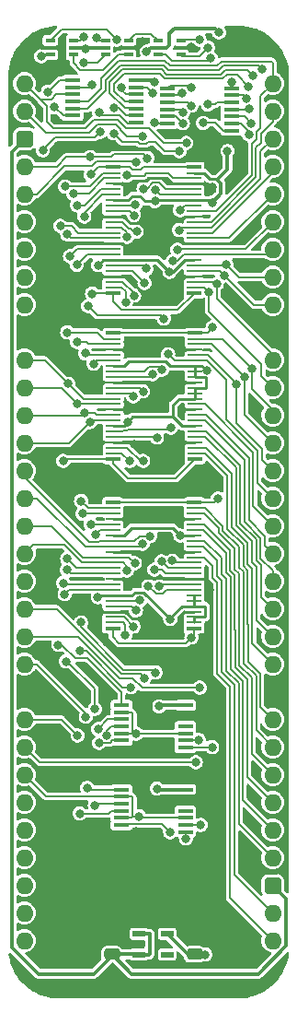
<source format=gbr>
%TF.GenerationSoftware,KiCad,Pcbnew,7.0.5*%
%TF.CreationDate,2024-01-04T10:21:33+02:00*%
%TF.ProjectId,HCP65 Device Interrupts Wide,48435036-3520-4446-9576-69636520496e,rev?*%
%TF.SameCoordinates,Original*%
%TF.FileFunction,Copper,L1,Top*%
%TF.FilePolarity,Positive*%
%FSLAX46Y46*%
G04 Gerber Fmt 4.6, Leading zero omitted, Abs format (unit mm)*
G04 Created by KiCad (PCBNEW 7.0.5) date 2024-01-04 10:21:33*
%MOMM*%
%LPD*%
G01*
G04 APERTURE LIST*
G04 Aperture macros list*
%AMRoundRect*
0 Rectangle with rounded corners*
0 $1 Rounding radius*
0 $2 $3 $4 $5 $6 $7 $8 $9 X,Y pos of 4 corners*
0 Add a 4 corners polygon primitive as box body*
4,1,4,$2,$3,$4,$5,$6,$7,$8,$9,$2,$3,0*
0 Add four circle primitives for the rounded corners*
1,1,$1+$1,$2,$3*
1,1,$1+$1,$4,$5*
1,1,$1+$1,$6,$7*
1,1,$1+$1,$8,$9*
0 Add four rect primitives between the rounded corners*
20,1,$1+$1,$2,$3,$4,$5,0*
20,1,$1+$1,$4,$5,$6,$7,0*
20,1,$1+$1,$6,$7,$8,$9,0*
20,1,$1+$1,$8,$9,$2,$3,0*%
G04 Aperture macros list end*
%TA.AperFunction,SMDPad,CuDef*%
%ADD10R,1.150000X0.600000*%
%TD*%
%TA.AperFunction,SMDPad,CuDef*%
%ADD11R,1.400000X0.400000*%
%TD*%
%TA.AperFunction,SMDPad,CuDef*%
%ADD12R,1.400000X0.280000*%
%TD*%
%TA.AperFunction,SMDPad,CuDef*%
%ADD13R,0.875000X0.450000*%
%TD*%
%TA.AperFunction,SMDPad,CuDef*%
%ADD14R,1.475000X0.450000*%
%TD*%
%TA.AperFunction,SMDPad,CuDef*%
%ADD15RoundRect,0.250000X0.475000X-0.250000X0.475000X0.250000X-0.475000X0.250000X-0.475000X-0.250000X0*%
%TD*%
%TA.AperFunction,ComponentPad*%
%ADD16O,1.600000X1.600000*%
%TD*%
%TA.AperFunction,ComponentPad*%
%ADD17RoundRect,0.400000X-0.400000X-0.400000X0.400000X-0.400000X0.400000X0.400000X-0.400000X0.400000X0*%
%TD*%
%TA.AperFunction,ComponentPad*%
%ADD18R,1.600000X1.600000*%
%TD*%
%TA.AperFunction,ViaPad*%
%ADD19C,0.800000*%
%TD*%
%TA.AperFunction,Conductor*%
%ADD20C,0.380000*%
%TD*%
%TA.AperFunction,Conductor*%
%ADD21C,0.280000*%
%TD*%
%TA.AperFunction,Conductor*%
%ADD22C,0.200000*%
%TD*%
G04 APERTURE END LIST*
D10*
%TO.P,IC11,1,VIN*%
%TO.N,/5V*%
X96901000Y-149225000D03*
%TO.P,IC11,2,GND*%
%TO.N,/GND*%
X96901000Y-150175000D03*
%TO.P,IC11,3,EN*%
%TO.N,/5V*%
X96901000Y-151125000D03*
%TO.P,IC11,4,ADJ*%
%TO.N,unconnected-(IC11-ADJ-Pad4)*%
X99501000Y-151125000D03*
%TO.P,IC11,5,VOUT*%
%TO.N,/3.3V*%
X99501000Y-149225000D03*
%TD*%
D11*
%TO.P,IC10,1,1~{OE}*%
%TO.N,/~{Read Device Enable}_{ 8..15}*%
X94481000Y-109573000D03*
D12*
%TO.P,IC10,2,1Y0*%
%TO.N,/D0*%
X94481000Y-110133000D03*
%TO.P,IC10,3,1Y1*%
%TO.N,/D1*%
X94481000Y-110633000D03*
%TO.P,IC10,4,GND*%
%TO.N,/GND*%
X94481000Y-111133000D03*
%TO.P,IC10,5,1Y2*%
%TO.N,/D2*%
X94481000Y-111633000D03*
%TO.P,IC10,6,1Y3*%
%TO.N,/D3*%
X94481000Y-112133000D03*
%TO.P,IC10,7,3V*%
%TO.N,/3.3V*%
X94481000Y-112633000D03*
%TO.P,IC10,8,2Y0*%
%TO.N,/D4*%
X94481000Y-113133000D03*
%TO.P,IC10,9,2Y1*%
%TO.N,/D5*%
X94481000Y-113633000D03*
%TO.P,IC10,10,GND*%
%TO.N,/GND*%
X94481000Y-114133000D03*
%TO.P,IC10,11,2Y2*%
%TO.N,/D6*%
X94481000Y-114633000D03*
%TO.P,IC10,12,2Y3*%
%TO.N,/D7*%
X94481000Y-115133000D03*
%TO.P,IC10,13,3Y0*%
%TO.N,/D0*%
X94481000Y-115633000D03*
%TO.P,IC10,14,3Y1*%
%TO.N,/D1*%
X94481000Y-116133000D03*
%TO.P,IC10,15,GND*%
%TO.N,/GND*%
X94481000Y-116633000D03*
%TO.P,IC10,16,3Y2*%
%TO.N,/D2*%
X94481000Y-117133000D03*
%TO.P,IC10,17,3Y3*%
%TO.N,/D3*%
X94481000Y-117633000D03*
%TO.P,IC10,18,3V*%
%TO.N,/3.3V*%
X94481000Y-118133000D03*
%TO.P,IC10,19,4Y0*%
%TO.N,/D4*%
X94481000Y-118633000D03*
%TO.P,IC10,20,4Y1*%
%TO.N,/D5*%
X94481000Y-119133000D03*
%TO.P,IC10,21,GND*%
%TO.N,/GND*%
X94481000Y-119633000D03*
%TO.P,IC10,22,4Y2*%
%TO.N,/D6*%
X94481000Y-120133000D03*
%TO.P,IC10,23,4Y3*%
%TO.N,/D7*%
X94481000Y-120633000D03*
D11*
%TO.P,IC10,24,4~{OE}*%
%TO.N,/~{Read Device Enable}_{ 16..19}*%
X94481000Y-121193000D03*
%TO.P,IC10,25,3~{OE}*%
X101981000Y-121193000D03*
D12*
%TO.P,IC10,26,4A3*%
%TO.N,/3.3V*%
X101981000Y-120633000D03*
%TO.P,IC10,27,4A2*%
X101981000Y-120133000D03*
%TO.P,IC10,28,GND*%
%TO.N,/GND*%
X101981000Y-119633000D03*
%TO.P,IC10,29,4A1*%
%TO.N,/3.3V*%
X101981000Y-119133000D03*
%TO.P,IC10,30,4A0*%
X101981000Y-118633000D03*
%TO.P,IC10,31,3V*%
X101981000Y-118133000D03*
%TO.P,IC10,32,3A3*%
%TO.N,/~{Enable}_{Device}19*%
X101981000Y-117633000D03*
%TO.P,IC10,33,3A2*%
%TO.N,/~{Enable}_{Device}18*%
X101981000Y-117133000D03*
%TO.P,IC10,34,GND*%
%TO.N,/GND*%
X101981000Y-116633000D03*
%TO.P,IC10,35,3A1*%
%TO.N,/~{Enable}_{Device}17*%
X101981000Y-116133000D03*
%TO.P,IC10,36,3A0*%
%TO.N,/~{Enable}_{Device}16*%
X101981000Y-115633000D03*
%TO.P,IC10,37,2A3*%
%TO.N,/~{Enable}_{Device}15*%
X101981000Y-115133000D03*
%TO.P,IC10,38,2A2*%
%TO.N,/~{Enable}_{Device}14*%
X101981000Y-114633000D03*
%TO.P,IC10,39,GND*%
%TO.N,/GND*%
X101981000Y-114133000D03*
%TO.P,IC10,40,2A1*%
%TO.N,/~{Enable}_{Device}13*%
X101981000Y-113633000D03*
%TO.P,IC10,41,2A0*%
%TO.N,/~{Enable}_{Device}12*%
X101981000Y-113133000D03*
%TO.P,IC10,42,3V*%
%TO.N,/3.3V*%
X101981000Y-112633000D03*
%TO.P,IC10,43,1A3*%
%TO.N,/~{Enable}_{Device}11*%
X101981000Y-112133000D03*
%TO.P,IC10,44,1A2*%
%TO.N,/~{Enable}_{Device}10*%
X101981000Y-111633000D03*
%TO.P,IC10,45,GND*%
%TO.N,/GND*%
X101981000Y-111133000D03*
%TO.P,IC10,46,1A1*%
%TO.N,/~{Enable}_{Device}9*%
X101981000Y-110633000D03*
%TO.P,IC10,47,1A0*%
%TO.N,/~{Enable}_{Device}8*%
X101981000Y-110133000D03*
D11*
%TO.P,IC10,48,2~{OE}*%
%TO.N,/~{Read Device Enable}_{ 8..15}*%
X101981000Y-109573000D03*
%TD*%
D13*
%TO.P,IC8,1,A*%
%TO.N,Net-(IC6-3Y)*%
X100757000Y-68468000D03*
%TO.P,IC8,2,GND*%
%TO.N,/GND*%
X100757000Y-67818000D03*
%TO.P,IC8,3,B*%
%TO.N,Net-(IC6-2Y)*%
X100757000Y-67168000D03*
%TO.P,IC8,4,Y*%
%TO.N,Net-(IC8-Y)*%
X98633000Y-67168000D03*
%TO.P,IC8,5,3V*%
%TO.N,/3.3V*%
X98633000Y-67818000D03*
%TO.P,IC8,6,C*%
%TO.N,Net-(IC6-1Y)*%
X98633000Y-68468000D03*
%TD*%
%TO.P,IC7,1,A*%
%TO.N,Net-(IC2-1Y)*%
X88727000Y-67168000D03*
%TO.P,IC7,2,GND*%
%TO.N,/GND*%
X88727000Y-67818000D03*
%TO.P,IC7,3,B*%
%TO.N,Net-(IC2-2Y)*%
X88727000Y-68468000D03*
%TO.P,IC7,4,Y*%
%TO.N,Net-(IC7-Y)*%
X90851000Y-68468000D03*
%TO.P,IC7,5,3V*%
%TO.N,/3.3V*%
X90851000Y-67818000D03*
%TO.P,IC7,6,C*%
%TO.N,Net-(IC2-3Y)*%
X90851000Y-67168000D03*
%TD*%
D14*
%TO.P,IC6,1,1A*%
%TO.N,/~{Interrupt}_{Device}10*%
X99551000Y-71538000D03*
%TO.P,IC6,2,1B*%
%TO.N,/~{Interrupt}_{Device}11*%
X99551000Y-72188000D03*
%TO.P,IC6,3,2A*%
%TO.N,/~{Interrupt}_{Device}13*%
X99551000Y-72838000D03*
%TO.P,IC6,4,2B*%
%TO.N,/~{Interrupt}_{Device}14*%
X99551000Y-73488000D03*
%TO.P,IC6,5,2C*%
%TO.N,/~{Interrupt}_{Device}15*%
X99551000Y-74138000D03*
%TO.P,IC6,6,2Y*%
%TO.N,Net-(IC6-2Y)*%
X99551000Y-74788000D03*
%TO.P,IC6,7,GND*%
%TO.N,/GND*%
X99551000Y-75438000D03*
%TO.P,IC6,8,3Y*%
%TO.N,Net-(IC6-3Y)*%
X105427000Y-75438000D03*
%TO.P,IC6,9,3A*%
%TO.N,/~{Interrupt}_{Device}16*%
X105427000Y-74788000D03*
%TO.P,IC6,10,3B*%
%TO.N,/~{Interrupt}_{Device}17*%
X105427000Y-74138000D03*
%TO.P,IC6,11,3C*%
%TO.N,/~{Interrupt}_{Device}18*%
X105427000Y-73488000D03*
%TO.P,IC6,12,1Y*%
%TO.N,Net-(IC6-1Y)*%
X105427000Y-72838000D03*
%TO.P,IC6,13,1C*%
%TO.N,/~{Interrupt}_{Device}12*%
X105427000Y-72188000D03*
%TO.P,IC6,14,3V*%
%TO.N,/3.3V*%
X105427000Y-71538000D03*
%TD*%
%TO.P,IC5,1,1A*%
%TO.N,/~{Device Enable}_{ 1..7}*%
X95293000Y-135967500D03*
%TO.P,IC5,2,1B*%
%TO.N,/~{RD}*%
X95293000Y-136617500D03*
%TO.P,IC5,3,1Y*%
%TO.N,/~{Read Device Enable}_{ 1..7}*%
X95293000Y-137267500D03*
%TO.P,IC5,4,2A*%
%TO.N,/~{Device Enable}_{ 8..15}*%
X95293000Y-137917500D03*
%TO.P,IC5,5,2B*%
%TO.N,/~{RD}*%
X95293000Y-138567500D03*
%TO.P,IC5,6,2Y*%
%TO.N,/~{Read Device Enable}_{ 8..15}*%
X95293000Y-139217500D03*
%TO.P,IC5,7,GND*%
%TO.N,/GND*%
X95293000Y-139867500D03*
%TO.P,IC5,8,3Y*%
%TO.N,/~{Read Device Enable}_{ 16..19}*%
X101169000Y-139867500D03*
%TO.P,IC5,9,3A*%
%TO.N,/~{Device Enable}_{ 16..19}*%
X101169000Y-139217500D03*
%TO.P,IC5,10,3B*%
%TO.N,/~{RD}*%
X101169000Y-138567500D03*
%TO.P,IC5,11,4Y*%
%TO.N,unconnected-(IC5-4Y-Pad11)*%
X101169000Y-137917500D03*
%TO.P,IC5,12,4A*%
%TO.N,/GND*%
X101169000Y-137267500D03*
%TO.P,IC5,13,4B*%
X101169000Y-136617500D03*
%TO.P,IC5,14,3V*%
%TO.N,/3.3V*%
X101169000Y-135967500D03*
%TD*%
D11*
%TO.P,IC4,1,1~{OE}*%
%TO.N,/~{Read Device Interrupt}_{ 16..19}*%
X94548000Y-94012000D03*
D12*
%TO.P,IC4,2,1Y0*%
%TO.N,/D0*%
X94548000Y-94572000D03*
%TO.P,IC4,3,1Y1*%
%TO.N,/D1*%
X94548000Y-95072000D03*
%TO.P,IC4,4,GND*%
%TO.N,/GND*%
X94548000Y-95572000D03*
%TO.P,IC4,5,1Y2*%
%TO.N,/D2*%
X94548000Y-96072000D03*
%TO.P,IC4,6,1Y3*%
%TO.N,/D3*%
X94548000Y-96572000D03*
%TO.P,IC4,7,3V*%
%TO.N,/3.3V*%
X94548000Y-97072000D03*
%TO.P,IC4,8,2Y0*%
%TO.N,/D4*%
X94548000Y-97572000D03*
%TO.P,IC4,9,2Y1*%
%TO.N,/D5*%
X94548000Y-98072000D03*
%TO.P,IC4,10,GND*%
%TO.N,/GND*%
X94548000Y-98572000D03*
%TO.P,IC4,11,2Y2*%
%TO.N,/D6*%
X94548000Y-99072000D03*
%TO.P,IC4,12,2Y3*%
%TO.N,/D7*%
X94548000Y-99572000D03*
%TO.P,IC4,13,3Y0*%
%TO.N,/D0*%
X94548000Y-100072000D03*
%TO.P,IC4,14,3Y1*%
%TO.N,/D1*%
X94548000Y-100572000D03*
%TO.P,IC4,15,GND*%
%TO.N,/GND*%
X94548000Y-101072000D03*
%TO.P,IC4,16,3Y2*%
%TO.N,/D2*%
X94548000Y-101572000D03*
%TO.P,IC4,17,3Y3*%
%TO.N,/D3*%
X94548000Y-102072000D03*
%TO.P,IC4,18,3V*%
%TO.N,/3.3V*%
X94548000Y-102572000D03*
%TO.P,IC4,19,4Y0*%
%TO.N,/D4*%
X94548000Y-103072000D03*
%TO.P,IC4,20,4Y1*%
%TO.N,/D5*%
X94548000Y-103572000D03*
%TO.P,IC4,21,GND*%
%TO.N,/GND*%
X94548000Y-104072000D03*
%TO.P,IC4,22,4Y2*%
%TO.N,/D6*%
X94548000Y-104572000D03*
%TO.P,IC4,23,4Y3*%
%TO.N,/D7*%
X94548000Y-105072000D03*
D11*
%TO.P,IC4,24,4~{OE}*%
%TO.N,/~{Read Device Enable}_{ 1..7}*%
X94548000Y-105632000D03*
%TO.P,IC4,25,3~{OE}*%
X102048000Y-105632000D03*
D12*
%TO.P,IC4,26,4A3*%
%TO.N,/~{Enable}_{Device}7*%
X102048000Y-105072000D03*
%TO.P,IC4,27,4A2*%
%TO.N,/~{Enable}_{Device}6*%
X102048000Y-104572000D03*
%TO.P,IC4,28,GND*%
%TO.N,/GND*%
X102048000Y-104072000D03*
%TO.P,IC4,29,4A1*%
%TO.N,/~{Enable}_{Device}5*%
X102048000Y-103572000D03*
%TO.P,IC4,30,4A0*%
%TO.N,/~{Enable}_{Device}4*%
X102048000Y-103072000D03*
%TO.P,IC4,31,3V*%
%TO.N,/3.3V*%
X102048000Y-102572000D03*
%TO.P,IC4,32,3A3*%
%TO.N,/~{Enable}_{Device}3*%
X102048000Y-102072000D03*
%TO.P,IC4,33,3A2*%
%TO.N,/~{Enable}_{Device}2*%
X102048000Y-101572000D03*
%TO.P,IC4,34,GND*%
%TO.N,/GND*%
X102048000Y-101072000D03*
%TO.P,IC4,35,3A1*%
%TO.N,/~{Enable}_{Device}1*%
X102048000Y-100572000D03*
%TO.P,IC4,36,3A0*%
%TO.N,/3.3V*%
X102048000Y-100072000D03*
%TO.P,IC4,37,2A3*%
X102048000Y-99572000D03*
%TO.P,IC4,38,2A2*%
X102048000Y-99072000D03*
%TO.P,IC4,39,GND*%
%TO.N,/GND*%
X102048000Y-98572000D03*
%TO.P,IC4,40,2A1*%
%TO.N,/3.3V*%
X102048000Y-98072000D03*
%TO.P,IC4,41,2A0*%
X102048000Y-97572000D03*
%TO.P,IC4,42,3V*%
X102048000Y-97072000D03*
%TO.P,IC4,43,1A3*%
%TO.N,/~{Interrupt}_{Device}19*%
X102048000Y-96572000D03*
%TO.P,IC4,44,1A2*%
%TO.N,/~{Interrupt}_{Device}18*%
X102048000Y-96072000D03*
%TO.P,IC4,45,GND*%
%TO.N,/GND*%
X102048000Y-95572000D03*
%TO.P,IC4,46,1A1*%
%TO.N,/~{Interrupt}_{Device}17*%
X102048000Y-95072000D03*
%TO.P,IC4,47,1A0*%
%TO.N,/~{Interrupt}_{Device}16*%
X102048000Y-94572000D03*
D11*
%TO.P,IC4,48,2~{OE}*%
%TO.N,/~{Read Device Interrupt}_{ 16..19}*%
X102048000Y-94012000D03*
%TD*%
D14*
%TO.P,IC3,1,1A*%
%TO.N,/~{Device Interrupt}_{ 1..7}*%
X95293000Y-128225000D03*
%TO.P,IC3,2,1B*%
%TO.N,/~{RD}*%
X95293000Y-128875000D03*
%TO.P,IC3,3,1Y*%
%TO.N,/~{Read Device Interrupt}_{ 1..7}*%
X95293000Y-129525000D03*
%TO.P,IC3,4,2A*%
%TO.N,/~{Device Interrupt}_{ 8..15}*%
X95293000Y-130175000D03*
%TO.P,IC3,5,2B*%
%TO.N,/~{RD}*%
X95293000Y-130825000D03*
%TO.P,IC3,6,2Y*%
%TO.N,/~{Read Device Interrupt}_{ 8..15}*%
X95293000Y-131475000D03*
%TO.P,IC3,7,GND*%
%TO.N,/GND*%
X95293000Y-132125000D03*
%TO.P,IC3,8,3Y*%
%TO.N,/~{Read Device Interrupt}_{ 16..19}*%
X101169000Y-132125000D03*
%TO.P,IC3,9,3A*%
%TO.N,/~{Device Interrupt}_{ 16..19}*%
X101169000Y-131475000D03*
%TO.P,IC3,10,3B*%
%TO.N,/~{RD}*%
X101169000Y-130825000D03*
%TO.P,IC3,11,4Y*%
%TO.N,unconnected-(IC3-4Y-Pad11)*%
X101169000Y-130175000D03*
%TO.P,IC3,12,4A*%
%TO.N,/GND*%
X101169000Y-129525000D03*
%TO.P,IC3,13,4B*%
X101169000Y-128875000D03*
%TO.P,IC3,14,3V*%
%TO.N,/3.3V*%
X101169000Y-128225000D03*
%TD*%
%TO.P,IC2,1,1A*%
%TO.N,/~{Interrupt}_{Device}1*%
X90788000Y-70821000D03*
%TO.P,IC2,2,1B*%
%TO.N,/~{Interrupt}_{Device}2*%
X90788000Y-71471000D03*
%TO.P,IC2,3,2A*%
%TO.N,/~{Interrupt}_{Device}4*%
X90788000Y-72121000D03*
%TO.P,IC2,4,2B*%
%TO.N,/~{Interrupt}_{Device}5*%
X90788000Y-72771000D03*
%TO.P,IC2,5,2C*%
%TO.N,/~{Interrupt}_{Device}6*%
X90788000Y-73421000D03*
%TO.P,IC2,6,2Y*%
%TO.N,Net-(IC2-2Y)*%
X90788000Y-74071000D03*
%TO.P,IC2,7,GND*%
%TO.N,/GND*%
X90788000Y-74721000D03*
%TO.P,IC2,8,3Y*%
%TO.N,Net-(IC2-3Y)*%
X96664000Y-74721000D03*
%TO.P,IC2,9,3A*%
%TO.N,/~{Interrupt}_{Device}7*%
X96664000Y-74071000D03*
%TO.P,IC2,10,3B*%
%TO.N,/~{Interrupt}_{Device}8*%
X96664000Y-73421000D03*
%TO.P,IC2,11,3C*%
%TO.N,/~{Interrupt}_{Device}9*%
X96664000Y-72771000D03*
%TO.P,IC2,12,1Y*%
%TO.N,Net-(IC2-1Y)*%
X96664000Y-72121000D03*
%TO.P,IC2,13,1C*%
%TO.N,/~{Interrupt}_{Device}3*%
X96664000Y-71471000D03*
%TO.P,IC2,14,3V*%
%TO.N,/3.3V*%
X96664000Y-70821000D03*
%TD*%
D11*
%TO.P,IC1,1,1~{OE}*%
%TO.N,/~{Read Device Interrupt}_{ 1..7}*%
X94481000Y-78772000D03*
D12*
%TO.P,IC1,2,1Y0*%
%TO.N,/D0*%
X94481000Y-79332000D03*
%TO.P,IC1,3,1Y1*%
%TO.N,/D1*%
X94481000Y-79832000D03*
%TO.P,IC1,4,GND*%
%TO.N,/GND*%
X94481000Y-80332000D03*
%TO.P,IC1,5,1Y2*%
%TO.N,/D2*%
X94481000Y-80832000D03*
%TO.P,IC1,6,1Y3*%
%TO.N,/D3*%
X94481000Y-81332000D03*
%TO.P,IC1,7,3V*%
%TO.N,/3.3V*%
X94481000Y-81832000D03*
%TO.P,IC1,8,2Y0*%
%TO.N,/D4*%
X94481000Y-82332000D03*
%TO.P,IC1,9,2Y1*%
%TO.N,/D5*%
X94481000Y-82832000D03*
%TO.P,IC1,10,GND*%
%TO.N,/GND*%
X94481000Y-83332000D03*
%TO.P,IC1,11,2Y2*%
%TO.N,/D6*%
X94481000Y-83832000D03*
%TO.P,IC1,12,2Y3*%
%TO.N,/D7*%
X94481000Y-84332000D03*
%TO.P,IC1,13,3Y0*%
%TO.N,/D0*%
X94481000Y-84832000D03*
%TO.P,IC1,14,3Y1*%
%TO.N,/D1*%
X94481000Y-85332000D03*
%TO.P,IC1,15,GND*%
%TO.N,/GND*%
X94481000Y-85832000D03*
%TO.P,IC1,16,3Y2*%
%TO.N,/D2*%
X94481000Y-86332000D03*
%TO.P,IC1,17,3Y3*%
%TO.N,/D3*%
X94481000Y-86832000D03*
%TO.P,IC1,18,3V*%
%TO.N,/3.3V*%
X94481000Y-87332000D03*
%TO.P,IC1,19,4Y0*%
%TO.N,/D4*%
X94481000Y-87832000D03*
%TO.P,IC1,20,4Y1*%
%TO.N,/D5*%
X94481000Y-88332000D03*
%TO.P,IC1,21,GND*%
%TO.N,/GND*%
X94481000Y-88832000D03*
%TO.P,IC1,22,4Y2*%
%TO.N,/D6*%
X94481000Y-89332000D03*
%TO.P,IC1,23,4Y3*%
%TO.N,/D7*%
X94481000Y-89832000D03*
D11*
%TO.P,IC1,24,4~{OE}*%
%TO.N,/~{Read Device Interrupt}_{ 8..15}*%
X94481000Y-90392000D03*
%TO.P,IC1,25,3~{OE}*%
X101981000Y-90392000D03*
D12*
%TO.P,IC1,26,4A3*%
%TO.N,/~{Interrupt}_{Device}15*%
X101981000Y-89832000D03*
%TO.P,IC1,27,4A2*%
%TO.N,/~{Interrupt}_{Device}14*%
X101981000Y-89332000D03*
%TO.P,IC1,28,GND*%
%TO.N,/GND*%
X101981000Y-88832000D03*
%TO.P,IC1,29,4A1*%
%TO.N,/~{Interrupt}_{Device}13*%
X101981000Y-88332000D03*
%TO.P,IC1,30,4A0*%
%TO.N,/~{Interrupt}_{Device}12*%
X101981000Y-87832000D03*
%TO.P,IC1,31,3V*%
%TO.N,/3.3V*%
X101981000Y-87332000D03*
%TO.P,IC1,32,3A3*%
%TO.N,/~{Interrupt}_{Device}11*%
X101981000Y-86832000D03*
%TO.P,IC1,33,3A2*%
%TO.N,/~{Interrupt}_{Device}10*%
X101981000Y-86332000D03*
%TO.P,IC1,34,GND*%
%TO.N,/GND*%
X101981000Y-85832000D03*
%TO.P,IC1,35,3A1*%
%TO.N,/~{Interrupt}_{Device}9*%
X101981000Y-85332000D03*
%TO.P,IC1,36,3A0*%
%TO.N,/~{Interrupt}_{Device}8*%
X101981000Y-84832000D03*
%TO.P,IC1,37,2A3*%
%TO.N,/~{Interrupt}_{Device}7*%
X101981000Y-84332000D03*
%TO.P,IC1,38,2A2*%
%TO.N,/~{Interrupt}_{Device}6*%
X101981000Y-83832000D03*
%TO.P,IC1,39,GND*%
%TO.N,/GND*%
X101981000Y-83332000D03*
%TO.P,IC1,40,2A1*%
%TO.N,/~{Interrupt}_{Device}5*%
X101981000Y-82832000D03*
%TO.P,IC1,41,2A0*%
%TO.N,/~{Interrupt}_{Device}4*%
X101981000Y-82332000D03*
%TO.P,IC1,42,3V*%
%TO.N,/3.3V*%
X101981000Y-81832000D03*
%TO.P,IC1,43,1A3*%
%TO.N,/~{Interrupt}_{Device}3*%
X101981000Y-81332000D03*
%TO.P,IC1,44,1A2*%
%TO.N,/~{Interrupt}_{Device}2*%
X101981000Y-80832000D03*
%TO.P,IC1,45,GND*%
%TO.N,/GND*%
X101981000Y-80332000D03*
%TO.P,IC1,46,1A1*%
%TO.N,/~{Interrupt}_{Device}1*%
X101981000Y-79832000D03*
%TO.P,IC1,47,1A0*%
%TO.N,/3.3V*%
X101981000Y-79332000D03*
D11*
%TO.P,IC1,48,2~{OE}*%
%TO.N,/~{Read Device Interrupt}_{ 1..7}*%
X101981000Y-78772000D03*
%TD*%
D15*
%TO.P,C10,1*%
%TO.N,/3.3V*%
X102011000Y-151109000D03*
%TO.P,C10,2*%
%TO.N,/GND*%
X102011000Y-149209000D03*
%TD*%
D16*
%TO.P,J2,1,Pin_1*%
%TO.N,/~{Interrupt}_{Device}4*%
X86360000Y-71120000D03*
%TO.P,J2,2,Pin_2*%
%TO.N,/~{Interrupt}_{Device}3*%
X86360000Y-73660000D03*
D17*
%TO.P,J2,3,Pin_3*%
%TO.N,/5V*%
X86360000Y-76200000D03*
D16*
%TO.P,J2,4,Pin_4*%
%TO.N,/~{Interrupt}_{Device}2*%
X86360000Y-78740000D03*
%TO.P,J2,5,Pin_5*%
%TO.N,/~{Interrupt}_{Device}1*%
X86360000Y-81280000D03*
%TO.P,J2,6,Pin_6*%
%TO.N,/~{INT}*%
X86360000Y-83820000D03*
%TO.P,J2,7,Pin_7*%
%TO.N,unconnected-(J2-Pin_7-Pad7)*%
X86360000Y-86360000D03*
%TO.P,J2,8,Pin_8*%
%TO.N,unconnected-(J2-Pin_8-Pad8)*%
X86360000Y-88900000D03*
%TO.P,J2,9,Pin_9*%
%TO.N,unconnected-(J2-Pin_9-Pad9)*%
X86360000Y-91440000D03*
D18*
%TO.P,J2,10,Pin_10*%
%TO.N,/GND*%
X86360000Y-93980000D03*
D16*
%TO.P,J2,11,Pin_11*%
%TO.N,/D0*%
X86360000Y-96520000D03*
%TO.P,J2,12,Pin_12*%
%TO.N,/D1*%
X86360000Y-99060000D03*
%TO.P,J2,13,Pin_13*%
%TO.N,/D2*%
X86360000Y-101600000D03*
%TO.P,J2,14,Pin_14*%
%TO.N,/D3*%
X86360000Y-104140000D03*
%TO.P,J2,15,Pin_15*%
%TO.N,/D4*%
X86360000Y-106680000D03*
%TO.P,J2,16,Pin_16*%
%TO.N,/D5*%
X86360000Y-109220000D03*
%TO.P,J2,17,Pin_17*%
%TO.N,/D6*%
X86360000Y-111760000D03*
%TO.P,J2,18,Pin_18*%
%TO.N,/D7*%
X86360000Y-114300000D03*
%TO.P,J2,19,Pin_19*%
%TO.N,/~{Device Interrupt}_{ 1..7}*%
X86360000Y-116840000D03*
%TO.P,J2,20,Pin_20*%
%TO.N,/~{Device Interrupt}_{ 8..15}*%
X86360000Y-119380000D03*
%TO.P,J2,21,Pin_21*%
%TO.N,/~{Device Interrupt}_{ 16..19}*%
X86360000Y-121920000D03*
%TO.P,J2,22,Pin_22*%
%TO.N,/~{Device Enable}_{ 1..7}*%
X86360000Y-124460000D03*
D18*
%TO.P,J2,23,Pin_23*%
%TO.N,/GND*%
X86360000Y-127000000D03*
D16*
%TO.P,J2,24,Pin_24*%
%TO.N,/~{Device Enable}_{ 8..15}*%
X86360000Y-129540000D03*
%TO.P,J2,25,Pin_25*%
%TO.N,/~{Device Enable}_{ 16..19}*%
X86360000Y-132080000D03*
%TO.P,J2,26,Pin_26*%
%TO.N,/~{RD}*%
X86360000Y-134620000D03*
%TO.P,J2,27,Pin_27*%
%TO.N,unconnected-(J2-Pin_27-Pad27)*%
X86360000Y-137160000D03*
%TO.P,J2,28,Pin_28*%
%TO.N,/~{Enable}_{Device}19*%
X86360000Y-139700000D03*
%TO.P,J2,29,Pin_29*%
%TO.N,/~{Enable}_{Device}18*%
X86360000Y-142240000D03*
%TO.P,J2,30,Pin_30*%
%TO.N,/~{Enable}_{Device}17*%
X86360000Y-144780000D03*
%TO.P,J2,31,Pin_31*%
%TO.N,/~{Enable}_{Device}16*%
X86360000Y-147320000D03*
%TO.P,J2,32,Pin_32*%
%TO.N,/~{Enable}_{Device}15*%
X86360000Y-149860000D03*
%TO.P,J2,33,Pin_33*%
%TO.N,/~{Enable}_{Device}14*%
X109220000Y-149860000D03*
%TO.P,J2,34,Pin_34*%
%TO.N,/~{Enable}_{Device}13*%
X109220000Y-147320000D03*
D17*
%TO.P,J2,35,Pin_35*%
%TO.N,/5V*%
X109220000Y-144780000D03*
D16*
%TO.P,J2,36,Pin_36*%
%TO.N,/~{Enable}_{Device}12*%
X109220000Y-142240000D03*
%TO.P,J2,37,Pin_37*%
%TO.N,/~{Enable}_{Device}11*%
X109220000Y-139700000D03*
%TO.P,J2,38,Pin_38*%
%TO.N,/~{Enable}_{Device}10*%
X109220000Y-137160000D03*
%TO.P,J2,39,Pin_39*%
%TO.N,/~{Enable}_{Device}9*%
X109220000Y-134620000D03*
%TO.P,J2,40,Pin_40*%
%TO.N,/~{Enable}_{Device}8*%
X109220000Y-132080000D03*
%TO.P,J2,41,Pin_41*%
%TO.N,/~{Enable}_{Device}7*%
X109220000Y-129540000D03*
D18*
%TO.P,J2,42,Pin_42*%
%TO.N,/GND*%
X109220000Y-127000000D03*
D16*
%TO.P,J2,43,Pin_43*%
%TO.N,/~{Enable}_{Device}6*%
X109220000Y-124460000D03*
%TO.P,J2,44,Pin_44*%
%TO.N,/~{Enable}_{Device}5*%
X109220000Y-121920000D03*
%TO.P,J2,45,Pin_45*%
%TO.N,/~{Enable}_{Device}4*%
X109220000Y-119380000D03*
%TO.P,J2,46,Pin_46*%
%TO.N,/~{Enable}_{Device}3*%
X109220000Y-116840000D03*
%TO.P,J2,47,Pin_47*%
%TO.N,/~{Enable}_{Device}2*%
X109220000Y-114300000D03*
%TO.P,J2,48,Pin_48*%
%TO.N,/~{Enable}_{Device}1*%
X109220000Y-111760000D03*
%TO.P,J2,49,Pin_49*%
%TO.N,/~{Interrupt}_{Device}19*%
X109220000Y-109220000D03*
%TO.P,J2,50,Pin_50*%
%TO.N,/~{Interrupt}_{Device}18*%
X109220000Y-106680000D03*
%TO.P,J2,51,Pin_51*%
%TO.N,/~{Interrupt}_{Device}17*%
X109220000Y-104140000D03*
%TO.P,J2,52,Pin_52*%
%TO.N,/~{Interrupt}_{Device}16*%
X109220000Y-101600000D03*
%TO.P,J2,53,Pin_53*%
%TO.N,/~{Interrupt}_{Device}15*%
X109220000Y-99060000D03*
%TO.P,J2,54,Pin_54*%
%TO.N,/~{Interrupt}_{Device}14*%
X109220000Y-96520000D03*
D18*
%TO.P,J2,55,Pin_55*%
%TO.N,/GND*%
X109220000Y-93980000D03*
D16*
%TO.P,J2,56,Pin_56*%
%TO.N,/~{Interrupt}_{Device}13*%
X109220000Y-91440000D03*
%TO.P,J2,57,Pin_57*%
%TO.N,/~{Interrupt}_{Device}12*%
X109220000Y-88900000D03*
%TO.P,J2,58,Pin_58*%
%TO.N,/~{Interrupt}_{Device}11*%
X109220000Y-86360000D03*
%TO.P,J2,59,Pin_59*%
%TO.N,/~{Interrupt}_{Device}10*%
X109220000Y-83820000D03*
%TO.P,J2,60,Pin_60*%
%TO.N,/~{Interrupt}_{Device}9*%
X109220000Y-81280000D03*
%TO.P,J2,61,Pin_61*%
%TO.N,/~{Interrupt}_{Device}8*%
X109220000Y-78740000D03*
%TO.P,J2,62,Pin_62*%
%TO.N,/~{Interrupt}_{Device}7*%
X109220000Y-76200000D03*
%TO.P,J2,63,Pin_63*%
%TO.N,/~{Interrupt}_{Device}6*%
X109220000Y-73660000D03*
%TO.P,J2,64,Pin_64*%
%TO.N,/~{Interrupt}_{Device}5*%
X109220000Y-71120000D03*
%TD*%
D15*
%TO.P,C9,1*%
%TO.N,/5V*%
X94391000Y-151109000D03*
%TO.P,C9,2*%
%TO.N,/GND*%
X94391000Y-149209000D03*
%TD*%
D13*
%TO.P,IC9,1,A*%
%TO.N,Net-(IC7-Y)*%
X95931000Y-68468000D03*
%TO.P,IC9,2,GND*%
%TO.N,/GND*%
X95931000Y-67818000D03*
%TO.P,IC9,3,B*%
%TO.N,Net-(IC8-Y)*%
X95931000Y-67168000D03*
%TO.P,IC9,4,Y*%
%TO.N,/~{INT}*%
X93807000Y-67168000D03*
%TO.P,IC9,5,3V*%
%TO.N,/3.3V*%
X93807000Y-67818000D03*
%TO.P,IC9,6,C*%
%TO.N,/~{Interrupt}_{Device}19*%
X93807000Y-68468000D03*
%TD*%
D19*
%TO.N,/3.3V*%
X103136116Y-97523878D03*
X93119000Y-118333000D03*
X95857000Y-102190000D03*
X105050632Y-77321368D03*
X100711000Y-112633000D03*
X98298000Y-70993000D03*
X99774000Y-120326414D03*
X91948000Y-67945004D03*
X93142122Y-87808122D03*
X98771728Y-128329544D03*
X97598034Y-68193632D03*
X99706987Y-88432427D03*
X104267012Y-66421000D03*
X98384168Y-81930231D03*
X98552000Y-135885500D03*
X103632000Y-82042000D03*
X102996996Y-151130000D03*
X105447387Y-70988000D03*
%TO.N,/GND*%
X93106045Y-88807473D03*
X89405472Y-76835000D03*
X103730729Y-79112102D03*
X99949000Y-129525000D03*
X97215779Y-67255988D03*
X99441000Y-113918978D03*
X89231922Y-74471077D03*
X92710000Y-149352000D03*
X98171000Y-123825000D03*
X93218000Y-119761000D03*
X88859080Y-83058000D03*
X87630004Y-67564000D03*
X93934911Y-122432218D03*
X100569580Y-121016580D03*
X100849926Y-101092000D03*
X103632000Y-136520500D03*
X100711000Y-104013000D03*
X104013000Y-149352000D03*
X103632000Y-80645000D03*
X100330000Y-124460000D03*
X88693119Y-85979000D03*
X100567502Y-92947498D03*
X100584000Y-98572000D03*
X104521000Y-127127000D03*
X99441000Y-134747000D03*
X88646000Y-88900000D03*
X103759000Y-154051000D03*
X100838000Y-95572000D03*
X98227000Y-132174373D03*
X103419976Y-117602000D03*
X94526847Y-127266797D03*
X94107000Y-77089000D03*
X103632000Y-75565000D03*
X96618928Y-139850572D03*
X101675743Y-67809556D03*
X100711000Y-111124992D03*
X94318904Y-93128567D03*
X106934000Y-143637000D03*
X96316577Y-80581597D03*
X102616000Y-92542979D03*
X102870000Y-143510000D03*
X98933000Y-90170006D03*
X95504000Y-153797000D03*
X96501336Y-104272000D03*
%TO.N,/D0*%
X90294080Y-114759000D03*
X90297002Y-93980000D03*
X89662000Y-84201000D03*
X91567000Y-109474000D03*
X90091477Y-80579553D03*
X90402338Y-98700662D03*
%TO.N,/D1*%
X91694000Y-110633000D03*
X90302186Y-84969223D03*
X91237628Y-100533792D03*
X90258335Y-115784695D03*
X90854965Y-81225379D03*
X91186008Y-94869000D03*
%TO.N,/D2*%
X89915342Y-117008301D03*
X90551000Y-86995000D03*
X91948000Y-95913363D03*
X91884247Y-101357597D03*
X92456002Y-111633002D03*
X91186000Y-82296000D03*
%TO.N,/D3*%
X92727151Y-96863012D03*
X92892361Y-112532777D03*
X91863982Y-83334000D03*
X90052446Y-118036728D03*
X91179443Y-87772858D03*
X92363000Y-102235549D03*
%TO.N,/D4*%
X96578145Y-82235205D03*
X97013000Y-118588771D03*
X97942304Y-112691457D03*
X97593002Y-88124132D03*
X99820583Y-102731322D03*
X99035221Y-97408908D03*
%TO.N,/D5*%
X97409000Y-89429998D03*
X96428106Y-83223887D03*
X96616767Y-119510295D03*
X98552000Y-103632000D03*
X97229673Y-113393000D03*
X98129131Y-97832000D03*
%TO.N,/D6*%
X96693303Y-84724151D03*
X97268882Y-99407800D03*
X96393000Y-120990295D03*
X96461139Y-90594637D03*
X96520389Y-115188615D03*
X97282000Y-105791000D03*
%TO.N,/D7*%
X95688101Y-91229000D03*
X96045781Y-105796345D03*
X95811947Y-85196610D03*
X96375544Y-99857193D03*
X95631000Y-121793022D03*
X95781492Y-115862438D03*
%TO.N,/~{Read Device Interrupt}_{ 8..15}*%
X92583000Y-90424000D03*
X98425000Y-125222000D03*
X93218000Y-131699000D03*
X91571812Y-120634804D03*
%TO.N,/~{Interrupt}_{Device}15*%
X100939145Y-74770054D03*
X103363475Y-90311136D03*
%TO.N,/~{Interrupt}_{Device}14*%
X104063475Y-89532914D03*
X100928881Y-73770104D03*
%TO.N,/~{Interrupt}_{Device}13*%
X104760975Y-88741342D03*
X101724000Y-73152000D03*
%TO.N,/~{Interrupt}_{Device}12*%
X104964000Y-87762165D03*
X106833591Y-72487219D03*
%TO.N,/~{Interrupt}_{Device}11*%
X99997235Y-87424235D03*
X100861698Y-72027826D03*
%TO.N,/~{Interrupt}_{Device}10*%
X101699349Y-71481614D03*
X100442731Y-86375439D03*
%TO.N,/~{Interrupt}_{Device}9*%
X106999062Y-71374000D03*
%TO.N,/~{Interrupt}_{Device}8*%
X107416757Y-70404647D03*
%TO.N,/~{Interrupt}_{Device}7*%
X100595999Y-84582000D03*
X94590171Y-75703382D03*
X100614627Y-77334352D03*
X94620225Y-73365000D03*
%TO.N,/~{Interrupt}_{Device}6*%
X108204000Y-69788000D03*
%TO.N,/~{Interrupt}_{Device}4*%
X100672100Y-82759057D03*
X101256832Y-76567816D03*
%TO.N,/~{Interrupt}_{Device}3*%
X98450500Y-80932431D03*
X98171000Y-72009000D03*
X97258801Y-75946008D03*
%TO.N,/~{Interrupt}_{Device}2*%
X92583000Y-71247000D03*
X92415514Y-77859856D03*
X97663000Y-77978000D03*
X97320584Y-80766004D03*
%TO.N,/~{Interrupt}_{Device}1*%
X95783096Y-79567000D03*
X96642364Y-78326002D03*
X88519000Y-71882000D03*
%TO.N,/~{RD}*%
X96901000Y-138422500D03*
X96647000Y-130836579D03*
%TO.N,/~{Device Interrupt}_{ 8..15}*%
X97380227Y-125730000D03*
X93940852Y-131002271D03*
%TO.N,/~{Read Device Interrupt}_{ 16..19}*%
X103676158Y-93541929D03*
X103632000Y-132080000D03*
%TO.N,/~{Device Interrupt}_{ 16..19}*%
X102424000Y-131425000D03*
X102489000Y-126619000D03*
%TO.N,/~{Interrupt}_{Device}19*%
X99187000Y-92710000D03*
X99586046Y-95970399D03*
X92202000Y-91567000D03*
X91793000Y-69198730D03*
%TO.N,/~{Interrupt}_{Device}18*%
X105881360Y-98775769D03*
X107020392Y-73469619D03*
%TO.N,/~{Interrupt}_{Device}17*%
X106629661Y-98096227D03*
X107222612Y-74773616D03*
%TO.N,/~{Interrupt}_{Device}16*%
X107315000Y-97282000D03*
X107019980Y-75819000D03*
%TO.N,/~{Device Enable}_{ 8..15}*%
X91440000Y-138176000D03*
X91250526Y-131008415D03*
%TO.N,/~{Read Device Enable}_{ 8..15}*%
X99773663Y-139901163D03*
X104168000Y-109240500D03*
%TO.N,/~{Read Device Enable}_{ 16..19}*%
X101730000Y-122006701D03*
X101219000Y-140457506D03*
%TO.N,/~{Device Enable}_{ 16..19}*%
X102585998Y-139217502D03*
X102130000Y-133461712D03*
%TO.N,/~{Enable}_{Device}19*%
X97763289Y-117256597D03*
%TO.N,/~{Enable}_{Device}18*%
X98762606Y-117314561D03*
%TO.N,/~{Enable}_{Device}17*%
X98318465Y-115776597D03*
%TO.N,/~{Enable}_{Device}16*%
X98971165Y-115018977D03*
%TO.N,/~{Enable}_{Device}15*%
X99967324Y-114931389D03*
%TO.N,/~{Read Device Interrupt}_{ 1..7}*%
X96151938Y-126576514D03*
X93132271Y-130413882D03*
X92446399Y-79492399D03*
X91509082Y-123221404D03*
%TO.N,/~{Device Interrupt}_{ 1..7}*%
X89470000Y-122682000D03*
%TO.N,/~{Read Device Enable}_{ 1..7}*%
X92837000Y-137414000D03*
X89916000Y-105791000D03*
X92827018Y-128580421D03*
X90170000Y-124206000D03*
%TO.N,/~{Device Enable}_{ 1..7}*%
X92137000Y-135820500D03*
X92000958Y-129310736D03*
%TO.N,Net-(IC2-2Y)*%
X87881085Y-68607995D03*
X89126000Y-73291885D03*
%TO.N,Net-(IC2-3Y)*%
X91844783Y-66823337D03*
X93214994Y-73765000D03*
%TO.N,Net-(IC2-1Y)*%
X94869000Y-67084000D03*
X95315010Y-71501000D03*
%TO.N,Net-(IC6-2Y)*%
X98316926Y-74699868D03*
X102472386Y-67083319D03*
%TO.N,Net-(IC6-3Y)*%
X103243187Y-67810187D03*
X102807440Y-74738560D03*
%TO.N,Net-(IC6-1Y)*%
X103508885Y-68784174D03*
X103241706Y-73040134D03*
%TO.N,/~{INT}*%
X88049711Y-77267099D03*
X93001963Y-66892062D03*
X93345000Y-75565000D03*
%TD*%
D20*
%TO.N,/3.3V*%
X102011000Y-151109000D02*
X102975996Y-151109000D01*
X91820996Y-67818000D02*
X91948000Y-67945004D01*
X98126000Y-70821000D02*
X96664000Y-70821000D01*
D21*
X102048000Y-102572000D02*
X100849993Y-102572000D01*
X95501000Y-112633000D02*
X96182543Y-111951457D01*
X103088000Y-98092000D02*
X103088000Y-99052000D01*
X101981000Y-81832000D02*
X103422000Y-81832000D01*
D20*
X105427000Y-71538000D02*
X105427000Y-71008387D01*
D21*
X94481000Y-118133000D02*
X93319000Y-118133000D01*
X100711000Y-112633000D02*
X101981000Y-112633000D01*
D20*
X90851000Y-67818000D02*
X91820996Y-67818000D01*
D21*
X104022635Y-79892635D02*
X104095001Y-79965001D01*
X100031894Y-101753901D02*
X96293099Y-101753901D01*
X95971092Y-96668908D02*
X99341740Y-96668908D01*
X100035573Y-88432427D02*
X99706987Y-88432427D01*
X101981000Y-87332000D02*
X101136000Y-87332000D01*
D20*
X98634000Y-135967500D02*
X98552000Y-135885500D01*
X103886012Y-66040000D02*
X104267012Y-66421000D01*
D21*
X96273625Y-81461376D02*
X96969437Y-81461376D01*
X99774000Y-120201395D02*
X99774000Y-120326414D01*
X102860209Y-79332000D02*
X103420844Y-79892635D01*
X101981000Y-119133000D02*
X103001000Y-119133000D01*
X93618244Y-87332000D02*
X93142122Y-87808122D01*
D20*
X102011000Y-151109000D02*
X101385000Y-151109000D01*
D21*
X98606560Y-87332000D02*
X99706987Y-88432427D01*
X103001000Y-120133000D02*
X101981000Y-120133000D01*
D20*
X104422000Y-81252000D02*
X103632000Y-82042000D01*
D21*
X100588000Y-100072000D02*
X100031894Y-100628106D01*
X94548000Y-97072000D02*
X95568000Y-97072000D01*
X100031894Y-100628106D02*
X100031894Y-101753901D01*
X99774000Y-120303252D02*
X99774000Y-120326414D01*
X102048000Y-97072000D02*
X102048000Y-97572000D01*
X100842395Y-119133000D02*
X99774000Y-120201395D01*
X93319000Y-118133000D02*
X93119000Y-118333000D01*
X103021000Y-120113000D02*
X103001000Y-120133000D01*
X96293099Y-101753901D02*
X95857000Y-102190000D01*
D20*
X102975996Y-151109000D02*
X102996996Y-151130000D01*
X101385000Y-151109000D02*
X99501000Y-149225000D01*
D21*
X94481000Y-87332000D02*
X93618244Y-87332000D01*
X94548000Y-102572000D02*
X94568000Y-102552000D01*
X101981000Y-119133000D02*
X100842395Y-119133000D01*
D20*
X99695000Y-66533500D02*
X100188500Y-66040000D01*
X101169000Y-135967500D02*
X98634000Y-135967500D01*
X97973666Y-67818000D02*
X97598034Y-68193632D01*
X99695000Y-67573500D02*
X99695000Y-66533500D01*
D21*
X96182543Y-111951457D02*
X100029457Y-111951457D01*
D20*
X93807000Y-67818000D02*
X92075004Y-67818000D01*
D21*
X94481000Y-81832000D02*
X95903001Y-81832000D01*
X96243000Y-118133000D02*
X96527229Y-117848771D01*
X101981000Y-120633000D02*
X101981000Y-120133000D01*
D20*
X104095001Y-79965001D02*
X104422000Y-80292000D01*
X105427000Y-71008387D02*
X105447387Y-70988000D01*
X100188500Y-66040000D02*
X103886012Y-66040000D01*
D21*
X103422000Y-81832000D02*
X103632000Y-82042000D01*
X101981000Y-79332000D02*
X102860209Y-79332000D01*
X102684238Y-97072000D02*
X103136116Y-97523878D01*
X102048000Y-100072000D02*
X102048000Y-99572000D01*
X94481000Y-112633000D02*
X95501000Y-112633000D01*
D20*
X98298000Y-70993000D02*
X98126000Y-70821000D01*
D21*
X96527229Y-117848771D02*
X97319519Y-117848771D01*
X97438292Y-81930231D02*
X98384168Y-81930231D01*
D20*
X98876272Y-128225000D02*
X98771728Y-128329544D01*
D21*
X102048000Y-97072000D02*
X102684238Y-97072000D01*
X103420844Y-79892635D02*
X104022635Y-79892635D01*
X99744832Y-97072000D02*
X102048000Y-97072000D01*
X100029457Y-111951457D02*
X100711000Y-112633000D01*
X95568000Y-97072000D02*
X95971092Y-96668908D01*
X99341740Y-96668908D02*
X99744832Y-97072000D01*
X95903001Y-81832000D02*
X96273625Y-81461376D01*
D20*
X105050632Y-79009370D02*
X105050632Y-77321368D01*
D21*
X94481000Y-87332000D02*
X98606560Y-87332000D01*
X102048000Y-98072000D02*
X103068000Y-98072000D01*
X101981000Y-81832000D02*
X98482399Y-81832000D01*
D20*
X101169000Y-128225000D02*
X98876272Y-128225000D01*
D21*
X103021000Y-119153000D02*
X103021000Y-120113000D01*
X103088000Y-99052000D02*
X103068000Y-99072000D01*
X94481000Y-118133000D02*
X96243000Y-118133000D01*
D20*
X98633000Y-67818000D02*
X97973666Y-67818000D01*
D21*
X98482399Y-81832000D02*
X98384168Y-81930231D01*
D20*
X104095001Y-79965001D02*
X105050632Y-79009370D01*
D21*
X101981000Y-119133000D02*
X101981000Y-118633000D01*
X103068000Y-98072000D02*
X103088000Y-98092000D01*
X103068000Y-99072000D02*
X102048000Y-99072000D01*
X100849993Y-102572000D02*
X100031894Y-101753901D01*
D20*
X104422000Y-80292000D02*
X104422000Y-81252000D01*
X99450500Y-67818000D02*
X99695000Y-67573500D01*
D21*
X97319519Y-117848771D02*
X99774000Y-120303252D01*
X95495000Y-102552000D02*
X95857000Y-102190000D01*
X103001000Y-119133000D02*
X103021000Y-119153000D01*
X102048000Y-99572000D02*
X102048000Y-99072000D01*
X94568000Y-102552000D02*
X95495000Y-102552000D01*
D20*
X98633000Y-67818000D02*
X99450500Y-67818000D01*
D21*
X102048000Y-97572000D02*
X102048000Y-98072000D01*
X102048000Y-100072000D02*
X100588000Y-100072000D01*
D20*
X92075004Y-67818000D02*
X91948000Y-67945004D01*
D21*
X101136000Y-87332000D02*
X100035573Y-88432427D01*
X101981000Y-118633000D02*
X101981000Y-118133000D01*
X96969437Y-81461376D02*
X97438292Y-81930231D01*
%TO.N,/GND*%
X93346000Y-119633000D02*
X93218000Y-119761000D01*
D20*
X108807085Y-82550000D02*
X109982000Y-82550000D01*
D21*
X101981000Y-85832000D02*
X105557000Y-85832000D01*
X95521000Y-85932011D02*
X95514007Y-85932011D01*
D20*
X106981000Y-143590000D02*
X106934000Y-143637000D01*
D21*
X97348423Y-83499057D02*
X100978619Y-83499057D01*
D20*
X103071000Y-78182000D02*
X103730729Y-78841729D01*
D21*
X93130572Y-88832000D02*
X93106045Y-88807473D01*
D20*
X91420341Y-130100736D02*
X92328187Y-130100736D01*
X110410000Y-142732915D02*
X109552915Y-143590000D01*
D21*
X95521000Y-86033757D02*
X95521000Y-85932011D01*
D20*
X100972021Y-92542979D02*
X100567502Y-92947498D01*
D21*
X101981000Y-80332000D02*
X99933261Y-80332000D01*
D20*
X99892856Y-143510000D02*
X102870000Y-143510000D01*
X90788000Y-74721000D02*
X89481845Y-74721000D01*
D21*
X94548000Y-104072000D02*
X96301336Y-104072000D01*
D20*
X110410000Y-127000000D02*
X110410000Y-142732915D01*
D21*
X94481000Y-80332000D02*
X96066980Y-80332000D01*
D20*
X101169000Y-136617500D02*
X103535000Y-136617500D01*
X103505000Y-153797000D02*
X103759000Y-154051000D01*
X88391433Y-93128567D02*
X94318904Y-93128567D01*
D21*
X98084000Y-101072000D02*
X100584000Y-98572000D01*
X101981000Y-80332000D02*
X103181387Y-80332000D01*
D20*
X96557567Y-93128567D02*
X96951000Y-93522000D01*
D21*
X101981000Y-85832000D02*
X100945000Y-85832000D01*
D20*
X103632000Y-75565000D02*
X103632000Y-79013373D01*
D21*
X97409000Y-116516597D02*
X97409000Y-114133000D01*
D20*
X98177627Y-132125000D02*
X98227000Y-132174373D01*
D21*
X95514007Y-85932011D02*
X95433996Y-85852000D01*
D20*
X94154008Y-77136008D02*
X98345008Y-77136008D01*
X94107000Y-77089000D02*
X93853000Y-76835000D01*
X95931000Y-67818000D02*
X96653767Y-67818000D01*
D21*
X100719008Y-111133000D02*
X100711000Y-111124992D01*
X101021217Y-119633000D02*
X100569580Y-120084637D01*
X96066980Y-80332000D02*
X96316577Y-80581597D01*
X101981000Y-111133000D02*
X100719008Y-111133000D01*
D20*
X95293000Y-132125000D02*
X98177627Y-132125000D01*
X101858500Y-134747000D02*
X103632000Y-136520500D01*
X101667299Y-67818000D02*
X101675743Y-67809556D01*
X103632000Y-79013373D02*
X103730729Y-79112102D01*
X102011000Y-149209000D02*
X101183915Y-148381915D01*
D21*
X98563244Y-86348756D02*
X95858399Y-86348756D01*
X99655022Y-114133000D02*
X99441000Y-113918978D01*
X94481000Y-88832000D02*
X95745021Y-88832000D01*
D20*
X88646000Y-88900000D02*
X93013518Y-88900000D01*
X89481845Y-74721000D02*
X89231922Y-74471077D01*
X86360000Y-127000000D02*
X88319605Y-127000000D01*
D21*
X97409000Y-116516597D02*
X96175641Y-116516597D01*
X96301336Y-104072000D02*
X96501336Y-104272000D01*
D20*
X101183915Y-148381915D02*
X95218085Y-148381915D01*
D21*
X96883593Y-83963887D02*
X97348423Y-83499057D01*
X100352000Y-104372000D02*
X96601336Y-104372000D01*
X101981000Y-119633000D02*
X101021217Y-119633000D01*
X101981000Y-116633000D02*
X103001000Y-116633000D01*
X99933261Y-80332000D02*
X99393692Y-79792431D01*
X103494387Y-80645000D02*
X103632000Y-80645000D01*
X100945000Y-85832000D02*
X100584000Y-85471000D01*
X99821994Y-90170006D02*
X98933000Y-90170006D01*
D20*
X96653767Y-67818000D02*
X97215779Y-67255988D01*
D21*
X94481000Y-83332000D02*
X95469436Y-83332000D01*
D20*
X88727000Y-67818000D02*
X87884004Y-67818000D01*
D21*
X95657959Y-119633000D02*
X96275254Y-120250295D01*
X100702992Y-111133000D02*
X94481000Y-111133000D01*
X102048000Y-95572000D02*
X100838000Y-95572000D01*
D20*
X93980000Y-128549771D02*
X93980000Y-127813644D01*
D21*
X102048000Y-101072000D02*
X100869926Y-101072000D01*
X100584000Y-85471000D02*
X99441000Y-85471000D01*
D20*
X98345008Y-77136008D02*
X99391000Y-78182000D01*
X86360000Y-93980000D02*
X87540000Y-93980000D01*
X103870000Y-149209000D02*
X104013000Y-149352000D01*
X109220000Y-127000000D02*
X110410000Y-127000000D01*
D21*
X96031601Y-95230399D02*
X95690000Y-95572000D01*
X100869926Y-101072000D02*
X100849926Y-101092000D01*
X100838000Y-95572000D02*
X100496399Y-95230399D01*
X103419976Y-117051976D02*
X103419976Y-117602000D01*
D20*
X93853000Y-76708000D02*
X94107000Y-76962000D01*
X99551000Y-75438000D02*
X100457000Y-75438000D01*
D21*
X94548000Y-101072000D02*
X98084000Y-101072000D01*
X97538884Y-80026007D02*
X96872167Y-80026007D01*
X96101323Y-83963887D02*
X96883593Y-83963887D01*
X94481000Y-114133000D02*
X97409000Y-114133000D01*
X97409000Y-114133000D02*
X99226978Y-114133000D01*
X101981000Y-114133000D02*
X99655022Y-114133000D01*
D20*
X101169000Y-129525000D02*
X99949000Y-129525000D01*
D21*
X95858399Y-86348756D02*
X95543400Y-86033757D01*
X95745021Y-88832000D02*
X97083027Y-90170006D01*
X100978619Y-83499057D02*
X101145676Y-83332000D01*
D20*
X95293000Y-139867500D02*
X96602000Y-139867500D01*
X103535000Y-136617500D02*
X103632000Y-136520500D01*
D21*
X100496399Y-95230399D02*
X96031601Y-95230399D01*
X100711000Y-111124992D02*
X100702992Y-111133000D01*
X96601336Y-104372000D02*
X96501336Y-104272000D01*
D20*
X94107000Y-76962000D02*
X94107000Y-77089000D01*
D21*
X97772460Y-79792431D02*
X97538884Y-80026007D01*
D20*
X94107000Y-77089000D02*
X94154008Y-77136008D01*
X104521000Y-127127000D02*
X101854000Y-124460000D01*
X87884004Y-67818000D02*
X87630004Y-67564000D01*
X105664000Y-85725000D02*
X105664000Y-85693085D01*
D21*
X94481000Y-119633000D02*
X95657959Y-119633000D01*
X95543400Y-86033757D02*
X95521000Y-86033757D01*
D20*
X109552915Y-143590000D02*
X108712000Y-143590000D01*
X92963298Y-129566473D02*
X93980000Y-128549771D01*
X103730729Y-78841729D02*
X103730729Y-79112102D01*
D21*
X95433996Y-85852000D02*
X95296289Y-85852000D01*
X94481000Y-119633000D02*
X93346000Y-119633000D01*
D20*
X96602000Y-139867500D02*
X96618928Y-139850572D01*
D21*
X101981000Y-116633000D02*
X99215110Y-116633000D01*
X88840119Y-85832000D02*
X88693119Y-85979000D01*
D20*
X95504000Y-153797000D02*
X103505000Y-153797000D01*
D21*
X96175641Y-116516597D02*
X96059238Y-116633000D01*
D20*
X92710000Y-149352000D02*
X94248000Y-149352000D01*
D21*
X96059238Y-116633000D02*
X94481000Y-116633000D01*
X99393692Y-79792431D02*
X97772460Y-79792431D01*
D20*
X101854000Y-124460000D02*
X100330000Y-124460000D01*
D21*
X91440000Y-84074000D02*
X90424000Y-83058000D01*
D20*
X93013518Y-88900000D02*
X93106045Y-88807473D01*
D21*
X100472250Y-121113910D02*
X100569580Y-121016580D01*
D20*
X110410000Y-95170000D02*
X110410000Y-127000000D01*
D21*
X94481000Y-83332000D02*
X93325000Y-83332000D01*
X94481000Y-85832000D02*
X88840119Y-85832000D01*
X101981000Y-88832000D02*
X101160000Y-88832000D01*
D20*
X101169000Y-128875000D02*
X101169000Y-129525000D01*
D21*
X97649429Y-121113910D02*
X100472250Y-121113910D01*
D20*
X99391000Y-78182000D02*
X103071000Y-78182000D01*
X98171000Y-123825000D02*
X99695000Y-123825000D01*
X87540000Y-93980000D02*
X88391433Y-93128567D01*
D21*
X94548000Y-98572000D02*
X100584000Y-98572000D01*
D20*
X99695000Y-123825000D02*
X100330000Y-124460000D01*
D21*
X92583000Y-84074000D02*
X91440000Y-84074000D01*
X95296289Y-85852000D02*
X95276289Y-85832000D01*
D20*
X93980000Y-127813644D02*
X94526847Y-127266797D01*
X110490000Y-92710000D02*
X109220000Y-93980000D01*
D21*
X102048000Y-98572000D02*
X100584000Y-98572000D01*
D20*
X108712000Y-143590000D02*
X106981000Y-143590000D01*
X100457000Y-75438000D02*
X100584000Y-75565000D01*
X102011000Y-149209000D02*
X103870000Y-149209000D01*
D21*
X95469436Y-83332000D02*
X96101323Y-83963887D01*
D20*
X109220000Y-93980000D02*
X110410000Y-95170000D01*
X100584000Y-75565000D02*
X103632000Y-75565000D01*
D21*
X97083027Y-90170006D02*
X98933000Y-90170006D01*
X103181387Y-80332000D02*
X103494387Y-80645000D01*
X93325000Y-83332000D02*
X92583000Y-84074000D01*
X99226978Y-114133000D02*
X99441000Y-113918978D01*
X100770000Y-104072000D02*
X100711000Y-104013000D01*
D20*
X92862450Y-129566473D02*
X92963298Y-129566473D01*
D21*
X95690000Y-95572000D02*
X94548000Y-95572000D01*
D20*
X110490000Y-83058000D02*
X110490000Y-92710000D01*
X98171000Y-123825000D02*
X95327693Y-123825000D01*
D21*
X96275254Y-120250295D02*
X96785814Y-120250295D01*
X96785814Y-120250295D02*
X97649429Y-121113910D01*
D20*
X94318904Y-93128567D02*
X96557567Y-93128567D01*
X95218085Y-148381915D02*
X94391000Y-149209000D01*
D21*
X94481000Y-88832000D02*
X93130572Y-88832000D01*
D20*
X102616000Y-92542979D02*
X100972021Y-92542979D01*
X100757000Y-67818000D02*
X101667299Y-67818000D01*
X95327693Y-123825000D02*
X93934911Y-122432218D01*
X101169000Y-136617500D02*
X101169000Y-137267500D01*
D21*
X95276289Y-85832000D02*
X94481000Y-85832000D01*
D20*
X109982000Y-82550000D02*
X110490000Y-83058000D01*
X88319605Y-127000000D02*
X91420341Y-130100736D01*
D21*
X99441000Y-85471000D02*
X98563244Y-86348756D01*
D20*
X99993000Y-93522000D02*
X100567502Y-92947498D01*
D21*
X101160000Y-88832000D02*
X99821994Y-90170006D01*
X102048000Y-104072000D02*
X100770000Y-104072000D01*
D20*
X93853000Y-76835000D02*
X89405472Y-76835000D01*
X95357000Y-150175000D02*
X94391000Y-149209000D01*
X96901000Y-150175000D02*
X95357000Y-150175000D01*
D21*
X96872167Y-80026007D02*
X96316577Y-80581597D01*
D20*
X96618928Y-140236072D02*
X99892856Y-143510000D01*
D21*
X101145676Y-83332000D02*
X101981000Y-83332000D01*
X105557000Y-85832000D02*
X105664000Y-85725000D01*
D20*
X99441000Y-134747000D02*
X101858500Y-134747000D01*
D21*
X99098707Y-116516597D02*
X97409000Y-116516597D01*
D20*
X92328187Y-130100736D02*
X92862450Y-129566473D01*
D21*
X90424000Y-83058000D02*
X88859080Y-83058000D01*
X100711000Y-104013000D02*
X100352000Y-104372000D01*
X103001000Y-116633000D02*
X103419976Y-117051976D01*
D20*
X96951000Y-93522000D02*
X99993000Y-93522000D01*
D21*
X99215110Y-116633000D02*
X99098707Y-116516597D01*
D20*
X105664000Y-85693085D02*
X108807085Y-82550000D01*
D21*
X100569580Y-120084637D02*
X100569580Y-121016580D01*
D20*
%TO.N,/5V*%
X97856000Y-151125000D02*
X97866000Y-151115000D01*
X96190000Y-152908000D02*
X94391000Y-151109000D01*
X97866000Y-151115000D02*
X97866000Y-149235000D01*
X97866000Y-149235000D02*
X97856000Y-149225000D01*
X97856000Y-149225000D02*
X96901000Y-149225000D01*
X85170000Y-150448000D02*
X87630000Y-152908000D01*
X96901000Y-151125000D02*
X97856000Y-151125000D01*
X110410000Y-145970000D02*
X110410000Y-150352915D01*
X110410000Y-150352915D02*
X107854915Y-152908000D01*
X87630000Y-152908000D02*
X92710000Y-152908000D01*
X107854915Y-152908000D02*
X96190000Y-152908000D01*
X94391000Y-151109000D02*
X96885000Y-151109000D01*
X109220000Y-144780000D02*
X110410000Y-145970000D01*
X86360000Y-76200000D02*
X85170000Y-77390000D01*
X92710000Y-152908000D02*
X94391000Y-151227000D01*
X85170000Y-77390000D02*
X85170000Y-150448000D01*
D22*
%TO.N,/D0*%
X94548000Y-94572000D02*
X93648000Y-94572000D01*
X94548000Y-100072000D02*
X91773676Y-100072000D01*
X93056000Y-93980000D02*
X90297002Y-93980000D01*
X90145651Y-80525379D02*
X90091477Y-80579553D01*
X94481000Y-84832000D02*
X91309000Y-84832000D01*
X93648000Y-94572000D02*
X93056000Y-93980000D01*
X92226000Y-110133000D02*
X91567000Y-109474000D01*
X88221676Y-96520000D02*
X90402338Y-98700662D01*
X93596769Y-79332000D02*
X92403390Y-80525379D01*
X91309000Y-84832000D02*
X90678000Y-84201000D01*
X92403390Y-80525379D02*
X90145651Y-80525379D01*
X94481000Y-79332000D02*
X93596769Y-79332000D01*
X90678000Y-84201000D02*
X89662000Y-84201000D01*
X94481000Y-110133000D02*
X92226000Y-110133000D01*
X86360000Y-96520000D02*
X88221676Y-96520000D01*
X94481000Y-115633000D02*
X91168080Y-115633000D01*
X91773676Y-100072000D02*
X90402338Y-98700662D01*
X91168080Y-115633000D02*
X90294080Y-114759000D01*
%TO.N,/D1*%
X94548000Y-95072000D02*
X92251950Y-95072000D01*
X86360000Y-99060000D02*
X89763836Y-99060000D01*
X89763836Y-99060000D02*
X91237628Y-100533792D01*
X94481000Y-116133000D02*
X90606640Y-116133000D01*
X91275836Y-100572000D02*
X91237628Y-100533792D01*
X94548000Y-100572000D02*
X91275836Y-100572000D01*
X92251950Y-95072000D02*
X92048950Y-94869000D01*
X93681636Y-79832000D02*
X92288257Y-81225379D01*
X90606640Y-116133000D02*
X90258335Y-115784695D01*
X92048950Y-94869000D02*
X91186008Y-94869000D01*
X94481000Y-79832000D02*
X93681636Y-79832000D01*
X92288257Y-81225379D02*
X90854965Y-81225379D01*
X94481000Y-110633000D02*
X91694000Y-110633000D01*
X90636495Y-85303532D02*
X90302186Y-84969223D01*
X94452532Y-85303532D02*
X90636495Y-85303532D01*
%TO.N,/D2*%
X94481000Y-117133000D02*
X90040041Y-117133000D01*
X91214000Y-86332000D02*
X90551000Y-86995000D01*
X92106637Y-96072000D02*
X91948000Y-95913363D01*
X91641844Y-101600000D02*
X91884247Y-101357597D01*
X94548000Y-96072000D02*
X92106637Y-96072000D01*
X91910320Y-82296000D02*
X91186000Y-82296000D01*
X90040041Y-117133000D02*
X89915342Y-117008301D01*
X93374320Y-80832000D02*
X91910320Y-82296000D01*
X92456004Y-111633000D02*
X92456002Y-111633002D01*
X94548000Y-101572000D02*
X93004216Y-101572000D01*
X92789813Y-101357597D02*
X91884247Y-101357597D01*
X94481000Y-80832000D02*
X93374320Y-80832000D01*
X86360000Y-101600000D02*
X91641844Y-101600000D01*
X94481000Y-111633000D02*
X92456004Y-111633000D01*
X93004216Y-101572000D02*
X92789813Y-101357597D01*
X94481000Y-86332000D02*
X91214000Y-86332000D01*
%TO.N,/D3*%
X92120301Y-86832000D02*
X91179443Y-87772858D01*
X94481000Y-81332000D02*
X93541000Y-81332000D01*
X93292138Y-112133000D02*
X92892361Y-112532777D01*
X90458549Y-104140000D02*
X92363000Y-102235549D01*
X94481000Y-86832000D02*
X92120301Y-86832000D01*
X86360000Y-104140000D02*
X90458549Y-104140000D01*
X92526549Y-102072000D02*
X92363000Y-102235549D01*
X94481000Y-117633000D02*
X90456174Y-117633000D01*
X94548000Y-102072000D02*
X92526549Y-102072000D01*
X94481000Y-112133000D02*
X93292138Y-112133000D01*
X93018163Y-96572000D02*
X92727151Y-96863012D01*
X94548000Y-96572000D02*
X93018163Y-96572000D01*
X93541000Y-81332000D02*
X91863982Y-83009018D01*
X91863982Y-83009018D02*
X91863982Y-83334000D01*
X90456174Y-117633000D02*
X90052446Y-118036728D01*
%TO.N,/D4*%
X93277922Y-113133000D02*
X93143262Y-113267660D01*
X94481000Y-87832000D02*
X97300870Y-87832000D01*
X95852254Y-102910000D02*
X99641905Y-102910000D01*
X96939723Y-112693000D02*
X97844399Y-112693000D01*
X95770254Y-102992000D02*
X95852254Y-102910000D01*
X98758313Y-97132000D02*
X99035221Y-97408908D01*
X95371314Y-103072000D02*
X95451314Y-102992000D01*
X94548000Y-97572000D02*
X97399181Y-97572000D01*
X96968771Y-118633000D02*
X97013000Y-118588771D01*
X93143262Y-113267660D02*
X92338710Y-113267660D01*
X94481000Y-118633000D02*
X96968771Y-118633000D01*
X94481000Y-82332000D02*
X96481350Y-82332000D01*
X97845942Y-112691457D02*
X97942304Y-112691457D01*
X92338710Y-113267660D02*
X86360000Y-107288950D01*
X97844399Y-112693000D02*
X97845942Y-112691457D01*
X99641905Y-102910000D02*
X99820583Y-102731322D01*
X94548000Y-103072000D02*
X95371314Y-103072000D01*
X96499723Y-113133000D02*
X96939723Y-112693000D01*
X96481350Y-82332000D02*
X96578145Y-82235205D01*
X94481000Y-113133000D02*
X96499723Y-113133000D01*
X94481000Y-113133000D02*
X93277922Y-113133000D01*
X97300870Y-87832000D02*
X97593002Y-88124132D01*
X97399181Y-97572000D02*
X97839181Y-97132000D01*
X97839181Y-97132000D02*
X98758313Y-97132000D01*
X95451314Y-102992000D02*
X95770254Y-102992000D01*
%TO.N,/D5*%
X94548000Y-103572000D02*
X98492000Y-103572000D01*
X94481000Y-82832000D02*
X96036219Y-82832000D01*
X96239472Y-119133000D02*
X96616767Y-119510295D01*
X96311002Y-88332000D02*
X97409000Y-89429998D01*
X96989673Y-113633000D02*
X97229673Y-113393000D01*
X87491370Y-109220000D02*
X86360000Y-109220000D01*
X94446340Y-113667660D02*
X91939030Y-113667660D01*
X94548000Y-98072000D02*
X97889131Y-98072000D01*
X96036219Y-82832000D02*
X96428106Y-83223887D01*
X94481000Y-119133000D02*
X96239472Y-119133000D01*
X91939030Y-113667660D02*
X87491370Y-109220000D01*
X94481000Y-113633000D02*
X96989673Y-113633000D01*
X98492000Y-103572000D02*
X98552000Y-103632000D01*
X97889131Y-98072000D02*
X98129131Y-97832000D01*
X94481000Y-88332000D02*
X96311002Y-88332000D01*
%TO.N,/D6*%
X95964774Y-114633000D02*
X96520389Y-115188615D01*
X96121583Y-84424151D02*
X96421583Y-84724151D01*
X96933082Y-99072000D02*
X97268882Y-99407800D01*
X95811386Y-104572000D02*
X97030386Y-105791000D01*
X94481000Y-89332000D02*
X95381000Y-89332000D01*
X96461139Y-90412139D02*
X96461139Y-90594637D01*
X94548000Y-104572000D02*
X95811386Y-104572000D01*
X91723715Y-114633000D02*
X88850715Y-111760000D01*
X95347182Y-83832000D02*
X95939333Y-84424151D01*
X94548000Y-99072000D02*
X96933082Y-99072000D01*
X95939333Y-84424151D02*
X96121583Y-84424151D01*
X94481000Y-114633000D02*
X95964774Y-114633000D01*
X95535705Y-120133000D02*
X96393000Y-120990295D01*
X88850715Y-111760000D02*
X86360000Y-111760000D01*
X96421583Y-84724151D02*
X96693303Y-84724151D01*
X94481000Y-114633000D02*
X91723715Y-114633000D01*
X95381000Y-89332000D02*
X96461139Y-90412139D01*
X94481000Y-83832000D02*
X95347182Y-83832000D01*
X97030386Y-105791000D02*
X97282000Y-105791000D01*
X94481000Y-120133000D02*
X95535705Y-120133000D01*
%TO.N,/D7*%
X95281496Y-84332000D02*
X95773648Y-84824151D01*
X96090351Y-99572000D02*
X96375544Y-99857193D01*
X87159999Y-113500001D02*
X90025031Y-113500001D01*
X95301276Y-89832000D02*
X95688101Y-90218825D01*
X95631000Y-120843000D02*
X95631000Y-121793022D01*
X95421000Y-120633000D02*
X95631000Y-120843000D01*
X91641053Y-115116023D02*
X94464023Y-115116023D01*
X95688101Y-90218825D02*
X95688101Y-91229000D01*
X95779233Y-84824151D02*
X95811947Y-84856865D01*
X95811947Y-84856865D02*
X95811947Y-85196610D01*
X94481000Y-115133000D02*
X95421000Y-115133000D01*
X95773648Y-84824151D02*
X95779233Y-84824151D01*
X86360000Y-114300000D02*
X87159999Y-113500001D01*
X90025031Y-113500001D02*
X91641053Y-115116023D01*
X95421000Y-115133000D02*
X95781492Y-115493492D01*
X94481000Y-120633000D02*
X95421000Y-120633000D01*
X94481000Y-84332000D02*
X95281496Y-84332000D01*
X95321436Y-105072000D02*
X96045781Y-105796345D01*
X94548000Y-99572000D02*
X96090351Y-99572000D01*
X94481000Y-89832000D02*
X95301276Y-89832000D01*
X95781492Y-115493492D02*
X95781492Y-115862438D01*
X94548000Y-105072000D02*
X95321436Y-105072000D01*
%TO.N,/~{Read Device Interrupt}_{ 8..15}*%
X94521000Y-90432000D02*
X94521000Y-91142626D01*
X94521000Y-91142626D02*
X95307374Y-91929000D01*
X92615000Y-90392000D02*
X92583000Y-90424000D01*
X98425000Y-125222000D02*
X98171000Y-124968000D01*
X95307374Y-91929000D02*
X100444000Y-91929000D01*
X91571812Y-121059068D02*
X91571812Y-120634804D01*
X95480744Y-124968000D02*
X91571812Y-121059068D01*
X100444000Y-91929000D02*
X101941000Y-90432000D01*
X94458073Y-131475000D02*
X94230802Y-131702271D01*
X94230802Y-131702271D02*
X93221271Y-131702271D01*
X95293000Y-131475000D02*
X94458073Y-131475000D01*
X94481000Y-90392000D02*
X92615000Y-90392000D01*
X93221271Y-131702271D02*
X93218000Y-131699000D01*
X98171000Y-124968000D02*
X95480744Y-124968000D01*
%TO.N,/~{Interrupt}_{Device}15*%
X103363475Y-90311136D02*
X103363475Y-92084603D01*
X103363475Y-92084603D02*
X108180509Y-96901637D01*
X108180509Y-98020509D02*
X109220000Y-99060000D01*
X101981000Y-89832000D02*
X102884339Y-89832000D01*
X100307091Y-74138000D02*
X100939145Y-74770054D01*
X108180509Y-96901637D02*
X108180509Y-98020509D01*
X99551000Y-74138000D02*
X100307091Y-74138000D01*
X102884339Y-89832000D02*
X103363475Y-90311136D01*
%TO.N,/~{Interrupt}_{Device}14*%
X101981000Y-89332000D02*
X103862561Y-89332000D01*
X99551000Y-73488000D02*
X100646777Y-73488000D01*
X100646777Y-73488000D02*
X100928881Y-73770104D01*
X103862561Y-89332000D02*
X104063475Y-89532914D01*
X104063475Y-90865300D02*
X104063475Y-89532914D01*
X109220000Y-96021825D02*
X104063475Y-90865300D01*
%TO.N,/~{Interrupt}_{Device}13*%
X101410000Y-72838000D02*
X101724000Y-73152000D01*
X104351633Y-88332000D02*
X104760975Y-88741342D01*
X109220000Y-91440000D02*
X107459633Y-91440000D01*
X101981000Y-88332000D02*
X104351633Y-88332000D01*
X99551000Y-72838000D02*
X101410000Y-72838000D01*
X107459633Y-91440000D02*
X104760975Y-88741342D01*
%TO.N,/~{Interrupt}_{Device}12*%
X106101835Y-88900000D02*
X104964000Y-87762165D01*
X101981000Y-87832000D02*
X104894165Y-87832000D01*
X105427000Y-72188000D02*
X106534372Y-72188000D01*
X104894165Y-87832000D02*
X104964000Y-87762165D01*
X106534372Y-72188000D02*
X106833591Y-72487219D01*
X109220000Y-88900000D02*
X106101835Y-88900000D01*
%TO.N,/~{Interrupt}_{Device}11*%
X100408765Y-87424235D02*
X99997235Y-87424235D01*
X101981000Y-86832000D02*
X101001000Y-86832000D01*
X101001000Y-86832000D02*
X100408765Y-87424235D01*
X99551000Y-72188000D02*
X100701524Y-72188000D01*
X100701524Y-72188000D02*
X100861698Y-72027826D01*
X101981000Y-86832000D02*
X108748000Y-86832000D01*
%TO.N,/~{Interrupt}_{Device}10*%
X101981000Y-86332000D02*
X106708000Y-86332000D01*
X106708000Y-86332000D02*
X109220000Y-83820000D01*
X99770732Y-71318268D02*
X101536003Y-71318268D01*
X101981000Y-86332000D02*
X100486170Y-86332000D01*
X99551000Y-71538000D02*
X99770732Y-71318268D01*
X101536003Y-71318268D02*
X101699349Y-71481614D01*
X100486170Y-86332000D02*
X100442731Y-86375439D01*
%TO.N,/~{Interrupt}_{Device}9*%
X99259178Y-70684174D02*
X104599279Y-70684173D01*
X101981000Y-85332000D02*
X105168000Y-85332000D01*
X94615000Y-71804140D02*
X94615000Y-71120000D01*
X104599279Y-70684173D02*
X104995452Y-70288000D01*
X98801003Y-70226000D02*
X99259178Y-70684174D01*
X96664000Y-72771000D02*
X95581860Y-72771000D01*
X105913062Y-70288000D02*
X106999062Y-71374000D01*
X94615000Y-71120000D02*
X95509000Y-70226000D01*
X104995452Y-70288000D02*
X105913062Y-70288000D01*
X95581860Y-72771000D02*
X94615000Y-71804140D01*
X105168000Y-85332000D02*
X109220000Y-81280000D01*
X95509000Y-70226000D02*
X98801003Y-70226000D01*
%TO.N,/~{Interrupt}_{Device}8*%
X95343315Y-69826000D02*
X98966689Y-69826000D01*
X96631005Y-73388005D02*
X95633180Y-73388005D01*
X104829767Y-69888000D02*
X106900110Y-69888000D01*
X95633180Y-73388005D02*
X94215000Y-71969825D01*
X101981000Y-84832000D02*
X103682055Y-84832000D01*
X94215000Y-70954314D02*
X95343315Y-69826000D01*
X104433593Y-70284173D02*
X104829767Y-69888000D01*
X103682055Y-84832000D02*
X109144369Y-79369686D01*
X99424863Y-70284174D02*
X104433593Y-70284173D01*
X106900110Y-69888000D02*
X107416757Y-70404647D01*
X98966689Y-69826000D02*
X99424863Y-70284174D01*
X94215000Y-71969825D02*
X94215000Y-70954314D01*
%TO.N,/~{Interrupt}_{Device}7*%
X95386789Y-76500000D02*
X94590171Y-75703382D01*
X96664000Y-74071000D02*
X95707057Y-74071000D01*
X101981000Y-84332000D02*
X103616370Y-84332000D01*
X98401965Y-76500000D02*
X97694759Y-76500000D01*
X100845999Y-84332000D02*
X100595999Y-84582000D01*
X103616370Y-84332000D02*
X108077000Y-79871370D01*
X99236316Y-77334352D02*
X98401965Y-76500000D01*
X96822843Y-76500000D02*
X95386789Y-76500000D01*
X97694759Y-76500000D02*
X97548751Y-76646008D01*
X95001057Y-73365000D02*
X94620225Y-73365000D01*
X101981000Y-84332000D02*
X100845999Y-84332000D01*
X97548751Y-76646008D02*
X96968851Y-76646008D01*
X96968851Y-76646008D02*
X96822843Y-76500000D01*
X95707057Y-74071000D02*
X95001057Y-73365000D01*
X108077000Y-79871370D02*
X108077000Y-77343000D01*
X108077000Y-77343000D02*
X109220000Y-76200000D01*
X100614627Y-77334352D02*
X99236316Y-77334352D01*
%TO.N,/~{Interrupt}_{Device}6*%
X107677000Y-79705685D02*
X107677000Y-77012637D01*
X108120000Y-75744365D02*
X109220000Y-74644365D01*
X101981000Y-83832000D02*
X103550685Y-83832000D01*
X104267907Y-69884174D02*
X104664082Y-69488000D01*
X99590548Y-69884174D02*
X104267907Y-69884174D01*
X90788000Y-73421000D02*
X92115840Y-73421000D01*
X103550685Y-83832000D02*
X107677000Y-79705685D01*
X93815000Y-71721839D02*
X93815000Y-70788628D01*
X92115840Y-73421000D02*
X93815000Y-71721839D01*
X99132375Y-69426000D02*
X99590548Y-69884174D01*
X104664082Y-69488000D02*
X107904000Y-69488000D01*
X95177630Y-69426000D02*
X99132375Y-69426000D01*
X108120000Y-76569637D02*
X108120000Y-75744365D01*
X93815000Y-70788628D02*
X95177630Y-69426000D01*
X107904000Y-69488000D02*
X108204000Y-69788000D01*
X107677000Y-77012637D02*
X108120000Y-76569637D01*
X109220000Y-74644365D02*
X109220000Y-73660000D01*
%TO.N,/~{Interrupt}_{Device}5*%
X90788000Y-72771000D02*
X92200154Y-72771000D01*
X104498395Y-69088000D02*
X109066950Y-69088000D01*
X92200154Y-72771000D02*
X93415000Y-71556154D01*
X93415000Y-71556154D02*
X93415000Y-70622942D01*
X95011945Y-69026000D02*
X99298061Y-69026001D01*
X107720000Y-76238741D02*
X107720000Y-75578679D01*
X107277001Y-76681740D02*
X107720000Y-76238741D01*
X107277000Y-79540000D02*
X107277001Y-76681740D01*
X99298061Y-69026001D02*
X99756233Y-69484174D01*
X108078728Y-72261272D02*
X109220000Y-71120000D01*
X103984999Y-82832000D02*
X107277000Y-79540000D01*
X109220000Y-69241050D02*
X109220000Y-71120000D01*
X108078728Y-75219951D02*
X108078728Y-72261272D01*
X104102221Y-69484174D02*
X104498395Y-69088000D01*
X107720000Y-75578679D02*
X108078728Y-75219951D01*
X93415000Y-70622942D02*
X95011945Y-69026000D01*
X109066950Y-69088000D02*
X109220000Y-69241050D01*
X99756233Y-69484174D02*
X104102221Y-69484174D01*
X101981000Y-82832000D02*
X103984999Y-82832000D01*
%TO.N,/~{Interrupt}_{Device}4*%
X87822000Y-72582000D02*
X87361000Y-72121000D01*
X101099157Y-82332000D02*
X100672100Y-82759057D01*
X95724636Y-75246000D02*
X97814600Y-75246000D01*
X89016892Y-75245999D02*
X91955315Y-75245999D01*
X92736314Y-74465000D02*
X94943636Y-74465000D01*
X87361000Y-72121000D02*
X88399998Y-73159998D01*
X88399998Y-73159998D02*
X88399998Y-74629105D01*
X88399998Y-74629105D02*
X89016892Y-75245999D01*
X89269950Y-72121000D02*
X88808950Y-72582000D01*
X94943636Y-74465000D02*
X95724636Y-75246000D01*
X90788000Y-72121000D02*
X89269950Y-72121000D01*
X87361000Y-72121000D02*
X86360000Y-71120000D01*
X97814600Y-75246000D02*
X99136416Y-76567816D01*
X101981000Y-82332000D02*
X101099157Y-82332000D01*
X99136416Y-76567816D02*
X101256832Y-76567816D01*
X91955315Y-75245999D02*
X92736314Y-74465000D01*
X88808950Y-72582000D02*
X87822000Y-72582000D01*
%TO.N,/~{Interrupt}_{Device}3*%
X86360000Y-73660000D02*
X88346000Y-75646000D01*
X93055050Y-74865000D02*
X94777950Y-74865000D01*
X88346000Y-75646000D02*
X92274050Y-75646000D01*
X96664000Y-71471000D02*
X97633000Y-71471000D01*
X98850069Y-81332000D02*
X98450500Y-80932431D01*
X95226500Y-75411685D02*
X95760823Y-75946008D01*
X97633000Y-71471000D02*
X98171000Y-72009000D01*
X92274050Y-75646000D02*
X93055050Y-74865000D01*
X94777950Y-74865000D02*
X95226500Y-75313550D01*
X101981000Y-81332000D02*
X98850069Y-81332000D01*
X95226500Y-75313550D02*
X95226500Y-75411685D01*
X95760823Y-75946008D02*
X97258801Y-75946008D01*
%TO.N,/~{Interrupt}_{Device}2*%
X89344141Y-78740000D02*
X90224285Y-77859856D01*
X101981000Y-80832000D02*
X99340019Y-80832000D01*
X97663000Y-77978000D02*
X97311002Y-77626002D01*
X97626977Y-80766004D02*
X97320584Y-80766004D01*
X98740450Y-80232431D02*
X98160550Y-80232431D01*
X97311002Y-77626002D02*
X94559948Y-77626002D01*
X90788000Y-71471000D02*
X92359000Y-71471000D01*
X86360000Y-78740000D02*
X89344141Y-78740000D01*
X98160550Y-80232431D02*
X97626977Y-80766004D01*
X94353950Y-77832000D02*
X92443370Y-77832000D01*
X92359000Y-71471000D02*
X92583000Y-71247000D01*
X92443370Y-77832000D02*
X92415514Y-77859856D01*
X99340019Y-80832000D02*
X98740450Y-80232431D01*
X94559948Y-77626002D02*
X94353950Y-77832000D01*
X90224285Y-77859856D02*
X92415514Y-77859856D01*
%TO.N,/~{Interrupt}_{Device}1*%
X101981000Y-79832000D02*
X100055515Y-79832000D01*
X97590204Y-79352431D02*
X97356645Y-79585998D01*
X100055515Y-79832000D02*
X99575946Y-79352431D01*
X89580000Y-70821000D02*
X88519000Y-71882000D01*
X93033319Y-78232000D02*
X96548362Y-78232000D01*
X99575946Y-79352431D02*
X97590204Y-79352431D01*
X97356645Y-79585998D02*
X95802094Y-79585998D01*
X87491370Y-81280000D02*
X90044029Y-78727341D01*
X90044029Y-78727341D02*
X92537978Y-78727341D01*
X90788000Y-70821000D02*
X89580000Y-70821000D01*
X96548362Y-78232000D02*
X96642364Y-78326002D01*
X95802094Y-79585998D02*
X95783096Y-79567000D01*
X92537978Y-78727341D02*
X93033319Y-78232000D01*
X86360000Y-81280000D02*
X87491370Y-81280000D01*
%TO.N,/~{RD}*%
X96230500Y-136617500D02*
X96330500Y-136717500D01*
X97046000Y-138567500D02*
X96901000Y-138422500D01*
X101169000Y-130825000D02*
X96658579Y-130825000D01*
X96330500Y-130700000D02*
X96205500Y-130825000D01*
X96330500Y-138425500D02*
X96330500Y-138467500D01*
X96330500Y-130700000D02*
X96510421Y-130700000D01*
X96898000Y-138425500D02*
X96901000Y-138422500D01*
X96658579Y-130825000D02*
X96647000Y-130836579D01*
X86360000Y-134620000D02*
X88357500Y-136617500D01*
X101169000Y-138567500D02*
X97046000Y-138567500D01*
X88357500Y-136617500D02*
X95293000Y-136617500D01*
X96330500Y-138425500D02*
X96898000Y-138425500D01*
X95293000Y-136617500D02*
X96230500Y-136617500D01*
X96205500Y-128875000D02*
X96330500Y-129000000D01*
X96230500Y-138567500D02*
X95293000Y-138567500D01*
X96205500Y-130825000D02*
X95293000Y-130825000D01*
X96330500Y-129000000D02*
X96330500Y-130700000D01*
X96330500Y-136717500D02*
X96330500Y-138425500D01*
X95293000Y-128875000D02*
X96205500Y-128875000D01*
X96330500Y-138467500D02*
X96230500Y-138567500D01*
X96510421Y-130700000D02*
X96647000Y-130836579D01*
%TO.N,/~{Device Interrupt}_{ 8..15}*%
X94355500Y-130175000D02*
X93940852Y-130589648D01*
X89327058Y-119380000D02*
X95315058Y-125368000D01*
X97018227Y-125368000D02*
X97380227Y-125730000D01*
X95315058Y-125368000D02*
X97018227Y-125368000D01*
X95293000Y-130175000D02*
X94355500Y-130175000D01*
X93940852Y-130589648D02*
X93940852Y-131002271D01*
X86360000Y-119380000D02*
X89327058Y-119380000D01*
%TO.N,/~{Read Device Interrupt}_{ 16..19}*%
X103587000Y-132125000D02*
X103632000Y-132080000D01*
X103238087Y-93980000D02*
X103676158Y-93541929D01*
X102016000Y-93980000D02*
X103238087Y-93980000D01*
X101169000Y-132125000D02*
X103587000Y-132125000D01*
X103206087Y-94012000D02*
X103676158Y-93541929D01*
X94548000Y-94012000D02*
X103206087Y-94012000D01*
%TO.N,/~{Device Interrupt}_{ 16..19}*%
X95149372Y-125768000D02*
X96333374Y-125768000D01*
X91301371Y-121920000D02*
X95149372Y-125768000D01*
X96333374Y-125768000D02*
X97184374Y-126619000D01*
X102374000Y-131475000D02*
X102424000Y-131425000D01*
X101169000Y-131475000D02*
X102374000Y-131475000D01*
X97184374Y-126619000D02*
X102489000Y-126619000D01*
X86360000Y-121920000D02*
X91301371Y-121920000D01*
%TO.N,/~{Enable}_{Device}7*%
X106920000Y-115818379D02*
X106920000Y-120420006D01*
X105023000Y-107107000D02*
X105023000Y-112037947D01*
X106920000Y-120420006D02*
X106919996Y-120420010D01*
X106502016Y-115400395D02*
X106920000Y-115818379D01*
X106502016Y-113516961D02*
X106502016Y-115400395D01*
X105023000Y-112037947D02*
X106502016Y-113516961D01*
X106920000Y-120751371D02*
X106920004Y-120751375D01*
X108083000Y-125362860D02*
X108083000Y-128403000D01*
X106920004Y-120751375D02*
X106920004Y-120751382D01*
X108083000Y-128403000D02*
X109220000Y-129540000D01*
X106940000Y-120771377D02*
X106940000Y-124219857D01*
X106940000Y-124219857D02*
X108083000Y-125362860D01*
X106919996Y-120420010D02*
X106920000Y-120585696D01*
X106920004Y-120751382D02*
X106940000Y-120771377D01*
X102988000Y-105072000D02*
X105023000Y-107107000D01*
X102048000Y-105072000D02*
X102988000Y-105072000D01*
X106920000Y-120585696D02*
X106920000Y-120751371D01*
%TO.N,/~{Enable}_{Device}6*%
X103053685Y-104572000D02*
X105423000Y-106941315D01*
X106902016Y-115234709D02*
X107320000Y-115652693D01*
X105423000Y-111872261D02*
X106902016Y-113351276D01*
X102048000Y-104572000D02*
X103053685Y-104572000D01*
X107320000Y-115652693D02*
X107320000Y-120585686D01*
X105423000Y-106941315D02*
X105423000Y-111872261D01*
X107340000Y-120605685D02*
X107340000Y-122580000D01*
X107340000Y-122580000D02*
X109220000Y-124460000D01*
X106902016Y-113351276D02*
X106902016Y-115234709D01*
X107320000Y-120585686D02*
X107340000Y-120605685D01*
%TO.N,/~{Enable}_{Device}5*%
X102988000Y-103572000D02*
X105823000Y-106407000D01*
X105823000Y-106407000D02*
X105823000Y-111706575D01*
X107720000Y-115487007D02*
X107720000Y-120420000D01*
X107302016Y-115069023D02*
X107720000Y-115487007D01*
X102048000Y-103572000D02*
X102988000Y-103572000D01*
X107302016Y-113185591D02*
X107302016Y-115069023D01*
X107720000Y-120420000D02*
X109220000Y-121920000D01*
X105823000Y-111706575D02*
X107302016Y-113185591D01*
%TO.N,/~{Enable}_{Device}4*%
X106223000Y-111540889D02*
X107702016Y-113019906D01*
X107702016Y-114903337D02*
X108120000Y-115321321D01*
X106223000Y-106241315D02*
X106223000Y-111540889D01*
X107702016Y-113019906D02*
X107702016Y-114903337D01*
X103053685Y-103072000D02*
X106223000Y-106241315D01*
X108120000Y-115321321D02*
X108120000Y-118280000D01*
X108120000Y-118280000D02*
X109220000Y-119380000D01*
X102048000Y-103072000D02*
X103053685Y-103072000D01*
%TO.N,/~{Enable}_{Device}3*%
X108102016Y-114737651D02*
X109220000Y-115855635D01*
X106623000Y-111375203D02*
X108102016Y-112854221D01*
X102048000Y-102072000D02*
X102988000Y-102072000D01*
X106623000Y-105707000D02*
X106623000Y-111375203D01*
X102988000Y-102072000D02*
X106623000Y-105707000D01*
X109220000Y-115855635D02*
X109220000Y-116840000D01*
X108102016Y-112854221D02*
X108102016Y-114737651D01*
%TO.N,/~{Enable}_{Device}2*%
X107023000Y-111209517D02*
X108502016Y-112688533D01*
X103053685Y-101572000D02*
X107023000Y-105541315D01*
X108502016Y-113582016D02*
X109220000Y-114300000D01*
X107023000Y-105541315D02*
X107023000Y-111209517D01*
X108502016Y-112688533D02*
X108502016Y-113582016D01*
X102048000Y-101572000D02*
X103053685Y-101572000D01*
%TO.N,/~{Enable}_{Device}1*%
X107423000Y-109963000D02*
X109220000Y-111760000D01*
X107423000Y-105007002D02*
X107423000Y-109963000D01*
X102988000Y-100572000D02*
X107423000Y-105007002D01*
X102048000Y-100572000D02*
X102988000Y-100572000D01*
%TO.N,/~{Interrupt}_{Device}19*%
X103174195Y-96572000D02*
X104939512Y-98337317D01*
X102048000Y-96572000D02*
X103174195Y-96572000D01*
X99187000Y-92710000D02*
X98905723Y-92428723D01*
X104939512Y-101957828D02*
X104939512Y-98337317D01*
X93807000Y-68468000D02*
X93076270Y-69198730D01*
X93063723Y-92428723D02*
X92202000Y-91567000D01*
X102048000Y-96572000D02*
X100187647Y-96572000D01*
X107823000Y-107823000D02*
X107823000Y-104841316D01*
X93076270Y-69198730D02*
X91793000Y-69198730D01*
X98905723Y-92428723D02*
X93063723Y-92428723D01*
X109220000Y-109220000D02*
X107823000Y-107823000D01*
X107823000Y-104841316D02*
X104939512Y-101957828D01*
X100187647Y-96572000D02*
X99586046Y-95970399D01*
%TO.N,/~{Interrupt}_{Device}18*%
X108261000Y-104713630D02*
X105881360Y-102333990D01*
X103270632Y-96072000D02*
X105881360Y-98682728D01*
X109220000Y-106680000D02*
X108261000Y-105721000D01*
X107002011Y-73488000D02*
X107020392Y-73469619D01*
X102048000Y-96072000D02*
X103270632Y-96072000D01*
X108261000Y-105721000D02*
X108261000Y-104713630D01*
X105881360Y-98682728D02*
X105881360Y-98775769D01*
X105427000Y-73488000D02*
X107002011Y-73488000D01*
X105881360Y-102333990D02*
X105881360Y-98775769D01*
%TO.N,/~{Interrupt}_{Device}17*%
X105427000Y-74138000D02*
X106586996Y-74138000D01*
X106629661Y-101549661D02*
X106629661Y-98096227D01*
X102048000Y-95072000D02*
X103605434Y-95072000D01*
X109220000Y-104140000D02*
X106629661Y-101549661D01*
X106586996Y-74138000D02*
X107222612Y-74773616D01*
X103605434Y-95072000D02*
X106629661Y-98096227D01*
%TO.N,/~{Interrupt}_{Device}16*%
X104605000Y-94572000D02*
X107315000Y-97282000D01*
X107329661Y-99216605D02*
X107329661Y-97296661D01*
X105427000Y-74788000D02*
X106246801Y-74788000D01*
X106246801Y-74788000D02*
X107019980Y-75561179D01*
X109220000Y-101106944D02*
X107329661Y-99216605D01*
X107019980Y-75561179D02*
X107019980Y-75819000D01*
X102048000Y-94572000D02*
X104605000Y-94572000D01*
X107329661Y-97296661D02*
X107315000Y-97282000D01*
%TO.N,/~{Device Enable}_{ 8..15}*%
X89782111Y-129540000D02*
X91250526Y-131008415D01*
X94097000Y-138176000D02*
X91440000Y-138176000D01*
X94355500Y-137917500D02*
X94097000Y-138176000D01*
X86360000Y-129540000D02*
X89782111Y-129540000D01*
X95293000Y-137917500D02*
X94355500Y-137917500D01*
%TO.N,/~{Read Device Enable}_{ 8..15}*%
X98995000Y-139122500D02*
X99773663Y-139901163D01*
X95388000Y-139122500D02*
X98995000Y-139122500D01*
X94481000Y-109573000D02*
X101981000Y-109573000D01*
X101958280Y-109595720D02*
X103812780Y-109595720D01*
X103812780Y-109595720D02*
X104168000Y-109240500D01*
%TO.N,/~{Read Device Enable}_{ 16..19}*%
X101169000Y-140407506D02*
X101219000Y-140457506D01*
X94481000Y-121193000D02*
X94481000Y-121988357D01*
X101981000Y-121755701D02*
X101730000Y-122006701D01*
X101169000Y-139867500D02*
X101169000Y-140407506D01*
X101181701Y-122555000D02*
X101730000Y-122006701D01*
X94481000Y-121988357D02*
X95047643Y-122555000D01*
X95047643Y-122555000D02*
X101181701Y-122555000D01*
X101981000Y-121193000D02*
X101981000Y-121755701D01*
%TO.N,/~{Device Enable}_{ 16..19}*%
X102585996Y-139217500D02*
X102585998Y-139217502D01*
X86360000Y-132080000D02*
X87741712Y-133461712D01*
X87741712Y-133461712D02*
X102130000Y-133461712D01*
X101169000Y-139217500D02*
X102585996Y-139217500D01*
%TO.N,/~{Enable}_{Device}19*%
X101981000Y-117633000D02*
X99434117Y-117633000D01*
X99052556Y-118014561D02*
X98472656Y-118014561D01*
X99434117Y-117633000D02*
X99052556Y-118014561D01*
X97763289Y-117305194D02*
X97763289Y-117256597D01*
X98472656Y-118014561D02*
X97763289Y-117305194D01*
%TO.N,/~{Enable}_{Device}18*%
X98908166Y-117169001D02*
X98762606Y-117314561D01*
X101944999Y-117169001D02*
X98908166Y-117169001D01*
%TO.N,/~{Enable}_{Device}17*%
X101981000Y-116133000D02*
X99337364Y-116133000D01*
X98980961Y-115776597D02*
X98318465Y-115776597D01*
X99337364Y-116133000D02*
X98980961Y-115776597D01*
%TO.N,/~{Enable}_{Device}16*%
X101981000Y-115633000D02*
X99585188Y-115633000D01*
X99585188Y-115633000D02*
X98971165Y-115018977D01*
%TO.N,/~{Enable}_{Device}15*%
X100168935Y-115133000D02*
X99967324Y-114931389D01*
X101981000Y-115133000D02*
X100168935Y-115133000D01*
%TO.N,/~{Enable}_{Device}14*%
X105283000Y-145923000D02*
X109220000Y-149860000D01*
X103702016Y-115454016D02*
X103702016Y-116560197D01*
X105283000Y-126522655D02*
X105283000Y-145923000D01*
X104119980Y-116978161D02*
X104119980Y-125359635D01*
X102881000Y-114633000D02*
X103702016Y-115454016D01*
X101981000Y-114633000D02*
X102881000Y-114633000D01*
X104119980Y-125359635D02*
X105283000Y-126522655D01*
X103702016Y-116560197D02*
X104119980Y-116978161D01*
%TO.N,/~{Enable}_{Device}13*%
X104540000Y-125213971D02*
X105683000Y-126356970D01*
X104520024Y-116812519D02*
X104520024Y-121745547D01*
X104520028Y-121745551D02*
X104520028Y-121745558D01*
X105683000Y-143783000D02*
X109220000Y-147320000D01*
X104102016Y-116394511D02*
X104520024Y-116812519D01*
X104540000Y-121765529D02*
X104540000Y-125213971D01*
X101981000Y-113633000D02*
X102810000Y-113633000D01*
X102810000Y-113633000D02*
X104102016Y-114925016D01*
X104520028Y-121745558D02*
X104540000Y-121765529D01*
X104520024Y-121745547D02*
X104520028Y-121745551D01*
X105683000Y-126356970D02*
X105683000Y-143783000D01*
X104102016Y-114925016D02*
X104102016Y-116394511D01*
%TO.N,/~{Enable}_{Device}12*%
X106083000Y-126191285D02*
X106083000Y-139103000D01*
X102921000Y-113133000D02*
X104502016Y-114714016D01*
X104920024Y-121579855D02*
X104920024Y-121579862D01*
X104940000Y-125048285D02*
X106083000Y-126191285D01*
X104920020Y-121579851D02*
X104920024Y-121579855D01*
X104920020Y-116646829D02*
X104920020Y-121579851D01*
X101981000Y-113133000D02*
X102921000Y-113133000D01*
X104502016Y-116228825D02*
X104920020Y-116646829D01*
X106083000Y-139103000D02*
X109220000Y-142240000D01*
X104502016Y-114714016D02*
X104502016Y-116228825D01*
X104920024Y-121579862D02*
X104940000Y-121599837D01*
X104940000Y-121599837D02*
X104940000Y-125048285D01*
%TO.N,/~{Enable}_{Device}11*%
X101981000Y-112133000D02*
X102810000Y-112133000D01*
X105320020Y-121414159D02*
X105320020Y-121414166D01*
X105320016Y-116481139D02*
X105320016Y-121414155D01*
X105340000Y-124882599D02*
X106483000Y-126025600D01*
X102810000Y-112133000D02*
X104902016Y-114225016D01*
X105320016Y-121414155D02*
X105320020Y-121414159D01*
X105340000Y-121434145D02*
X105340000Y-124882599D01*
X106483000Y-136963000D02*
X109220000Y-139700000D01*
X104902016Y-116063139D02*
X105320016Y-116481139D01*
X106483000Y-126025600D02*
X106483000Y-136963000D01*
X104902016Y-114225016D02*
X104902016Y-116063139D01*
X105320020Y-121414166D02*
X105340000Y-121434145D01*
%TO.N,/~{Enable}_{Device}10*%
X106883000Y-134823000D02*
X109220000Y-137160000D01*
X102921000Y-111633000D02*
X105302016Y-114014016D01*
X105302016Y-115897453D02*
X105720016Y-116315453D01*
X105302016Y-114014016D02*
X105302016Y-115897453D01*
X105740000Y-124716913D02*
X106883000Y-125859915D01*
X105740000Y-121268453D02*
X105740000Y-124716913D01*
X106883000Y-125859915D02*
X106883000Y-134823000D01*
X101981000Y-111633000D02*
X102921000Y-111633000D01*
X105720016Y-121248470D02*
X105740000Y-121268453D01*
X105720016Y-116315453D02*
X105720016Y-121248470D01*
%TO.N,/~{Enable}_{Device}9*%
X106119988Y-120088660D02*
X106119992Y-120254345D01*
X106120008Y-121082756D02*
X106120008Y-121082763D01*
X106119992Y-120254345D02*
X106119992Y-120420021D01*
X104223001Y-112369319D02*
X105702016Y-113848331D01*
X106119992Y-120088656D02*
X106119988Y-120088660D01*
X105702016Y-113848331D02*
X105702016Y-115731767D01*
X106120012Y-121082774D02*
X106140000Y-121102761D01*
X106120000Y-120088634D02*
X106119996Y-120088639D01*
X106120012Y-121082767D02*
X106120012Y-121082774D01*
X106120004Y-121082747D02*
X106120004Y-121082753D01*
X106120004Y-121082753D02*
X106120008Y-121082756D01*
X106119996Y-120088639D02*
X106119996Y-120088645D01*
X102921000Y-110633000D02*
X104223000Y-111935000D01*
X107283000Y-125694230D02*
X107283000Y-132683000D01*
X106140000Y-121102761D02*
X106140000Y-124551227D01*
X105702016Y-115731767D02*
X106120000Y-116149751D01*
X106119996Y-120088645D02*
X106119992Y-120088649D01*
X106119996Y-120420025D02*
X106119996Y-120751382D01*
X106119992Y-120088649D02*
X106119992Y-120088656D01*
X107283000Y-132683000D02*
X109220000Y-134620000D01*
X106119992Y-120420021D02*
X106119996Y-120420025D01*
X106120000Y-120751386D02*
X106120000Y-121082743D01*
X106119996Y-120751382D02*
X106120000Y-120751386D01*
X106140000Y-124551227D02*
X107283000Y-125694230D01*
X106120000Y-121082743D02*
X106120004Y-121082747D01*
X101981000Y-110633000D02*
X102921000Y-110633000D01*
X104223000Y-111935000D02*
X104223001Y-112369319D01*
X106120000Y-116149751D02*
X106120000Y-120088634D01*
X106120008Y-121082763D02*
X106120012Y-121082767D01*
%TO.N,/~{Enable}_{Device}8*%
X106520008Y-120917071D02*
X106520008Y-120917078D01*
X106540000Y-120937069D02*
X106540000Y-124385542D01*
X104623000Y-111769315D02*
X104623000Y-112203633D01*
X106520000Y-120254320D02*
X106519996Y-120254324D01*
X106519992Y-120254335D02*
X106519996Y-120420020D01*
X106519996Y-120420020D02*
X106519996Y-120585696D01*
X106520000Y-120585700D02*
X106520000Y-120917057D01*
X107683000Y-130543000D02*
X109220000Y-132080000D01*
X106519996Y-120585696D02*
X106520000Y-120585700D01*
X102986685Y-110133000D02*
X104623000Y-111769315D01*
X106102016Y-115566081D02*
X106520000Y-115984065D01*
X104623000Y-112203633D02*
X106102016Y-113682646D01*
X106519996Y-120254331D02*
X106519992Y-120254335D01*
X107683000Y-125528545D02*
X107683000Y-130543000D01*
X106520000Y-115984065D02*
X106520000Y-120254320D01*
X106540000Y-124385542D02*
X107683000Y-125528545D01*
X101981000Y-110133000D02*
X102986685Y-110133000D01*
X106102016Y-113682646D02*
X106102016Y-115566081D01*
X106520008Y-120917078D02*
X106540000Y-120937069D01*
X106520004Y-120917067D02*
X106520008Y-120917071D01*
X106520000Y-120917057D02*
X106520004Y-120917060D01*
X106520004Y-120917060D02*
X106520004Y-120917067D01*
X106519996Y-120254324D02*
X106519996Y-120254331D01*
%TO.N,/~{Read Device Interrupt}_{ 1..7}*%
X97063949Y-79059001D02*
X96331001Y-79059001D01*
X97350950Y-78772000D02*
X97063949Y-79059001D01*
X92037089Y-123221404D02*
X91509082Y-123221404D01*
X94021153Y-129525000D02*
X93132271Y-130413882D01*
X101981000Y-78772000D02*
X97350950Y-78772000D01*
X94481000Y-78772000D02*
X93166798Y-78772000D01*
X96044000Y-78772000D02*
X94481000Y-78772000D01*
X96331001Y-79059001D02*
X96044000Y-78772000D01*
X96151938Y-126576514D02*
X95392199Y-126576514D01*
X95293000Y-129525000D02*
X94021153Y-129525000D01*
X95392199Y-126576514D02*
X92037089Y-123221404D01*
X93166798Y-78772000D02*
X92446399Y-79492399D01*
%TO.N,/~{Device Interrupt}_{ 1..7}*%
X95293000Y-128225000D02*
X95293000Y-127043000D01*
X95293000Y-127043000D02*
X92171404Y-123921404D01*
X92171404Y-123921404D02*
X91028404Y-123921404D01*
X89789000Y-122682000D02*
X89470000Y-122682000D01*
X91028404Y-123921404D02*
X89789000Y-122682000D01*
%TO.N,/~{Read Device Enable}_{ 1..7}*%
X92827018Y-128580421D02*
X92827018Y-126732997D01*
X94548000Y-106032000D02*
X95896000Y-107380000D01*
X100300000Y-107380000D02*
X102048000Y-105632000D01*
X90075000Y-105632000D02*
X89916000Y-105791000D01*
X90300021Y-124206000D02*
X90170000Y-124206000D01*
X94548000Y-105632000D02*
X94548000Y-106032000D01*
X95293000Y-137267500D02*
X92983500Y-137267500D01*
X95896000Y-107380000D02*
X100300000Y-107380000D01*
X94548000Y-105632000D02*
X90075000Y-105632000D01*
X92983500Y-137267500D02*
X92837000Y-137414000D01*
X92827018Y-126732997D02*
X90300021Y-124206000D01*
%TO.N,/~{Device Enable}_{ 1..7}*%
X92000958Y-128969588D02*
X92000958Y-129310736D01*
X86360000Y-124460000D02*
X87491370Y-124460000D01*
X95293000Y-135967500D02*
X92284000Y-135967500D01*
X92284000Y-135967500D02*
X92137000Y-135820500D01*
X87491370Y-124460000D02*
X92000958Y-128969588D01*
%TO.N,Net-(IC2-2Y)*%
X88727000Y-68468000D02*
X88021080Y-68468000D01*
X88021080Y-68468000D02*
X87881085Y-68607995D01*
X90788000Y-74071000D02*
X89905115Y-74071000D01*
X89905115Y-74071000D02*
X89126000Y-73291885D01*
%TO.N,Net-(IC2-3Y)*%
X96585715Y-74799285D02*
X95869657Y-74799285D01*
X95135371Y-74065000D02*
X93514994Y-74065000D01*
X90851000Y-67168000D02*
X91500120Y-67168000D01*
X93514994Y-74065000D02*
X93214994Y-73765000D01*
X91500120Y-67168000D02*
X91844783Y-66823337D01*
X95869657Y-74799285D02*
X95135371Y-74065000D01*
%TO.N,Net-(IC2-1Y)*%
X88727000Y-67168000D02*
X89771663Y-66123337D01*
X96664000Y-72121000D02*
X95726500Y-72121000D01*
X95315010Y-71709510D02*
X95315010Y-71501000D01*
X89771663Y-66123337D02*
X93908337Y-66123337D01*
X95726500Y-72121000D02*
X95315010Y-71709510D01*
X93908337Y-66123337D02*
X94869000Y-67084000D01*
%TO.N,Net-(IC6-2Y)*%
X100841681Y-67083319D02*
X102472386Y-67083319D01*
X98405056Y-74787998D02*
X98316926Y-74699868D01*
X99550998Y-74787998D02*
X98405056Y-74787998D01*
%TO.N,Net-(IC6-3Y)*%
X100757000Y-68468000D02*
X100889022Y-68600022D01*
X100889022Y-68600022D02*
X102453352Y-68600022D01*
X102453352Y-68600022D02*
X103243187Y-67810187D01*
X105427000Y-75438000D02*
X104648000Y-75438000D01*
X103948560Y-74738560D02*
X102807440Y-74738560D01*
X104648000Y-75438000D02*
X103948560Y-74738560D01*
%TO.N,Net-(IC6-1Y)*%
X105427000Y-72838000D02*
X104104990Y-72838000D01*
X99305744Y-68468000D02*
X99911744Y-69074000D01*
X98633000Y-68468000D02*
X99305744Y-68468000D01*
X103902856Y-73040134D02*
X103241706Y-73040134D01*
X104104990Y-72838000D02*
X103902856Y-73040134D01*
X99911744Y-69074000D02*
X103219059Y-69074000D01*
X103219059Y-69074000D02*
X103508885Y-68784174D01*
%TO.N,Net-(IC7-Y)*%
X93573529Y-69898730D02*
X91503050Y-69898730D01*
X95004259Y-68468000D02*
X93573529Y-69898730D01*
X91503050Y-69898730D02*
X90851000Y-69246680D01*
X95931000Y-68468000D02*
X95004259Y-68468000D01*
X90851000Y-69246680D02*
X90851000Y-68468000D01*
%TO.N,Net-(IC8-Y)*%
X96543000Y-66556000D02*
X98021000Y-66556000D01*
X98021000Y-66556000D02*
X98633000Y-67168000D01*
X95931000Y-67168000D02*
X96543000Y-66556000D01*
%TO.N,/~{INT}*%
X88049711Y-77200805D02*
X89204516Y-76046000D01*
X93277901Y-67168000D02*
X93001963Y-66892062D01*
X93807000Y-67168000D02*
X93277901Y-67168000D01*
X89204516Y-76046000D02*
X92864000Y-76046000D01*
X92864000Y-76046000D02*
X93345000Y-75565000D01*
X88049711Y-77267099D02*
X88049711Y-77200805D01*
%TD*%
%TA.AperFunction,Conductor*%
%TO.N,/GND*%
G36*
X110613318Y-150875070D02*
G01*
X110669251Y-150916942D01*
X110693668Y-150982406D01*
X110692923Y-151007437D01*
X110653762Y-151304895D01*
X110652822Y-151310224D01*
X110565634Y-151703504D01*
X110564234Y-151708731D01*
X110443106Y-152092898D01*
X110441255Y-152097983D01*
X110287102Y-152470143D01*
X110284815Y-152475047D01*
X110098819Y-152832342D01*
X110096113Y-152837028D01*
X109879674Y-153176770D01*
X109876570Y-153181203D01*
X109631351Y-153500779D01*
X109627872Y-153504924D01*
X109355735Y-153801909D01*
X109351909Y-153805735D01*
X109054924Y-154077872D01*
X109050779Y-154081351D01*
X108731203Y-154326570D01*
X108726770Y-154329674D01*
X108387028Y-154546113D01*
X108382342Y-154548819D01*
X108025047Y-154734815D01*
X108020143Y-154737102D01*
X107647983Y-154891255D01*
X107642898Y-154893106D01*
X107258731Y-155014234D01*
X107253504Y-155015634D01*
X106860224Y-155102822D01*
X106854895Y-155103762D01*
X106455532Y-155156339D01*
X106450141Y-155156811D01*
X106046351Y-155174441D01*
X106043647Y-155174500D01*
X89536353Y-155174500D01*
X89533649Y-155174441D01*
X89129858Y-155156811D01*
X89124467Y-155156339D01*
X88725104Y-155103762D01*
X88719775Y-155102822D01*
X88326495Y-155015634D01*
X88321268Y-155014234D01*
X87937101Y-154893106D01*
X87932016Y-154891255D01*
X87640615Y-154770553D01*
X87559850Y-154737099D01*
X87554960Y-154734819D01*
X87197657Y-154548819D01*
X87192971Y-154546113D01*
X86853229Y-154329674D01*
X86848796Y-154326570D01*
X86529220Y-154081351D01*
X86525075Y-154077872D01*
X86228090Y-153805735D01*
X86224264Y-153801909D01*
X85952127Y-153504924D01*
X85948648Y-153500779D01*
X85833469Y-153350675D01*
X85703426Y-153181198D01*
X85700325Y-153176770D01*
X85483886Y-152837028D01*
X85481180Y-152832342D01*
X85295175Y-152475029D01*
X85292904Y-152470159D01*
X85138744Y-152097983D01*
X85136893Y-152092898D01*
X85063303Y-151859500D01*
X85015761Y-151708716D01*
X85014365Y-151703504D01*
X84927177Y-151310224D01*
X84926239Y-151304908D01*
X84901492Y-151116936D01*
X84912257Y-151047904D01*
X84958637Y-150995648D01*
X85025906Y-150976763D01*
X85092707Y-150997244D01*
X85112112Y-151013073D01*
X87298555Y-153199516D01*
X87303191Y-153204704D01*
X87326999Y-153234557D01*
X87374099Y-153266669D01*
X87375982Y-153268006D01*
X87421842Y-153301852D01*
X87421846Y-153301853D01*
X87429223Y-153305752D01*
X87436713Y-153309359D01*
X87436715Y-153309360D01*
X87464679Y-153317985D01*
X87491184Y-153326161D01*
X87493370Y-153326880D01*
X87547181Y-153345710D01*
X87547186Y-153345710D01*
X87555356Y-153347256D01*
X87563604Y-153348499D01*
X87563605Y-153348500D01*
X87620596Y-153348500D01*
X87622877Y-153348542D01*
X87679877Y-153350675D01*
X87689110Y-153349635D01*
X87689206Y-153350489D01*
X87704320Y-153348500D01*
X92681772Y-153348500D01*
X92688712Y-153348889D01*
X92718651Y-153352263D01*
X92726656Y-153353165D01*
X92726656Y-153353164D01*
X92726657Y-153353165D01*
X92782704Y-153342559D01*
X92784971Y-153342175D01*
X92841306Y-153333685D01*
X92849277Y-153331226D01*
X92857127Y-153328479D01*
X92857127Y-153328478D01*
X92857131Y-153328478D01*
X92907529Y-153301840D01*
X92909575Y-153300808D01*
X92960946Y-153276070D01*
X92960948Y-153276067D01*
X92967804Y-153271393D01*
X92974532Y-153266429D01*
X92974531Y-153266428D01*
X93014837Y-153226122D01*
X93016460Y-153224558D01*
X93058287Y-153185750D01*
X93058289Y-153185746D01*
X93064082Y-153178482D01*
X93064758Y-153179021D01*
X93074031Y-153166928D01*
X94345141Y-151895818D01*
X94406465Y-151862333D01*
X94432823Y-151859499D01*
X94467176Y-151859499D01*
X94534215Y-151879184D01*
X94554857Y-151895818D01*
X95858555Y-153199516D01*
X95863191Y-153204704D01*
X95886999Y-153234557D01*
X95934099Y-153266669D01*
X95935982Y-153268006D01*
X95981842Y-153301852D01*
X95981846Y-153301853D01*
X95989223Y-153305752D01*
X95996713Y-153309359D01*
X95996715Y-153309360D01*
X96024679Y-153317985D01*
X96051184Y-153326161D01*
X96053370Y-153326880D01*
X96107181Y-153345710D01*
X96107186Y-153345710D01*
X96115356Y-153347256D01*
X96123604Y-153348499D01*
X96123605Y-153348500D01*
X96180596Y-153348500D01*
X96182877Y-153348542D01*
X96239877Y-153350675D01*
X96249110Y-153349635D01*
X96249206Y-153350489D01*
X96264320Y-153348500D01*
X107826687Y-153348500D01*
X107833627Y-153348889D01*
X107863566Y-153352263D01*
X107871571Y-153353165D01*
X107871571Y-153353164D01*
X107871572Y-153353165D01*
X107927619Y-153342559D01*
X107929886Y-153342175D01*
X107986221Y-153333685D01*
X107994192Y-153331226D01*
X108002042Y-153328479D01*
X108002042Y-153328478D01*
X108002046Y-153328478D01*
X108052444Y-153301840D01*
X108054490Y-153300808D01*
X108105861Y-153276070D01*
X108105863Y-153276067D01*
X108112719Y-153271393D01*
X108119447Y-153266429D01*
X108159752Y-153226122D01*
X108161375Y-153224558D01*
X108203202Y-153185750D01*
X108203204Y-153185746D01*
X108208997Y-153178482D01*
X108209673Y-153179021D01*
X108218946Y-153166928D01*
X110482305Y-150903569D01*
X110543626Y-150870086D01*
X110613318Y-150875070D01*
G37*
%TD.AperFunction*%
%TA.AperFunction,Conductor*%
G36*
X89895526Y-113870186D02*
G01*
X89916168Y-113886820D01*
X90017273Y-113987925D01*
X90050758Y-114049248D01*
X90045774Y-114118940D01*
X90003902Y-114174873D01*
X89987219Y-114185402D01*
X89921841Y-114219716D01*
X89908400Y-114231624D01*
X89808098Y-114320483D01*
X89803596Y-114324471D01*
X89713861Y-114454475D01*
X89713860Y-114454476D01*
X89657842Y-114602181D01*
X89638802Y-114758999D01*
X89638802Y-114759000D01*
X89657842Y-114915818D01*
X89713860Y-115063523D01*
X89713861Y-115063524D01*
X89794719Y-115180668D01*
X89816602Y-115247023D01*
X89799137Y-115314674D01*
X89774900Y-115343920D01*
X89767853Y-115350163D01*
X89678116Y-115480170D01*
X89678115Y-115480171D01*
X89622097Y-115627876D01*
X89603057Y-115784694D01*
X89603057Y-115784695D01*
X89622097Y-115941513D01*
X89678115Y-116089218D01*
X89678116Y-116089219D01*
X89757506Y-116204236D01*
X89779389Y-116270591D01*
X89761924Y-116338242D01*
X89710656Y-116385712D01*
X89685143Y-116395070D01*
X89682980Y-116395603D01*
X89682976Y-116395604D01*
X89543104Y-116469016D01*
X89424858Y-116573772D01*
X89335123Y-116703776D01*
X89335122Y-116703777D01*
X89279104Y-116851482D01*
X89260064Y-117008300D01*
X89260064Y-117008301D01*
X89279104Y-117165119D01*
X89313798Y-117256597D01*
X89335122Y-117312824D01*
X89362918Y-117353094D01*
X89424859Y-117442832D01*
X89495970Y-117505829D01*
X89533097Y-117565018D01*
X89532331Y-117634883D01*
X89515794Y-117669085D01*
X89472227Y-117732203D01*
X89472226Y-117732204D01*
X89416208Y-117879909D01*
X89397168Y-118036727D01*
X89397168Y-118036728D01*
X89416208Y-118193546D01*
X89466772Y-118326869D01*
X89472226Y-118341251D01*
X89561963Y-118471258D01*
X89680206Y-118576011D01*
X89680208Y-118576012D01*
X89820080Y-118649424D01*
X89973460Y-118687228D01*
X89973461Y-118687228D01*
X90131431Y-118687228D01*
X90284811Y-118649424D01*
X90314980Y-118633590D01*
X90424686Y-118576011D01*
X90542929Y-118471258D01*
X90632666Y-118341251D01*
X90688683Y-118193546D01*
X90700946Y-118092553D01*
X90728568Y-118028375D01*
X90786502Y-117989319D01*
X90824042Y-117983500D01*
X92376192Y-117983500D01*
X92443231Y-118003185D01*
X92488986Y-118055989D01*
X92498930Y-118125147D01*
X92492134Y-118151470D01*
X92482763Y-118176178D01*
X92482763Y-118176180D01*
X92463722Y-118332999D01*
X92463722Y-118333000D01*
X92482762Y-118489818D01*
X92537288Y-118633589D01*
X92538780Y-118637523D01*
X92628517Y-118767530D01*
X92746760Y-118872283D01*
X92746762Y-118872284D01*
X92886634Y-118945696D01*
X93040014Y-118983500D01*
X93040015Y-118983500D01*
X93197985Y-118983500D01*
X93351365Y-118945696D01*
X93358377Y-118943037D01*
X93359105Y-118944956D01*
X93417361Y-118933276D01*
X93482419Y-118958757D01*
X93523373Y-119015365D01*
X93530500Y-119056799D01*
X93530500Y-119297678D01*
X93545032Y-119370735D01*
X93545033Y-119370739D01*
X93551221Y-119380000D01*
X93600399Y-119453601D01*
X93645147Y-119483500D01*
X93683260Y-119508966D01*
X93683263Y-119508967D01*
X93695407Y-119511383D01*
X93757318Y-119543769D01*
X93791892Y-119604485D01*
X93788151Y-119674254D01*
X93747284Y-119730926D01*
X93695407Y-119754617D01*
X93683263Y-119757032D01*
X93683260Y-119757033D01*
X93600399Y-119812399D01*
X93545033Y-119895260D01*
X93545032Y-119895264D01*
X93530500Y-119968321D01*
X93530500Y-119968325D01*
X93530500Y-119968326D01*
X93530500Y-120297674D01*
X93530500Y-120297676D01*
X93530499Y-120297676D01*
X93542660Y-120358808D01*
X93542660Y-120407192D01*
X93530500Y-120468323D01*
X93530500Y-120468326D01*
X93530500Y-120797674D01*
X93530500Y-120797676D01*
X93530499Y-120797676D01*
X93542660Y-120858808D01*
X93542660Y-120907192D01*
X93530500Y-120968323D01*
X93530500Y-121417678D01*
X93545032Y-121490735D01*
X93545033Y-121490739D01*
X93545034Y-121490740D01*
X93600399Y-121573601D01*
X93676898Y-121624715D01*
X93683260Y-121628966D01*
X93683264Y-121628967D01*
X93756321Y-121643499D01*
X93756324Y-121643500D01*
X93756326Y-121643500D01*
X94006500Y-121643500D01*
X94073539Y-121663185D01*
X94119294Y-121715989D01*
X94130500Y-121767500D01*
X94130500Y-121939145D01*
X94127861Y-121964589D01*
X94125957Y-121973668D01*
X94125957Y-121973674D01*
X94130023Y-122006294D01*
X94130500Y-122013971D01*
X94130500Y-122017397D01*
X94133232Y-122033777D01*
X94133876Y-122037633D01*
X94134245Y-122040165D01*
X94140427Y-122089750D01*
X94142520Y-122096783D01*
X94144907Y-122103736D01*
X94144908Y-122103738D01*
X94152608Y-122117966D01*
X94168691Y-122147687D01*
X94169864Y-122149965D01*
X94191802Y-122194841D01*
X94191804Y-122194843D01*
X94196071Y-122200821D01*
X94200582Y-122206616D01*
X94237341Y-122240455D01*
X94239190Y-122242229D01*
X94765005Y-122768044D01*
X94781129Y-122787899D01*
X94786206Y-122795669D01*
X94812151Y-122815862D01*
X94817903Y-122820942D01*
X94820336Y-122823375D01*
X94837078Y-122835328D01*
X94839066Y-122836811D01*
X94843080Y-122839935D01*
X94878518Y-122867518D01*
X94884964Y-122871006D01*
X94891574Y-122874237D01*
X94891577Y-122874239D01*
X94939463Y-122888494D01*
X94941845Y-122889257D01*
X94989155Y-122905500D01*
X94989159Y-122905500D01*
X94996403Y-122906709D01*
X95003689Y-122907617D01*
X95053593Y-122905552D01*
X95056154Y-122905500D01*
X101132490Y-122905500D01*
X101157935Y-122908138D01*
X101167016Y-122910043D01*
X101182706Y-122908087D01*
X101199640Y-122905977D01*
X101207316Y-122905500D01*
X101210736Y-122905500D01*
X101210741Y-122905500D01*
X101220004Y-122903954D01*
X101230979Y-122902123D01*
X101233512Y-122901753D01*
X101283094Y-122895573D01*
X101283100Y-122895569D01*
X101290152Y-122893470D01*
X101297078Y-122891092D01*
X101297082Y-122891092D01*
X101328226Y-122874237D01*
X101341030Y-122867308D01*
X101343291Y-122866143D01*
X101388185Y-122844198D01*
X101388188Y-122844194D01*
X101394154Y-122839935D01*
X101399955Y-122835419D01*
X101399959Y-122835418D01*
X101433802Y-122798653D01*
X101435527Y-122796854D01*
X101540725Y-122691656D01*
X101602046Y-122658173D01*
X101643271Y-122658740D01*
X101643568Y-122656297D01*
X101651014Y-122657201D01*
X101651015Y-122657201D01*
X101808985Y-122657201D01*
X101962365Y-122619397D01*
X101996333Y-122601569D01*
X102102240Y-122545984D01*
X102220483Y-122441231D01*
X102310220Y-122311224D01*
X102366237Y-122163519D01*
X102385278Y-122006701D01*
X102366237Y-121849883D01*
X102351668Y-121811469D01*
X102346302Y-121741809D01*
X102379449Y-121680303D01*
X102440586Y-121646481D01*
X102467611Y-121643500D01*
X102705676Y-121643500D01*
X102705677Y-121643499D01*
X102778740Y-121628966D01*
X102861601Y-121573601D01*
X102916966Y-121490740D01*
X102931500Y-121417674D01*
X102931500Y-120968326D01*
X102931500Y-120968323D01*
X102919340Y-120907192D01*
X102919340Y-120858808D01*
X102931500Y-120797676D01*
X102931500Y-120647500D01*
X102951185Y-120580461D01*
X103003989Y-120534706D01*
X103055500Y-120523500D01*
X103062848Y-120523500D01*
X103062849Y-120523500D01*
X103083163Y-120516898D01*
X103102078Y-120512357D01*
X103123175Y-120509017D01*
X103134345Y-120503325D01*
X103142198Y-120499324D01*
X103160177Y-120491875D01*
X103180493Y-120485275D01*
X103197769Y-120472722D01*
X103214361Y-120462555D01*
X103233391Y-120452859D01*
X103320859Y-120365391D01*
X103349532Y-120336718D01*
X103361480Y-120308727D01*
X103373275Y-120292494D01*
X103379879Y-120272167D01*
X103387315Y-120254214D01*
X103397017Y-120235175D01*
X103400357Y-120214078D01*
X103404898Y-120195163D01*
X103411500Y-120174849D01*
X103411500Y-120051151D01*
X103411500Y-120051150D01*
X103411500Y-119122265D01*
X103411500Y-119122264D01*
X103411500Y-119091151D01*
X103404898Y-119070836D01*
X103400357Y-119051918D01*
X103397017Y-119030825D01*
X103387321Y-119011795D01*
X103379874Y-118993816D01*
X103373275Y-118973507D01*
X103373275Y-118973506D01*
X103360714Y-118956219D01*
X103350551Y-118939632D01*
X103340860Y-118920611D01*
X103340859Y-118920609D01*
X103253391Y-118833141D01*
X103233391Y-118813141D01*
X103233390Y-118813140D01*
X103214359Y-118803443D01*
X103197779Y-118793284D01*
X103180493Y-118780725D01*
X103180491Y-118780724D01*
X103160176Y-118774123D01*
X103142207Y-118766680D01*
X103123172Y-118756981D01*
X103102079Y-118753641D01*
X103083160Y-118749099D01*
X103062852Y-118742500D01*
X103062849Y-118742500D01*
X103055500Y-118742500D01*
X102988461Y-118722815D01*
X102942706Y-118670011D01*
X102931500Y-118618500D01*
X102931500Y-118468323D01*
X102919340Y-118407192D01*
X102919340Y-118358808D01*
X102931500Y-118297676D01*
X102931500Y-117968323D01*
X102931499Y-117968321D01*
X102919340Y-117907190D01*
X102919340Y-117858807D01*
X102931500Y-117797676D01*
X102931500Y-117468323D01*
X102919340Y-117407192D01*
X102919340Y-117358808D01*
X102931500Y-117297676D01*
X102931500Y-116968323D01*
X102931499Y-116968321D01*
X102916967Y-116895264D01*
X102916966Y-116895260D01*
X102861601Y-116812399D01*
X102778740Y-116757034D01*
X102778739Y-116757033D01*
X102778735Y-116757032D01*
X102766593Y-116754617D01*
X102704682Y-116722232D01*
X102670108Y-116661516D01*
X102673847Y-116591747D01*
X102714714Y-116535075D01*
X102766593Y-116511383D01*
X102778735Y-116508967D01*
X102778735Y-116508966D01*
X102778740Y-116508966D01*
X102861601Y-116453601D01*
X102916966Y-116370740D01*
X102931500Y-116297674D01*
X102931500Y-115968326D01*
X102930304Y-115962315D01*
X102919339Y-115907191D01*
X102919338Y-115858810D01*
X102931500Y-115797674D01*
X102931500Y-115478543D01*
X102951185Y-115411505D01*
X103003989Y-115365750D01*
X103073147Y-115355806D01*
X103136703Y-115384831D01*
X103143181Y-115390863D01*
X103315197Y-115562879D01*
X103348682Y-115624202D01*
X103351516Y-115650560D01*
X103351516Y-116510985D01*
X103348877Y-116536429D01*
X103346973Y-116545508D01*
X103346973Y-116545514D01*
X103351039Y-116578134D01*
X103351516Y-116585811D01*
X103351516Y-116589237D01*
X103351935Y-116591747D01*
X103354892Y-116609473D01*
X103355261Y-116612005D01*
X103361443Y-116661590D01*
X103363536Y-116668623D01*
X103365923Y-116675576D01*
X103365924Y-116675578D01*
X103368000Y-116679414D01*
X103389707Y-116719527D01*
X103390880Y-116721805D01*
X103412818Y-116766681D01*
X103412820Y-116766683D01*
X103417087Y-116772661D01*
X103421598Y-116778456D01*
X103458357Y-116812295D01*
X103460206Y-116814069D01*
X103733160Y-117087023D01*
X103766645Y-117148346D01*
X103769479Y-117174704D01*
X103769479Y-125310425D01*
X103766841Y-125335867D01*
X103764936Y-125344950D01*
X103769003Y-125377574D01*
X103769479Y-125385236D01*
X103769479Y-125388668D01*
X103769481Y-125388687D01*
X103772856Y-125408912D01*
X103773225Y-125411444D01*
X103779407Y-125461028D01*
X103781500Y-125468061D01*
X103783887Y-125475014D01*
X103783888Y-125475016D01*
X103791588Y-125489244D01*
X103807671Y-125518965D01*
X103808844Y-125521243D01*
X103830782Y-125566119D01*
X103830784Y-125566121D01*
X103835051Y-125572099D01*
X103839562Y-125577894D01*
X103876321Y-125611733D01*
X103878170Y-125613507D01*
X104896181Y-126631518D01*
X104929666Y-126692841D01*
X104932500Y-126719199D01*
X104932500Y-145873788D01*
X104929861Y-145899232D01*
X104927957Y-145908311D01*
X104927957Y-145908317D01*
X104932023Y-145940937D01*
X104932500Y-145948614D01*
X104932500Y-145952040D01*
X104935232Y-145968420D01*
X104935876Y-145972276D01*
X104936245Y-145974808D01*
X104942427Y-146024393D01*
X104944520Y-146031426D01*
X104946907Y-146038379D01*
X104946908Y-146038381D01*
X104954608Y-146052609D01*
X104970691Y-146082330D01*
X104971864Y-146084608D01*
X104993802Y-146129484D01*
X104993804Y-146129486D01*
X104998071Y-146135464D01*
X105002582Y-146141259D01*
X105039341Y-146175098D01*
X105041190Y-146176872D01*
X108209808Y-149345489D01*
X108243293Y-149406812D01*
X108240788Y-149469165D01*
X108184699Y-149654067D01*
X108164417Y-149859999D01*
X108184699Y-150065932D01*
X108184700Y-150065934D01*
X108244768Y-150263954D01*
X108342315Y-150446450D01*
X108369438Y-150479500D01*
X108473589Y-150606410D01*
X108549223Y-150668480D01*
X108633550Y-150737685D01*
X108816046Y-150835232D01*
X108993011Y-150888913D01*
X109051450Y-150927211D01*
X109079906Y-150991023D01*
X109069346Y-151060090D01*
X109044697Y-151095255D01*
X107708773Y-152431181D01*
X107647450Y-152464666D01*
X107621092Y-152467500D01*
X96423823Y-152467500D01*
X96356784Y-152447815D01*
X96336142Y-152431181D01*
X95666142Y-151761181D01*
X95632657Y-151699858D01*
X95637641Y-151630166D01*
X95679513Y-151574233D01*
X95744977Y-151549816D01*
X95753823Y-151549500D01*
X96041634Y-151549500D01*
X96108673Y-151569185D01*
X96144734Y-151604606D01*
X96145397Y-151605599D01*
X96145398Y-151605599D01*
X96145399Y-151605601D01*
X96182164Y-151630166D01*
X96228260Y-151660966D01*
X96228264Y-151660967D01*
X96301321Y-151675499D01*
X96301324Y-151675500D01*
X96301326Y-151675500D01*
X97500676Y-151675500D01*
X97500677Y-151675499D01*
X97573740Y-151660966D01*
X97656601Y-151605601D01*
X97656603Y-151605597D01*
X97660387Y-151601815D01*
X97721712Y-151568333D01*
X97748065Y-151565500D01*
X97827772Y-151565500D01*
X97834712Y-151565889D01*
X97864651Y-151569263D01*
X97872656Y-151570165D01*
X97872656Y-151570164D01*
X97872657Y-151570165D01*
X97928704Y-151559559D01*
X97930971Y-151559175D01*
X97987306Y-151550685D01*
X97995277Y-151548226D01*
X98003127Y-151545479D01*
X98003127Y-151545478D01*
X98003131Y-151545478D01*
X98053529Y-151518840D01*
X98055575Y-151517808D01*
X98106946Y-151493070D01*
X98106948Y-151493067D01*
X98113804Y-151488393D01*
X98120528Y-151483430D01*
X98120532Y-151483429D01*
X98154281Y-151449678D01*
X98675500Y-151449678D01*
X98690032Y-151522735D01*
X98690033Y-151522739D01*
X98690034Y-151522740D01*
X98745399Y-151605601D01*
X98828259Y-151660965D01*
X98828260Y-151660966D01*
X98828264Y-151660967D01*
X98901321Y-151675499D01*
X98901324Y-151675500D01*
X98901326Y-151675500D01*
X100100676Y-151675500D01*
X100100677Y-151675499D01*
X100173740Y-151660966D01*
X100256601Y-151605601D01*
X100311966Y-151522740D01*
X100326500Y-151449674D01*
X100326500Y-150972823D01*
X100346185Y-150905784D01*
X100398989Y-150860029D01*
X100468147Y-150850085D01*
X100531703Y-150879110D01*
X100538181Y-150885142D01*
X101001628Y-151348589D01*
X101035113Y-151409912D01*
X101037237Y-151423018D01*
X101041908Y-151466483D01*
X101092202Y-151601328D01*
X101092206Y-151601335D01*
X101178452Y-151716544D01*
X101178455Y-151716547D01*
X101293664Y-151802793D01*
X101293671Y-151802797D01*
X101428517Y-151853091D01*
X101428516Y-151853091D01*
X101435444Y-151853835D01*
X101488127Y-151859500D01*
X102533872Y-151859499D01*
X102593483Y-151853091D01*
X102728331Y-151802796D01*
X102750728Y-151786028D01*
X102816189Y-151761611D01*
X102854708Y-151764897D01*
X102918011Y-151780500D01*
X102918013Y-151780500D01*
X103075981Y-151780500D01*
X103229361Y-151742696D01*
X103279185Y-151716546D01*
X103369236Y-151669283D01*
X103487479Y-151564530D01*
X103577216Y-151434523D01*
X103633233Y-151286818D01*
X103652274Y-151130000D01*
X103651595Y-151124403D01*
X103633233Y-150973181D01*
X103594134Y-150870086D01*
X103577216Y-150825477D01*
X103487479Y-150695470D01*
X103369236Y-150590717D01*
X103369234Y-150590716D01*
X103369233Y-150590715D01*
X103229361Y-150517303D01*
X103075982Y-150479500D01*
X103075981Y-150479500D01*
X102918011Y-150479500D01*
X102918008Y-150479500D01*
X102896917Y-150484698D01*
X102827115Y-150481626D01*
X102792936Y-150463567D01*
X102728331Y-150415204D01*
X102728328Y-150415202D01*
X102593482Y-150364908D01*
X102593483Y-150364908D01*
X102533883Y-150358501D01*
X102533881Y-150358500D01*
X102533873Y-150358500D01*
X102533864Y-150358500D01*
X101488129Y-150358500D01*
X101488123Y-150358501D01*
X101428517Y-150364908D01*
X101383259Y-150381788D01*
X101313567Y-150386771D01*
X101252247Y-150353286D01*
X100362819Y-149463857D01*
X100329334Y-149402534D01*
X100326500Y-149376176D01*
X100326500Y-148900323D01*
X100326499Y-148900321D01*
X100311967Y-148827264D01*
X100311966Y-148827260D01*
X100285259Y-148787290D01*
X100256601Y-148744399D01*
X100173740Y-148689034D01*
X100173739Y-148689033D01*
X100173735Y-148689032D01*
X100100677Y-148674500D01*
X100100674Y-148674500D01*
X98901326Y-148674500D01*
X98901323Y-148674500D01*
X98828264Y-148689032D01*
X98828260Y-148689033D01*
X98745399Y-148744399D01*
X98690033Y-148827260D01*
X98690032Y-148827264D01*
X98675500Y-148900321D01*
X98675500Y-149549678D01*
X98690032Y-149622735D01*
X98690033Y-149622739D01*
X98690034Y-149622740D01*
X98745399Y-149705601D01*
X98828259Y-149760965D01*
X98828260Y-149760966D01*
X98828264Y-149760967D01*
X98901321Y-149775499D01*
X98901324Y-149775500D01*
X98901326Y-149775500D01*
X99377177Y-149775500D01*
X99444216Y-149795185D01*
X99464858Y-149811819D01*
X100015858Y-150362819D01*
X100049343Y-150424142D01*
X100044359Y-150493834D01*
X100002487Y-150549767D01*
X99937023Y-150574184D01*
X99928177Y-150574500D01*
X98901323Y-150574500D01*
X98828264Y-150589032D01*
X98828260Y-150589033D01*
X98745399Y-150644399D01*
X98690033Y-150727260D01*
X98690032Y-150727264D01*
X98675500Y-150800321D01*
X98675500Y-151449678D01*
X98154281Y-151449678D01*
X98157536Y-151446423D01*
X98162686Y-151441821D01*
X98192557Y-151418001D01*
X98192788Y-151417661D01*
X98199023Y-151410437D01*
X98198493Y-151410014D01*
X98204280Y-151402755D01*
X98204287Y-151402750D01*
X98210497Y-151391992D01*
X98212957Y-151388079D01*
X98224677Y-151370888D01*
X98226002Y-151369020D01*
X98259852Y-151323157D01*
X98259853Y-151323153D01*
X98263743Y-151315794D01*
X98267356Y-151308289D01*
X98267360Y-151308285D01*
X98284161Y-151253811D01*
X98284885Y-151251614D01*
X98303710Y-151197819D01*
X98303710Y-151197812D01*
X98305255Y-151189650D01*
X98306500Y-151181394D01*
X98306500Y-151124403D01*
X98306542Y-151122121D01*
X98308675Y-151065123D01*
X98308674Y-151065122D01*
X98307635Y-151055894D01*
X98308488Y-151055797D01*
X98306500Y-151040682D01*
X98306500Y-149263228D01*
X98306890Y-149256280D01*
X98311165Y-149218344D01*
X98300566Y-149162332D01*
X98300177Y-149160042D01*
X98291685Y-149103694D01*
X98289238Y-149095763D01*
X98286477Y-149087872D01*
X98286477Y-149087869D01*
X98259848Y-149037485D01*
X98258824Y-149035457D01*
X98242716Y-149002009D01*
X98234068Y-148984049D01*
X98229408Y-148977215D01*
X98224430Y-148970470D01*
X98224429Y-148970468D01*
X98187434Y-148933473D01*
X98182806Y-148928294D01*
X98169094Y-148911100D01*
X98159001Y-148898443D01*
X98159000Y-148898442D01*
X98158999Y-148898441D01*
X98158651Y-148898204D01*
X98151424Y-148891989D01*
X98151013Y-148892505D01*
X98143746Y-148886710D01*
X98133003Y-148880506D01*
X98129085Y-148878045D01*
X98111899Y-148866329D01*
X98110003Y-148864984D01*
X98064156Y-148831147D01*
X98056794Y-148827256D01*
X98049284Y-148823639D01*
X97994818Y-148806839D01*
X97992615Y-148806114D01*
X97938819Y-148787289D01*
X97930640Y-148785741D01*
X97922399Y-148784500D01*
X97922395Y-148784500D01*
X97865404Y-148784500D01*
X97863122Y-148784457D01*
X97839061Y-148783557D01*
X97806122Y-148782324D01*
X97796890Y-148783365D01*
X97796793Y-148782510D01*
X97781680Y-148784500D01*
X97748065Y-148784500D01*
X97681026Y-148764815D01*
X97660387Y-148748185D01*
X97656602Y-148744400D01*
X97573739Y-148689033D01*
X97573735Y-148689032D01*
X97500677Y-148674500D01*
X97500674Y-148674500D01*
X96301326Y-148674500D01*
X96301323Y-148674500D01*
X96228264Y-148689032D01*
X96228260Y-148689033D01*
X96145399Y-148744399D01*
X96090033Y-148827260D01*
X96090032Y-148827264D01*
X96075500Y-148900321D01*
X96075500Y-149549678D01*
X96090032Y-149622735D01*
X96090033Y-149622739D01*
X96090034Y-149622740D01*
X96145399Y-149705601D01*
X96228260Y-149760965D01*
X96228260Y-149760966D01*
X96228264Y-149760967D01*
X96301321Y-149775499D01*
X96301324Y-149775500D01*
X96301326Y-149775500D01*
X97301500Y-149775500D01*
X97368539Y-149795185D01*
X97414294Y-149847989D01*
X97425500Y-149899500D01*
X97425500Y-150450500D01*
X97405815Y-150517539D01*
X97353011Y-150563294D01*
X97301500Y-150574500D01*
X96301323Y-150574500D01*
X96228264Y-150589032D01*
X96228260Y-150589033D01*
X96183695Y-150618811D01*
X96145399Y-150644399D01*
X96145398Y-150644400D01*
X96140605Y-150647603D01*
X96073928Y-150668480D01*
X96071715Y-150668500D01*
X95410666Y-150668500D01*
X95343627Y-150648815D01*
X95311399Y-150618811D01*
X95309796Y-150616670D01*
X95309796Y-150616669D01*
X95223546Y-150501454D01*
X95172936Y-150463567D01*
X95108335Y-150415206D01*
X95108328Y-150415202D01*
X94973482Y-150364908D01*
X94973483Y-150364908D01*
X94913883Y-150358501D01*
X94913881Y-150358500D01*
X94913873Y-150358500D01*
X94913864Y-150358500D01*
X93868129Y-150358500D01*
X93868123Y-150358501D01*
X93808516Y-150364908D01*
X93673671Y-150415202D01*
X93673664Y-150415206D01*
X93558455Y-150501452D01*
X93558452Y-150501455D01*
X93472206Y-150616664D01*
X93472202Y-150616671D01*
X93421910Y-150751513D01*
X93421909Y-150751517D01*
X93415500Y-150811127D01*
X93415500Y-150811134D01*
X93415500Y-150811135D01*
X93415500Y-151406870D01*
X93415501Y-151406876D01*
X93421908Y-151466482D01*
X93423033Y-151469497D01*
X93423211Y-151471998D01*
X93423692Y-151474031D01*
X93423362Y-151474108D01*
X93428014Y-151539189D01*
X93394530Y-151600507D01*
X92563858Y-152431181D01*
X92502535Y-152464666D01*
X92476177Y-152467500D01*
X87863823Y-152467500D01*
X87796784Y-152447815D01*
X87776142Y-152431181D01*
X86454847Y-151109886D01*
X86421362Y-151048563D01*
X86426346Y-150978871D01*
X86468218Y-150922938D01*
X86530373Y-150898802D01*
X86565934Y-150895300D01*
X86763954Y-150835232D01*
X86946450Y-150737685D01*
X87106410Y-150606410D01*
X87237685Y-150446450D01*
X87335232Y-150263954D01*
X87395300Y-150065934D01*
X87415583Y-149860000D01*
X87395300Y-149654066D01*
X87335232Y-149456046D01*
X87237685Y-149273550D01*
X87185702Y-149210209D01*
X87106410Y-149113589D01*
X86988677Y-149016969D01*
X86946450Y-148982315D01*
X86763954Y-148884768D01*
X86565934Y-148824700D01*
X86565932Y-148824699D01*
X86565934Y-148824699D01*
X86377230Y-148806114D01*
X86360000Y-148804417D01*
X86359999Y-148804417D01*
X86154067Y-148824699D01*
X85956041Y-148884769D01*
X85792953Y-148971943D01*
X85724551Y-148986185D01*
X85659307Y-148961185D01*
X85617936Y-148904880D01*
X85610500Y-148862585D01*
X85610500Y-148317414D01*
X85630185Y-148250375D01*
X85682989Y-148204620D01*
X85752147Y-148194676D01*
X85792950Y-148208054D01*
X85956046Y-148295232D01*
X86154066Y-148355300D01*
X86154065Y-148355300D01*
X86174347Y-148357297D01*
X86360000Y-148375583D01*
X86565934Y-148355300D01*
X86763954Y-148295232D01*
X86946450Y-148197685D01*
X87106410Y-148066410D01*
X87237685Y-147906450D01*
X87335232Y-147723954D01*
X87395300Y-147525934D01*
X87415583Y-147320000D01*
X87395300Y-147114066D01*
X87335232Y-146916046D01*
X87237685Y-146733550D01*
X87185702Y-146670209D01*
X87106410Y-146573589D01*
X86988677Y-146476969D01*
X86946450Y-146442315D01*
X86763954Y-146344768D01*
X86565934Y-146284700D01*
X86565932Y-146284699D01*
X86565934Y-146284699D01*
X86378463Y-146266235D01*
X86360000Y-146264417D01*
X86359999Y-146264417D01*
X86154067Y-146284699D01*
X85956041Y-146344769D01*
X85792953Y-146431943D01*
X85724551Y-146446185D01*
X85659307Y-146421185D01*
X85617936Y-146364880D01*
X85610500Y-146322585D01*
X85610500Y-145777414D01*
X85630185Y-145710375D01*
X85682989Y-145664620D01*
X85752147Y-145654676D01*
X85792950Y-145668054D01*
X85956046Y-145755232D01*
X86154066Y-145815300D01*
X86154065Y-145815300D01*
X86174347Y-145817297D01*
X86360000Y-145835583D01*
X86565934Y-145815300D01*
X86763954Y-145755232D01*
X86946450Y-145657685D01*
X87106410Y-145526410D01*
X87237685Y-145366450D01*
X87335232Y-145183954D01*
X87395300Y-144985934D01*
X87415583Y-144780000D01*
X87395300Y-144574066D01*
X87335232Y-144376046D01*
X87237685Y-144193550D01*
X87176998Y-144119602D01*
X87106410Y-144033589D01*
X86988677Y-143936969D01*
X86946450Y-143902315D01*
X86763954Y-143804768D01*
X86565934Y-143744700D01*
X86565932Y-143744699D01*
X86565934Y-143744699D01*
X86378463Y-143726235D01*
X86360000Y-143724417D01*
X86359999Y-143724417D01*
X86154067Y-143744699D01*
X85956041Y-143804769D01*
X85792953Y-143891943D01*
X85724551Y-143906185D01*
X85659307Y-143881185D01*
X85617936Y-143824880D01*
X85610500Y-143782585D01*
X85610500Y-143237414D01*
X85630185Y-143170375D01*
X85682989Y-143124620D01*
X85752147Y-143114676D01*
X85792950Y-143128054D01*
X85956046Y-143215232D01*
X86154066Y-143275300D01*
X86154065Y-143275300D01*
X86174347Y-143277297D01*
X86360000Y-143295583D01*
X86565934Y-143275300D01*
X86763954Y-143215232D01*
X86946450Y-143117685D01*
X87106410Y-142986410D01*
X87237685Y-142826450D01*
X87335232Y-142643954D01*
X87395300Y-142445934D01*
X87415583Y-142240000D01*
X87395300Y-142034066D01*
X87335232Y-141836046D01*
X87237685Y-141653550D01*
X87185702Y-141590209D01*
X87106410Y-141493589D01*
X86988677Y-141396969D01*
X86946450Y-141362315D01*
X86763954Y-141264768D01*
X86565934Y-141204700D01*
X86565932Y-141204699D01*
X86565934Y-141204699D01*
X86378463Y-141186235D01*
X86360000Y-141184417D01*
X86359999Y-141184417D01*
X86154067Y-141204699D01*
X85956041Y-141264769D01*
X85792953Y-141351943D01*
X85724551Y-141366185D01*
X85659307Y-141341185D01*
X85617936Y-141284880D01*
X85610500Y-141242585D01*
X85610500Y-140697414D01*
X85630185Y-140630375D01*
X85682989Y-140584620D01*
X85752147Y-140574676D01*
X85792950Y-140588054D01*
X85956046Y-140675232D01*
X86154066Y-140735300D01*
X86154065Y-140735300D01*
X86174347Y-140737297D01*
X86360000Y-140755583D01*
X86565934Y-140735300D01*
X86763954Y-140675232D01*
X86946450Y-140577685D01*
X87106410Y-140446410D01*
X87237685Y-140286450D01*
X87335232Y-140103954D01*
X87395300Y-139905934D01*
X87415583Y-139700000D01*
X87395300Y-139494066D01*
X87335232Y-139296046D01*
X87237685Y-139113550D01*
X87139686Y-138994137D01*
X87106410Y-138953589D01*
X86951549Y-138826500D01*
X86946450Y-138822315D01*
X86763954Y-138724768D01*
X86565934Y-138664700D01*
X86565932Y-138664699D01*
X86565934Y-138664699D01*
X86378463Y-138646235D01*
X86360000Y-138644417D01*
X86359999Y-138644417D01*
X86154067Y-138664699D01*
X85956041Y-138724769D01*
X85792953Y-138811943D01*
X85724551Y-138826185D01*
X85659307Y-138801185D01*
X85617936Y-138744880D01*
X85610500Y-138702585D01*
X85610500Y-138157414D01*
X85630185Y-138090375D01*
X85682989Y-138044620D01*
X85752147Y-138034676D01*
X85792950Y-138048054D01*
X85956046Y-138135232D01*
X86154066Y-138195300D01*
X86154065Y-138195300D01*
X86174347Y-138197297D01*
X86360000Y-138215583D01*
X86565934Y-138195300D01*
X86763954Y-138135232D01*
X86946450Y-138037685D01*
X87106410Y-137906410D01*
X87237685Y-137746450D01*
X87335232Y-137563954D01*
X87395300Y-137365934D01*
X87415583Y-137160000D01*
X87395300Y-136954066D01*
X87335232Y-136756046D01*
X87237685Y-136573550D01*
X87182057Y-136505767D01*
X87106410Y-136413589D01*
X86974070Y-136304982D01*
X86946450Y-136282315D01*
X86763954Y-136184768D01*
X86565934Y-136124700D01*
X86565932Y-136124699D01*
X86565934Y-136124699D01*
X86378463Y-136106235D01*
X86360000Y-136104417D01*
X86359999Y-136104417D01*
X86154067Y-136124699D01*
X85956041Y-136184769D01*
X85792953Y-136271943D01*
X85724551Y-136286185D01*
X85659307Y-136261185D01*
X85617936Y-136204880D01*
X85610500Y-136162585D01*
X85610500Y-135617414D01*
X85630185Y-135550375D01*
X85682989Y-135504620D01*
X85752147Y-135494676D01*
X85792950Y-135508054D01*
X85956046Y-135595232D01*
X86154066Y-135655300D01*
X86154065Y-135655300D01*
X86174347Y-135657297D01*
X86360000Y-135675583D01*
X86565934Y-135655300D01*
X86750836Y-135599210D01*
X86820699Y-135598588D01*
X86874509Y-135630191D01*
X88074862Y-136830544D01*
X88090989Y-136850402D01*
X88096063Y-136858169D01*
X88096065Y-136858171D01*
X88122005Y-136878360D01*
X88127768Y-136883450D01*
X88130194Y-136885876D01*
X88146899Y-136897803D01*
X88148932Y-136899318D01*
X88188374Y-136930017D01*
X88188375Y-136930017D01*
X88188376Y-136930018D01*
X88194832Y-136933512D01*
X88201431Y-136936738D01*
X88201434Y-136936740D01*
X88249352Y-136951005D01*
X88251747Y-136951773D01*
X88299012Y-136968000D01*
X88299014Y-136968000D01*
X88306254Y-136969208D01*
X88313547Y-136970117D01*
X88363462Y-136968052D01*
X88366021Y-136968000D01*
X92130790Y-136968000D01*
X92197829Y-136987685D01*
X92243584Y-137040489D01*
X92253528Y-137109647D01*
X92246732Y-137135971D01*
X92200763Y-137257181D01*
X92181722Y-137413999D01*
X92181722Y-137414000D01*
X92200763Y-137570818D01*
X92233648Y-137657529D01*
X92239015Y-137727192D01*
X92205868Y-137788698D01*
X92144729Y-137822520D01*
X92117706Y-137825500D01*
X92053564Y-137825500D01*
X91986525Y-137805815D01*
X91951513Y-137771938D01*
X91930484Y-137741471D01*
X91899343Y-137713883D01*
X91812240Y-137636717D01*
X91812238Y-137636716D01*
X91812237Y-137636715D01*
X91672365Y-137563303D01*
X91518986Y-137525500D01*
X91518985Y-137525500D01*
X91361015Y-137525500D01*
X91361014Y-137525500D01*
X91207634Y-137563303D01*
X91067762Y-137636715D01*
X90949516Y-137741471D01*
X90859781Y-137871475D01*
X90859780Y-137871476D01*
X90803762Y-138019181D01*
X90784722Y-138175999D01*
X90784722Y-138176000D01*
X90803762Y-138332818D01*
X90853393Y-138463681D01*
X90859780Y-138480523D01*
X90949517Y-138610530D01*
X91067760Y-138715283D01*
X91067762Y-138715284D01*
X91207634Y-138788696D01*
X91361014Y-138826500D01*
X91361015Y-138826500D01*
X91518985Y-138826500D01*
X91672365Y-138788696D01*
X91755848Y-138744880D01*
X91812240Y-138715283D01*
X91930483Y-138610530D01*
X91951513Y-138580061D01*
X92005795Y-138536070D01*
X92053564Y-138526500D01*
X94047789Y-138526500D01*
X94073234Y-138529138D01*
X94082315Y-138531043D01*
X94098005Y-138529087D01*
X94114939Y-138526977D01*
X94122615Y-138526500D01*
X94126035Y-138526500D01*
X94126040Y-138526500D01*
X94138075Y-138524491D01*
X94146277Y-138523123D01*
X94148791Y-138522756D01*
X94165659Y-138520653D01*
X94234617Y-138531891D01*
X94286554Y-138578628D01*
X94305000Y-138643700D01*
X94304999Y-138817173D01*
X94315171Y-138868310D01*
X94315171Y-138916690D01*
X94305000Y-138967826D01*
X94305000Y-139467178D01*
X94319532Y-139540235D01*
X94319533Y-139540239D01*
X94319534Y-139540240D01*
X94374899Y-139623101D01*
X94457760Y-139678465D01*
X94457760Y-139678466D01*
X94457764Y-139678467D01*
X94530821Y-139692999D01*
X94530824Y-139693000D01*
X94530826Y-139693000D01*
X96055176Y-139693000D01*
X96055177Y-139692999D01*
X96128240Y-139678466D01*
X96211101Y-139623101D01*
X96266466Y-139540240D01*
X96266466Y-139540239D01*
X96273251Y-139530085D01*
X96276529Y-139532275D01*
X96306449Y-139495146D01*
X96372742Y-139473079D01*
X96377172Y-139473000D01*
X98798456Y-139473000D01*
X98865495Y-139492685D01*
X98886137Y-139509319D01*
X99092972Y-139716153D01*
X99126457Y-139777476D01*
X99128387Y-139818779D01*
X99118385Y-139901162D01*
X99118385Y-139901163D01*
X99137425Y-140057981D01*
X99159876Y-140117178D01*
X99193443Y-140205686D01*
X99283180Y-140335693D01*
X99401423Y-140440446D01*
X99401425Y-140440447D01*
X99541297Y-140513859D01*
X99694677Y-140551663D01*
X99694678Y-140551663D01*
X99852648Y-140551663D01*
X100006028Y-140513859D01*
X100145900Y-140440448D01*
X100145901Y-140440446D01*
X100145903Y-140440446D01*
X100237511Y-140359288D01*
X100300742Y-140329569D01*
X100343928Y-140330489D01*
X100406823Y-140343000D01*
X100406826Y-140343000D01*
X100439964Y-140343000D01*
X100507003Y-140362685D01*
X100552758Y-140415489D01*
X100563060Y-140452054D01*
X100582762Y-140614324D01*
X100628643Y-140735300D01*
X100638780Y-140762029D01*
X100728517Y-140892036D01*
X100846760Y-140996789D01*
X100846762Y-140996790D01*
X100986634Y-141070202D01*
X101140014Y-141108006D01*
X101140015Y-141108006D01*
X101297985Y-141108006D01*
X101451365Y-141070202D01*
X101451364Y-141070202D01*
X101591240Y-140996789D01*
X101709483Y-140892036D01*
X101799220Y-140762029D01*
X101855237Y-140614324D01*
X101874278Y-140457506D01*
X101874278Y-140456081D01*
X101874573Y-140455076D01*
X101875182Y-140450061D01*
X101876015Y-140450162D01*
X101893963Y-140389042D01*
X101946767Y-140343287D01*
X101974082Y-140334464D01*
X102004240Y-140328466D01*
X102087101Y-140273101D01*
X102142466Y-140190240D01*
X102157000Y-140117174D01*
X102157000Y-139932118D01*
X102176685Y-139865079D01*
X102229489Y-139819324D01*
X102298647Y-139809380D01*
X102338626Y-139822321D01*
X102353633Y-139830198D01*
X102428067Y-139848544D01*
X102507012Y-139868002D01*
X102507013Y-139868002D01*
X102664983Y-139868002D01*
X102818363Y-139830198D01*
X102858028Y-139809380D01*
X102958238Y-139756785D01*
X103076481Y-139652032D01*
X103166218Y-139522025D01*
X103222235Y-139374320D01*
X103241276Y-139217502D01*
X103222235Y-139060684D01*
X103215149Y-139042001D01*
X103195614Y-138990489D01*
X103166218Y-138912979D01*
X103076481Y-138782972D01*
X102958238Y-138678219D01*
X102958236Y-138678218D01*
X102958235Y-138678217D01*
X102818363Y-138604805D01*
X102664984Y-138567002D01*
X102664983Y-138567002D01*
X102507013Y-138567002D01*
X102507012Y-138567002D01*
X102353632Y-138604805D01*
X102338623Y-138612683D01*
X102270114Y-138626406D01*
X102205061Y-138600912D01*
X102164119Y-138544295D01*
X102157000Y-138502885D01*
X102157000Y-138317826D01*
X102146828Y-138266688D01*
X102146828Y-138218311D01*
X102157000Y-138167174D01*
X102157000Y-137667826D01*
X102157000Y-137667823D01*
X102156999Y-137667821D01*
X102142467Y-137594764D01*
X102142466Y-137594760D01*
X102136483Y-137585806D01*
X102087101Y-137511899D01*
X102004240Y-137456534D01*
X102004239Y-137456533D01*
X102004235Y-137456532D01*
X101931177Y-137442000D01*
X101931174Y-137442000D01*
X100406826Y-137442000D01*
X100406823Y-137442000D01*
X100333764Y-137456532D01*
X100333760Y-137456533D01*
X100250899Y-137511899D01*
X100195533Y-137594760D01*
X100195532Y-137594764D01*
X100181000Y-137667821D01*
X100181000Y-138093000D01*
X100161315Y-138160039D01*
X100108511Y-138205794D01*
X100057000Y-138217000D01*
X97604365Y-138217000D01*
X97537326Y-138197315D01*
X97491571Y-138144511D01*
X97488423Y-138136970D01*
X97481220Y-138117978D01*
X97481220Y-138117977D01*
X97391483Y-137987970D01*
X97273240Y-137883217D01*
X97273238Y-137883216D01*
X97273237Y-137883215D01*
X97133365Y-137809803D01*
X96979986Y-137772000D01*
X96979985Y-137772000D01*
X96822015Y-137772000D01*
X96822010Y-137772000D01*
X96819942Y-137772251D01*
X96818433Y-137772000D01*
X96814515Y-137772000D01*
X96814515Y-137771348D01*
X96751019Y-137760789D01*
X96699235Y-137713883D01*
X96681000Y-137649155D01*
X96681000Y-136766706D01*
X96683639Y-136741260D01*
X96685542Y-136732185D01*
X96683282Y-136714061D01*
X96681477Y-136699568D01*
X96681000Y-136691891D01*
X96681000Y-136688463D01*
X96680999Y-136688457D01*
X96677623Y-136668228D01*
X96677253Y-136665688D01*
X96674735Y-136645490D01*
X96671073Y-136616107D01*
X96671072Y-136616104D01*
X96668981Y-136609079D01*
X96666591Y-136602116D01*
X96642817Y-136558188D01*
X96641657Y-136555937D01*
X96628449Y-136528918D01*
X96619700Y-136511019D01*
X96615419Y-136505024D01*
X96610920Y-136499244D01*
X96609782Y-136498196D01*
X96574142Y-136465387D01*
X96572320Y-136463638D01*
X96513137Y-136404455D01*
X96497011Y-136384598D01*
X96491937Y-136376831D01*
X96465987Y-136356633D01*
X96460241Y-136351559D01*
X96457807Y-136349125D01*
X96441109Y-136337203D01*
X96439055Y-136335671D01*
X96413775Y-136315996D01*
X96399626Y-136304983D01*
X96399624Y-136304982D01*
X96393148Y-136301477D01*
X96386566Y-136298259D01*
X96369612Y-136293211D01*
X96310978Y-136255213D01*
X96282196Y-136191547D01*
X96281000Y-136174368D01*
X96281000Y-135885500D01*
X97896722Y-135885500D01*
X97915762Y-136042318D01*
X97956528Y-136149808D01*
X97971780Y-136190023D01*
X98061517Y-136320030D01*
X98179760Y-136424783D01*
X98179762Y-136424784D01*
X98319634Y-136498196D01*
X98473014Y-136536000D01*
X98473015Y-136536000D01*
X98630985Y-136536000D01*
X98784365Y-136498196D01*
X98929156Y-136422204D01*
X98986782Y-136408000D01*
X100265515Y-136408000D01*
X100322131Y-136424624D01*
X100322476Y-136423793D01*
X100330211Y-136426997D01*
X100332554Y-136427685D01*
X100333727Y-136428453D01*
X100333759Y-136428466D01*
X100406821Y-136442999D01*
X100406824Y-136443000D01*
X100406826Y-136443000D01*
X101931176Y-136443000D01*
X101931177Y-136442999D01*
X102004240Y-136428466D01*
X102087101Y-136373101D01*
X102142466Y-136290240D01*
X102157000Y-136217174D01*
X102157000Y-135717826D01*
X102157000Y-135717825D01*
X102157000Y-135717823D01*
X102156999Y-135717821D01*
X102142467Y-135644764D01*
X102142466Y-135644760D01*
X102124194Y-135617414D01*
X102087101Y-135561899D01*
X102011234Y-135511207D01*
X102004239Y-135506533D01*
X102004235Y-135506532D01*
X101931177Y-135492000D01*
X101931174Y-135492000D01*
X100406826Y-135492000D01*
X100406823Y-135492000D01*
X100333759Y-135506533D01*
X100322476Y-135511207D01*
X100321973Y-135509994D01*
X100267731Y-135526980D01*
X100265515Y-135527000D01*
X99160043Y-135527000D01*
X99093004Y-135507315D01*
X99057993Y-135473440D01*
X99045782Y-135455750D01*
X99042483Y-135450970D01*
X98924240Y-135346217D01*
X98924238Y-135346216D01*
X98924237Y-135346215D01*
X98784365Y-135272803D01*
X98630986Y-135235000D01*
X98630985Y-135235000D01*
X98473015Y-135235000D01*
X98473014Y-135235000D01*
X98319634Y-135272803D01*
X98179762Y-135346215D01*
X98061516Y-135450971D01*
X97971781Y-135580975D01*
X97971780Y-135580976D01*
X97915762Y-135728681D01*
X97896722Y-135885499D01*
X97896722Y-135885500D01*
X96281000Y-135885500D01*
X96281000Y-135717823D01*
X96280999Y-135717821D01*
X96266467Y-135644764D01*
X96266466Y-135644760D01*
X96248194Y-135617414D01*
X96211101Y-135561899D01*
X96135234Y-135511207D01*
X96128239Y-135506533D01*
X96128235Y-135506532D01*
X96055177Y-135492000D01*
X96055174Y-135492000D01*
X94530826Y-135492000D01*
X94530823Y-135492000D01*
X94457764Y-135506532D01*
X94457760Y-135506534D01*
X94374901Y-135561897D01*
X94366266Y-135570533D01*
X94365490Y-135569757D01*
X94321296Y-135606695D01*
X94271803Y-135617000D01*
X92841124Y-135617000D01*
X92774085Y-135597315D01*
X92728330Y-135544511D01*
X92725182Y-135536972D01*
X92721400Y-135527000D01*
X92717220Y-135515977D01*
X92627483Y-135385970D01*
X92509240Y-135281217D01*
X92509238Y-135281216D01*
X92509237Y-135281215D01*
X92369365Y-135207803D01*
X92215986Y-135170000D01*
X92215985Y-135170000D01*
X92058015Y-135170000D01*
X92058014Y-135170000D01*
X91904634Y-135207803D01*
X91764762Y-135281215D01*
X91646516Y-135385971D01*
X91556781Y-135515975D01*
X91556780Y-135515976D01*
X91500762Y-135663681D01*
X91481722Y-135820499D01*
X91481722Y-135820500D01*
X91500762Y-135977318D01*
X91546922Y-136099029D01*
X91552289Y-136168692D01*
X91519142Y-136230198D01*
X91458004Y-136264020D01*
X91430980Y-136267000D01*
X88554043Y-136267000D01*
X88487004Y-136247315D01*
X88466362Y-136230681D01*
X87370191Y-135134509D01*
X87336706Y-135073186D01*
X87339210Y-135010837D01*
X87395300Y-134825934D01*
X87415583Y-134620000D01*
X87395300Y-134414066D01*
X87335232Y-134216046D01*
X87237685Y-134033550D01*
X87185702Y-133970209D01*
X87106410Y-133873589D01*
X86975597Y-133766235D01*
X86946450Y-133742315D01*
X86763954Y-133644768D01*
X86565934Y-133584700D01*
X86565932Y-133584699D01*
X86565934Y-133584699D01*
X86378463Y-133566235D01*
X86360000Y-133564417D01*
X86359999Y-133564417D01*
X86154067Y-133584699D01*
X85956041Y-133644769D01*
X85792953Y-133731943D01*
X85724551Y-133746185D01*
X85659307Y-133721185D01*
X85617936Y-133664880D01*
X85610500Y-133622585D01*
X85610500Y-133077414D01*
X85630185Y-133010375D01*
X85682989Y-132964620D01*
X85752147Y-132954676D01*
X85792950Y-132968054D01*
X85956046Y-133055232D01*
X86154066Y-133115300D01*
X86154065Y-133115300D01*
X86172529Y-133117118D01*
X86360000Y-133135583D01*
X86565934Y-133115300D01*
X86750836Y-133059210D01*
X86820701Y-133058588D01*
X86874510Y-133090191D01*
X87459072Y-133674753D01*
X87475196Y-133694608D01*
X87480275Y-133702381D01*
X87504435Y-133721185D01*
X87506221Y-133722575D01*
X87511984Y-133727665D01*
X87514406Y-133730087D01*
X87517006Y-133731943D01*
X87531103Y-133742008D01*
X87533141Y-133743528D01*
X87572586Y-133774229D01*
X87572587Y-133774229D01*
X87572588Y-133774230D01*
X87579054Y-133777729D01*
X87585645Y-133780952D01*
X87633534Y-133795209D01*
X87635954Y-133795984D01*
X87683224Y-133812212D01*
X87683229Y-133812212D01*
X87690480Y-133813422D01*
X87697758Y-133814329D01*
X87747674Y-133812264D01*
X87750233Y-133812212D01*
X101516436Y-133812212D01*
X101583475Y-133831897D01*
X101618487Y-133865774D01*
X101639515Y-133896240D01*
X101639516Y-133896241D01*
X101639517Y-133896242D01*
X101757760Y-134000995D01*
X101757762Y-134000996D01*
X101897634Y-134074408D01*
X102051014Y-134112212D01*
X102051015Y-134112212D01*
X102208985Y-134112212D01*
X102362365Y-134074408D01*
X102440218Y-134033547D01*
X102502240Y-134000995D01*
X102620483Y-133896242D01*
X102710220Y-133766235D01*
X102766237Y-133618530D01*
X102785278Y-133461712D01*
X102770605Y-133340863D01*
X102766237Y-133304893D01*
X102744992Y-133248875D01*
X102710220Y-133157189D01*
X102620483Y-133027182D01*
X102502240Y-132922429D01*
X102502238Y-132922428D01*
X102502237Y-132922427D01*
X102362365Y-132849015D01*
X102208986Y-132811212D01*
X102208985Y-132811212D01*
X102075909Y-132811212D01*
X102008870Y-132791527D01*
X101993146Y-132773380D01*
X101978385Y-132805703D01*
X101919607Y-132843477D01*
X101914346Y-132844897D01*
X101897634Y-132849015D01*
X101757762Y-132922427D01*
X101639515Y-133027183D01*
X101618487Y-133057650D01*
X101564205Y-133101642D01*
X101516436Y-133111212D01*
X87938256Y-133111212D01*
X87871217Y-133091527D01*
X87850575Y-133074893D01*
X87370191Y-132594509D01*
X87336706Y-132533186D01*
X87339210Y-132470837D01*
X87395300Y-132285934D01*
X87415583Y-132080000D01*
X87395300Y-131874066D01*
X87335232Y-131676046D01*
X87237685Y-131493550D01*
X87181427Y-131424999D01*
X87106410Y-131333589D01*
X86969833Y-131221505D01*
X86946450Y-131202315D01*
X86763954Y-131104768D01*
X86565934Y-131044700D01*
X86565932Y-131044699D01*
X86565934Y-131044699D01*
X86378463Y-131026235D01*
X86360000Y-131024417D01*
X86359999Y-131024417D01*
X86154067Y-131044699D01*
X85956041Y-131104769D01*
X85792953Y-131191943D01*
X85724551Y-131206185D01*
X85659307Y-131181185D01*
X85617936Y-131124880D01*
X85610500Y-131082585D01*
X85610500Y-130537414D01*
X85630185Y-130470375D01*
X85682989Y-130424620D01*
X85752147Y-130414676D01*
X85792950Y-130428054D01*
X85956046Y-130515232D01*
X86154066Y-130575300D01*
X86154065Y-130575300D01*
X86174347Y-130577297D01*
X86360000Y-130595583D01*
X86565934Y-130575300D01*
X86763954Y-130515232D01*
X86946450Y-130417685D01*
X87106410Y-130286410D01*
X87237685Y-130126450D01*
X87316311Y-129979352D01*
X87328769Y-129956046D01*
X87377732Y-129906202D01*
X87438127Y-129890500D01*
X89585567Y-129890500D01*
X89652606Y-129910185D01*
X89673248Y-129926819D01*
X90569835Y-130823406D01*
X90603320Y-130884729D01*
X90605250Y-130926032D01*
X90595248Y-131008414D01*
X90595248Y-131008415D01*
X90614288Y-131165233D01*
X90665210Y-131299500D01*
X90670306Y-131312938D01*
X90760043Y-131442945D01*
X90878286Y-131547698D01*
X90878288Y-131547699D01*
X91018160Y-131621111D01*
X91171540Y-131658915D01*
X91171541Y-131658915D01*
X91329511Y-131658915D01*
X91482891Y-131621111D01*
X91622766Y-131547698D01*
X91741009Y-131442945D01*
X91830746Y-131312938D01*
X91886763Y-131165233D01*
X91905804Y-131008415D01*
X91899096Y-130953165D01*
X91886763Y-130851596D01*
X91857524Y-130774500D01*
X91830746Y-130703892D01*
X91741009Y-130573885D01*
X91622766Y-130469132D01*
X91622764Y-130469131D01*
X91622763Y-130469130D01*
X91482891Y-130395718D01*
X91329512Y-130357915D01*
X91329511Y-130357915D01*
X91171541Y-130357915D01*
X91171539Y-130357915D01*
X91164098Y-130358819D01*
X91163710Y-130355624D01*
X91108188Y-130352891D01*
X91061250Y-130323457D01*
X90064748Y-129326955D01*
X90048622Y-129307098D01*
X90043548Y-129299331D01*
X90017598Y-129279133D01*
X90011852Y-129274059D01*
X90009418Y-129271625D01*
X89992720Y-129259703D01*
X89990666Y-129258171D01*
X89955654Y-129230921D01*
X89951237Y-129227483D01*
X89951235Y-129227482D01*
X89944759Y-129223977D01*
X89938177Y-129220759D01*
X89890293Y-129206503D01*
X89887854Y-129205722D01*
X89840595Y-129189498D01*
X89833380Y-129188294D01*
X89826064Y-129187382D01*
X89777250Y-129189401D01*
X89776160Y-129189447D01*
X89773600Y-129189500D01*
X87438127Y-129189500D01*
X87371088Y-129169815D01*
X87328769Y-129123954D01*
X87288817Y-129049211D01*
X87237685Y-128953550D01*
X87145058Y-128840683D01*
X87106410Y-128793589D01*
X86961992Y-128675070D01*
X86946450Y-128662315D01*
X86763954Y-128564768D01*
X86565934Y-128504700D01*
X86565932Y-128504699D01*
X86565934Y-128504699D01*
X86360000Y-128484417D01*
X86154067Y-128504699D01*
X85956041Y-128564769D01*
X85792953Y-128651943D01*
X85724551Y-128666185D01*
X85659307Y-128641185D01*
X85617936Y-128584880D01*
X85610500Y-128542585D01*
X85610500Y-125457414D01*
X85630185Y-125390375D01*
X85682989Y-125344620D01*
X85752147Y-125334676D01*
X85792950Y-125348054D01*
X85956046Y-125435232D01*
X86154066Y-125495300D01*
X86154065Y-125495300D01*
X86174347Y-125497297D01*
X86360000Y-125515583D01*
X86565934Y-125495300D01*
X86763954Y-125435232D01*
X86946450Y-125337685D01*
X87106410Y-125206410D01*
X87237685Y-125046450D01*
X87278853Y-124969429D01*
X87327814Y-124919587D01*
X87395951Y-124904126D01*
X87461631Y-124927957D01*
X87475891Y-124940203D01*
X91397924Y-128862236D01*
X91431409Y-128923559D01*
X91426425Y-128993251D01*
X91421319Y-129004680D01*
X91364720Y-129153917D01*
X91345680Y-129310735D01*
X91345680Y-129310736D01*
X91364720Y-129467554D01*
X91392196Y-129540000D01*
X91420738Y-129615259D01*
X91510475Y-129745266D01*
X91628718Y-129850019D01*
X91628720Y-129850020D01*
X91768592Y-129923432D01*
X91921972Y-129961236D01*
X91921973Y-129961236D01*
X92079943Y-129961236D01*
X92233323Y-129923432D01*
X92258563Y-129910185D01*
X92373198Y-129850019D01*
X92491441Y-129745266D01*
X92581178Y-129615259D01*
X92637195Y-129467554D01*
X92652685Y-129339974D01*
X92680308Y-129275796D01*
X92738242Y-129236740D01*
X92775782Y-129230921D01*
X92906003Y-129230921D01*
X93059383Y-129193117D01*
X93199258Y-129119704D01*
X93317501Y-129014951D01*
X93407238Y-128884944D01*
X93463255Y-128737239D01*
X93482296Y-128580421D01*
X93480396Y-128564768D01*
X93463255Y-128423602D01*
X93427583Y-128329543D01*
X93407238Y-128275898D01*
X93317501Y-128145891D01*
X93219290Y-128058884D01*
X93182165Y-127999697D01*
X93177518Y-127966070D01*
X93177518Y-126782203D01*
X93180157Y-126756757D01*
X93182060Y-126747682D01*
X93178510Y-126719199D01*
X93177995Y-126715065D01*
X93177518Y-126707388D01*
X93177518Y-126703960D01*
X93177517Y-126703954D01*
X93175662Y-126692841D01*
X93174137Y-126683703D01*
X93173771Y-126681185D01*
X93172107Y-126667837D01*
X93167591Y-126631604D01*
X93167590Y-126631601D01*
X93165499Y-126624576D01*
X93163109Y-126617613D01*
X93139335Y-126573685D01*
X93138175Y-126571434D01*
X93124967Y-126544415D01*
X93116218Y-126526516D01*
X93111937Y-126520521D01*
X93107438Y-126514741D01*
X93107436Y-126514739D01*
X93070660Y-126480884D01*
X93068838Y-126479135D01*
X91073288Y-124483585D01*
X91039803Y-124422262D01*
X91044787Y-124352570D01*
X91086659Y-124296637D01*
X91152123Y-124272220D01*
X91160969Y-124271904D01*
X91974860Y-124271904D01*
X92041899Y-124291589D01*
X92062541Y-124308223D01*
X94906180Y-127151863D01*
X94939665Y-127213186D01*
X94942499Y-127239544D01*
X94942500Y-127625500D01*
X94922816Y-127692539D01*
X94870012Y-127738294D01*
X94818500Y-127749500D01*
X94530823Y-127749500D01*
X94457764Y-127764032D01*
X94457760Y-127764033D01*
X94374899Y-127819399D01*
X94319533Y-127902260D01*
X94319532Y-127902264D01*
X94305000Y-127975321D01*
X94305000Y-127975325D01*
X94305000Y-127975326D01*
X94305000Y-128474674D01*
X94305001Y-128474678D01*
X94315171Y-128525809D01*
X94315171Y-128574188D01*
X94305000Y-128625325D01*
X94305000Y-129050500D01*
X94285315Y-129117539D01*
X94232511Y-129163294D01*
X94181000Y-129174500D01*
X94070364Y-129174500D01*
X94044918Y-129171861D01*
X94035838Y-129169957D01*
X94035837Y-129169957D01*
X94035835Y-129169957D01*
X94003214Y-129174023D01*
X93995538Y-129174500D01*
X93992113Y-129174500D01*
X93986907Y-129175368D01*
X93971853Y-129177879D01*
X93969324Y-129178247D01*
X93919761Y-129184426D01*
X93912723Y-129186521D01*
X93905770Y-129188908D01*
X93861840Y-129212682D01*
X93859564Y-129213853D01*
X93814666Y-129235803D01*
X93808719Y-129240048D01*
X93802892Y-129244584D01*
X93769066Y-129281329D01*
X93767292Y-129283177D01*
X93321545Y-129728924D01*
X93260222Y-129762409D01*
X93218992Y-129761886D01*
X93218701Y-129764286D01*
X93211256Y-129763382D01*
X93053286Y-129763382D01*
X93053285Y-129763382D01*
X92899905Y-129801185D01*
X92760033Y-129874597D01*
X92641787Y-129979353D01*
X92552052Y-130109357D01*
X92552051Y-130109358D01*
X92496033Y-130257063D01*
X92476993Y-130413881D01*
X92476993Y-130413882D01*
X92496033Y-130570700D01*
X92546547Y-130703892D01*
X92552051Y-130718405D01*
X92641788Y-130848412D01*
X92760031Y-130953165D01*
X92760033Y-130953166D01*
X92801210Y-130974778D01*
X92851422Y-131023362D01*
X92867397Y-131091381D01*
X92844062Y-131157239D01*
X92825811Y-131177390D01*
X92727516Y-131264470D01*
X92637781Y-131394475D01*
X92637780Y-131394476D01*
X92581762Y-131542181D01*
X92562722Y-131698999D01*
X92562722Y-131699000D01*
X92581762Y-131855818D01*
X92637780Y-132003522D01*
X92637780Y-132003523D01*
X92727517Y-132133530D01*
X92845760Y-132238283D01*
X92845762Y-132238284D01*
X92985634Y-132311696D01*
X93139014Y-132349500D01*
X93139015Y-132349500D01*
X93296985Y-132349500D01*
X93450365Y-132311696D01*
X93450364Y-132311695D01*
X93590240Y-132238283D01*
X93708483Y-132133530D01*
X93727257Y-132106330D01*
X93781540Y-132062341D01*
X93829307Y-132052771D01*
X94181591Y-132052771D01*
X94207036Y-132055409D01*
X94216117Y-132057314D01*
X94231807Y-132055358D01*
X94248741Y-132053248D01*
X94256417Y-132052771D01*
X94259837Y-132052771D01*
X94259842Y-132052771D01*
X94269105Y-132051225D01*
X94280080Y-132049394D01*
X94282613Y-132049024D01*
X94332195Y-132042844D01*
X94332201Y-132042840D01*
X94339253Y-132040741D01*
X94346179Y-132038363D01*
X94346183Y-132038363D01*
X94375068Y-132022730D01*
X94390131Y-132014579D01*
X94392392Y-132013414D01*
X94437286Y-131991469D01*
X94437293Y-131991461D01*
X94443249Y-131987209D01*
X94449054Y-131982691D01*
X94449060Y-131982689D01*
X94449063Y-131982684D01*
X94456837Y-131976637D01*
X94521834Y-131951003D01*
X94532987Y-131950500D01*
X96055176Y-131950500D01*
X96055177Y-131950499D01*
X96128240Y-131935966D01*
X96211101Y-131880601D01*
X96266466Y-131797740D01*
X96281000Y-131724674D01*
X96281000Y-131574610D01*
X96300685Y-131507572D01*
X96353489Y-131461817D01*
X96422647Y-131451873D01*
X96434668Y-131454212D01*
X96568015Y-131487079D01*
X96725985Y-131487079D01*
X96879365Y-131449275D01*
X96915480Y-131430320D01*
X97019240Y-131375862D01*
X97137483Y-131271109D01*
X97166507Y-131229059D01*
X97220789Y-131185070D01*
X97268557Y-131175500D01*
X100057000Y-131175500D01*
X100124039Y-131195185D01*
X100169794Y-131247989D01*
X100181000Y-131299499D01*
X100181000Y-131724674D01*
X100181001Y-131724678D01*
X100191171Y-131775810D01*
X100191171Y-131824190D01*
X100181000Y-131875326D01*
X100181000Y-132374678D01*
X100195532Y-132447735D01*
X100195533Y-132447739D01*
X100195534Y-132447740D01*
X100250899Y-132530601D01*
X100330981Y-132584109D01*
X100333760Y-132585966D01*
X100333764Y-132585967D01*
X100406821Y-132600499D01*
X100406824Y-132600500D01*
X101884672Y-132600500D01*
X101951711Y-132620185D01*
X101967434Y-132638331D01*
X101982196Y-132606009D01*
X102007019Y-132584109D01*
X102087101Y-132530601D01*
X102087105Y-132530594D01*
X102095734Y-132521967D01*
X102096509Y-132522742D01*
X102140704Y-132485805D01*
X102190197Y-132475500D01*
X103051132Y-132475500D01*
X103118171Y-132495185D01*
X103135487Y-132510024D01*
X103135903Y-132509556D01*
X103141516Y-132514528D01*
X103141517Y-132514530D01*
X103259760Y-132619283D01*
X103259762Y-132619284D01*
X103399634Y-132692696D01*
X103553014Y-132730500D01*
X103553015Y-132730500D01*
X103710985Y-132730500D01*
X103864365Y-132692696D01*
X103914372Y-132666450D01*
X104004240Y-132619283D01*
X104122483Y-132514530D01*
X104212220Y-132384523D01*
X104268237Y-132236818D01*
X104287278Y-132080000D01*
X104284524Y-132057314D01*
X104268237Y-131923181D01*
X104220663Y-131797740D01*
X104212220Y-131775477D01*
X104122483Y-131645470D01*
X104004240Y-131540717D01*
X104004238Y-131540716D01*
X104004237Y-131540715D01*
X103864365Y-131467303D01*
X103710986Y-131429500D01*
X103710985Y-131429500D01*
X103553015Y-131429500D01*
X103553014Y-131429500D01*
X103399634Y-131467303D01*
X103260904Y-131540116D01*
X103192396Y-131553842D01*
X103127343Y-131528350D01*
X103086398Y-131471734D01*
X103079278Y-131430320D01*
X103079278Y-131424999D01*
X103060237Y-131268181D01*
X103021411Y-131165806D01*
X103004220Y-131120477D01*
X102914483Y-130990470D01*
X102796240Y-130885717D01*
X102796238Y-130885716D01*
X102796237Y-130885715D01*
X102656365Y-130812303D01*
X102502986Y-130774500D01*
X102502985Y-130774500D01*
X102345015Y-130774500D01*
X102335199Y-130776919D01*
X102310672Y-130782964D01*
X102240870Y-130779893D01*
X102183809Y-130739572D01*
X102157605Y-130674802D01*
X102157000Y-130662566D01*
X102157000Y-130575326D01*
X102156080Y-130570700D01*
X102146828Y-130524188D01*
X102146828Y-130475811D01*
X102157000Y-130424674D01*
X102157000Y-129925326D01*
X102157000Y-129925323D01*
X102156999Y-129925321D01*
X102142467Y-129852264D01*
X102142466Y-129852260D01*
X102140969Y-129850019D01*
X102087101Y-129769399D01*
X102004240Y-129714034D01*
X102004239Y-129714033D01*
X102004235Y-129714032D01*
X101931177Y-129699500D01*
X101931174Y-129699500D01*
X100406826Y-129699500D01*
X100406823Y-129699500D01*
X100333764Y-129714032D01*
X100333760Y-129714033D01*
X100250899Y-129769399D01*
X100195533Y-129852260D01*
X100195532Y-129852264D01*
X100181000Y-129925321D01*
X100181000Y-130350500D01*
X100161315Y-130417539D01*
X100108511Y-130463294D01*
X100057000Y-130474500D01*
X97252572Y-130474500D01*
X97185533Y-130454815D01*
X97150523Y-130420941D01*
X97137483Y-130402049D01*
X97019240Y-130297296D01*
X97019238Y-130297295D01*
X97019237Y-130297294D01*
X96879366Y-130223883D01*
X96775325Y-130198239D01*
X96714944Y-130163082D01*
X96683156Y-130100863D01*
X96681000Y-130077842D01*
X96681000Y-129049211D01*
X96683639Y-129023764D01*
X96685543Y-129014685D01*
X96682871Y-128993251D01*
X96681477Y-128982061D01*
X96681000Y-128974385D01*
X96681000Y-128970962D01*
X96681000Y-128970960D01*
X96677618Y-128950699D01*
X96677254Y-128948190D01*
X96671073Y-128898607D01*
X96668978Y-128891574D01*
X96666592Y-128884622D01*
X96666592Y-128884619D01*
X96642812Y-128840677D01*
X96641642Y-128838405D01*
X96619699Y-128793519D01*
X96615436Y-128787547D01*
X96610917Y-128781741D01*
X96574147Y-128747891D01*
X96572298Y-128746117D01*
X96488139Y-128661958D01*
X96472008Y-128642094D01*
X96466937Y-128634331D01*
X96440987Y-128614133D01*
X96435240Y-128609058D01*
X96432807Y-128606625D01*
X96416109Y-128594703D01*
X96414055Y-128593171D01*
X96388775Y-128573496D01*
X96374626Y-128562483D01*
X96374624Y-128562482D01*
X96368148Y-128558977D01*
X96352336Y-128551247D01*
X96353927Y-128547991D01*
X96310970Y-128520147D01*
X96282194Y-128456478D01*
X96281000Y-128439312D01*
X96281000Y-128329544D01*
X98116450Y-128329544D01*
X98135490Y-128486362D01*
X98191508Y-128634066D01*
X98191508Y-128634067D01*
X98281245Y-128764074D01*
X98399488Y-128868827D01*
X98399490Y-128868828D01*
X98539362Y-128942240D01*
X98692742Y-128980044D01*
X98692743Y-128980044D01*
X98850713Y-128980044D01*
X99004093Y-128942240D01*
X99039686Y-128923559D01*
X99143968Y-128868827D01*
X99262211Y-128764074D01*
X99293281Y-128719060D01*
X99347565Y-128675070D01*
X99395332Y-128665500D01*
X100265515Y-128665500D01*
X100322131Y-128682124D01*
X100322476Y-128681293D01*
X100330211Y-128684497D01*
X100332554Y-128685185D01*
X100333727Y-128685953D01*
X100333759Y-128685966D01*
X100406821Y-128700499D01*
X100406824Y-128700500D01*
X100406826Y-128700500D01*
X101931176Y-128700500D01*
X101931177Y-128700499D01*
X102004240Y-128685966D01*
X102087101Y-128630601D01*
X102142466Y-128547740D01*
X102157000Y-128474674D01*
X102157000Y-127975326D01*
X102157000Y-127975325D01*
X102157000Y-127975323D01*
X102156999Y-127975321D01*
X102142467Y-127902264D01*
X102142466Y-127902260D01*
X102137624Y-127895014D01*
X102087101Y-127819399D01*
X102011234Y-127768707D01*
X102004239Y-127764033D01*
X102004235Y-127764032D01*
X101931177Y-127749500D01*
X101931174Y-127749500D01*
X100406826Y-127749500D01*
X100406823Y-127749500D01*
X100333759Y-127764033D01*
X100322476Y-127768707D01*
X100321973Y-127767494D01*
X100267731Y-127784480D01*
X100265515Y-127784500D01*
X99163554Y-127784500D01*
X99105928Y-127770296D01*
X99004093Y-127716848D01*
X99004092Y-127716847D01*
X99004091Y-127716847D01*
X98850714Y-127679044D01*
X98850713Y-127679044D01*
X98692743Y-127679044D01*
X98692742Y-127679044D01*
X98539362Y-127716847D01*
X98399490Y-127790259D01*
X98281244Y-127895015D01*
X98191509Y-128025019D01*
X98191508Y-128025020D01*
X98135490Y-128172725D01*
X98116450Y-128329543D01*
X98116450Y-128329544D01*
X96281000Y-128329544D01*
X96281000Y-127975323D01*
X96280999Y-127975321D01*
X96266467Y-127902264D01*
X96266466Y-127902260D01*
X96261624Y-127895014D01*
X96211101Y-127819399D01*
X96135234Y-127768707D01*
X96128239Y-127764033D01*
X96128235Y-127764032D01*
X96055177Y-127749500D01*
X96055174Y-127749500D01*
X95767500Y-127749500D01*
X95700461Y-127729815D01*
X95654706Y-127677011D01*
X95643500Y-127625500D01*
X95643500Y-127249436D01*
X95663185Y-127182397D01*
X95715989Y-127136642D01*
X95785147Y-127126698D01*
X95825126Y-127139640D01*
X95919572Y-127189210D01*
X96072952Y-127227014D01*
X96072953Y-127227014D01*
X96230923Y-127227014D01*
X96384303Y-127189210D01*
X96397284Y-127182397D01*
X96524178Y-127115797D01*
X96642421Y-127011044D01*
X96732158Y-126881037D01*
X96732158Y-126881035D01*
X96734173Y-126878117D01*
X96788455Y-126834127D01*
X96857904Y-126826467D01*
X96914037Y-126854372D01*
X96914828Y-126853357D01*
X96919837Y-126857256D01*
X96920469Y-126857570D01*
X96921259Y-126858362D01*
X96922935Y-126859667D01*
X96922937Y-126859669D01*
X96946718Y-126878178D01*
X96948883Y-126879863D01*
X96954646Y-126884953D01*
X96957068Y-126887375D01*
X96973765Y-126899296D01*
X96975803Y-126900816D01*
X97015248Y-126931517D01*
X97015249Y-126931517D01*
X97015250Y-126931518D01*
X97021716Y-126935017D01*
X97028307Y-126938240D01*
X97076196Y-126952497D01*
X97078616Y-126953272D01*
X97125886Y-126969500D01*
X97125891Y-126969500D01*
X97133142Y-126970710D01*
X97140420Y-126971617D01*
X97190336Y-126969552D01*
X97192895Y-126969500D01*
X101875436Y-126969500D01*
X101942475Y-126989185D01*
X101977487Y-127023062D01*
X101998515Y-127053528D01*
X101998516Y-127053529D01*
X101998517Y-127053530D01*
X102116760Y-127158283D01*
X102116762Y-127158284D01*
X102256634Y-127231696D01*
X102410014Y-127269500D01*
X102410015Y-127269500D01*
X102567985Y-127269500D01*
X102721365Y-127231696D01*
X102802314Y-127189210D01*
X102861240Y-127158283D01*
X102979483Y-127053530D01*
X103069220Y-126923523D01*
X103125237Y-126775818D01*
X103144278Y-126619000D01*
X103133049Y-126526516D01*
X103125237Y-126462181D01*
X103103992Y-126406163D01*
X103069220Y-126314477D01*
X102979483Y-126184470D01*
X102861240Y-126079717D01*
X102861238Y-126079716D01*
X102861237Y-126079715D01*
X102721365Y-126006303D01*
X102567986Y-125968500D01*
X102567985Y-125968500D01*
X102410015Y-125968500D01*
X102410014Y-125968500D01*
X102256634Y-126006303D01*
X102116762Y-126079715D01*
X101998515Y-126184471D01*
X101977487Y-126214938D01*
X101923205Y-126258930D01*
X101875436Y-126268500D01*
X98035207Y-126268500D01*
X97968168Y-126248815D01*
X97922413Y-126196011D01*
X97912469Y-126126853D01*
X97933157Y-126074060D01*
X97938425Y-126066427D01*
X97960447Y-126034523D01*
X98012561Y-125897107D01*
X98054740Y-125841404D01*
X98120338Y-125817347D01*
X98186131Y-125831282D01*
X98192635Y-125834696D01*
X98294888Y-125859898D01*
X98346014Y-125872500D01*
X98346015Y-125872500D01*
X98503985Y-125872500D01*
X98657365Y-125834696D01*
X98690420Y-125817347D01*
X98797240Y-125761283D01*
X98915483Y-125656530D01*
X99005220Y-125526523D01*
X99061237Y-125378818D01*
X99080278Y-125222000D01*
X99061237Y-125065182D01*
X99054133Y-125046451D01*
X99039992Y-125009163D01*
X99005220Y-124917477D01*
X98915483Y-124787470D01*
X98797240Y-124682717D01*
X98797238Y-124682716D01*
X98797237Y-124682715D01*
X98657365Y-124609303D01*
X98503986Y-124571500D01*
X98503985Y-124571500D01*
X98346015Y-124571500D01*
X98192638Y-124609303D01*
X98192270Y-124609443D01*
X98191497Y-124609584D01*
X98185353Y-124611099D01*
X98185261Y-124610727D01*
X98148300Y-124617500D01*
X95677287Y-124617500D01*
X95610248Y-124597815D01*
X95589606Y-124581181D01*
X92141683Y-121133257D01*
X92108198Y-121071934D01*
X92113182Y-121002242D01*
X92127311Y-120975140D01*
X92152032Y-120939327D01*
X92208049Y-120791622D01*
X92227090Y-120634804D01*
X92226621Y-120630937D01*
X92208049Y-120477985D01*
X92175968Y-120393396D01*
X92152032Y-120330281D01*
X92062295Y-120200274D01*
X91944052Y-120095521D01*
X91944050Y-120095520D01*
X91944049Y-120095519D01*
X91804177Y-120022107D01*
X91650798Y-119984304D01*
X91650797Y-119984304D01*
X91492827Y-119984304D01*
X91492826Y-119984304D01*
X91339446Y-120022107D01*
X91199574Y-120095519D01*
X91199571Y-120095521D01*
X91199572Y-120095521D01*
X91110031Y-120174847D01*
X91081328Y-120200275D01*
X90987331Y-120336454D01*
X90984744Y-120334668D01*
X90946090Y-120374618D01*
X90878070Y-120390591D01*
X90812213Y-120367254D01*
X90797199Y-120354459D01*
X89609695Y-119166955D01*
X89593569Y-119147098D01*
X89588495Y-119139331D01*
X89562545Y-119119133D01*
X89556799Y-119114059D01*
X89554365Y-119111625D01*
X89537667Y-119099703D01*
X89535613Y-119098171D01*
X89500503Y-119070845D01*
X89496184Y-119067483D01*
X89496182Y-119067482D01*
X89489706Y-119063977D01*
X89483124Y-119060759D01*
X89435240Y-119046503D01*
X89432801Y-119045722D01*
X89385542Y-119029498D01*
X89378327Y-119028294D01*
X89371011Y-119027382D01*
X89322197Y-119029401D01*
X89321107Y-119029447D01*
X89318547Y-119029500D01*
X87438127Y-119029500D01*
X87371088Y-119009815D01*
X87328769Y-118963954D01*
X87305598Y-118920606D01*
X87237685Y-118793550D01*
X87179635Y-118722815D01*
X87106410Y-118633589D01*
X86962417Y-118515419D01*
X86946450Y-118502315D01*
X86763954Y-118404768D01*
X86565934Y-118344700D01*
X86565932Y-118344699D01*
X86565934Y-118344699D01*
X86372965Y-118325694D01*
X86360000Y-118324417D01*
X86359999Y-118324417D01*
X86154067Y-118344699D01*
X85956041Y-118404769D01*
X85792953Y-118491943D01*
X85724551Y-118506185D01*
X85659307Y-118481185D01*
X85617936Y-118424880D01*
X85610500Y-118382585D01*
X85610500Y-117837414D01*
X85630185Y-117770375D01*
X85682989Y-117724620D01*
X85752147Y-117714676D01*
X85792950Y-117728054D01*
X85956046Y-117815232D01*
X86154066Y-117875300D01*
X86154065Y-117875300D01*
X86174347Y-117877297D01*
X86360000Y-117895583D01*
X86565934Y-117875300D01*
X86763954Y-117815232D01*
X86946450Y-117717685D01*
X87106410Y-117586410D01*
X87237685Y-117426450D01*
X87335232Y-117243954D01*
X87395300Y-117045934D01*
X87415583Y-116840000D01*
X87395300Y-116634066D01*
X87335232Y-116436046D01*
X87237685Y-116253550D01*
X87185702Y-116190209D01*
X87106410Y-116093589D01*
X86953772Y-115968324D01*
X86946450Y-115962315D01*
X86763954Y-115864768D01*
X86565934Y-115804700D01*
X86565932Y-115804699D01*
X86565934Y-115804699D01*
X86378463Y-115786235D01*
X86360000Y-115784417D01*
X86359999Y-115784417D01*
X86154067Y-115804699D01*
X85956041Y-115864769D01*
X85792953Y-115951943D01*
X85724551Y-115966185D01*
X85659307Y-115941185D01*
X85617936Y-115884880D01*
X85610500Y-115842585D01*
X85610500Y-115297414D01*
X85630185Y-115230375D01*
X85682989Y-115184620D01*
X85752147Y-115174676D01*
X85792950Y-115188054D01*
X85956046Y-115275232D01*
X86154066Y-115335300D01*
X86154065Y-115335300D01*
X86172529Y-115337118D01*
X86360000Y-115355583D01*
X86565934Y-115335300D01*
X86763954Y-115275232D01*
X86946450Y-115177685D01*
X87106410Y-115046410D01*
X87237685Y-114886450D01*
X87335232Y-114703954D01*
X87395300Y-114505934D01*
X87415583Y-114300000D01*
X87395300Y-114094066D01*
X87369948Y-114010493D01*
X87369326Y-113940630D01*
X87406574Y-113881517D01*
X87469868Y-113851926D01*
X87488610Y-113850501D01*
X89828487Y-113850501D01*
X89895526Y-113870186D01*
G37*
%TD.AperFunction*%
%TA.AperFunction,Conductor*%
G36*
X106046351Y-65805559D02*
G01*
X106450162Y-65823189D01*
X106455515Y-65823658D01*
X106854908Y-65876239D01*
X106860224Y-65877177D01*
X107253504Y-65964365D01*
X107258716Y-65965761D01*
X107618162Y-66079093D01*
X107642898Y-66086893D01*
X107647983Y-66088744D01*
X107714937Y-66116477D01*
X108020159Y-66242904D01*
X108025029Y-66245175D01*
X108382350Y-66431184D01*
X108387028Y-66433886D01*
X108726770Y-66650325D01*
X108731198Y-66653426D01*
X108994583Y-66855528D01*
X109050779Y-66898648D01*
X109054924Y-66902127D01*
X109351909Y-67174264D01*
X109355735Y-67178090D01*
X109627872Y-67475075D01*
X109631350Y-67479218D01*
X109852007Y-67766785D01*
X109876570Y-67798796D01*
X109879674Y-67803229D01*
X110096113Y-68142971D01*
X110098819Y-68147657D01*
X110283929Y-68503251D01*
X110284815Y-68504952D01*
X110287099Y-68509850D01*
X110307437Y-68558950D01*
X110441255Y-68882016D01*
X110443106Y-68887101D01*
X110564234Y-69271268D01*
X110565634Y-69276495D01*
X110652822Y-69669775D01*
X110653762Y-69675104D01*
X110706339Y-70074467D01*
X110706811Y-70079858D01*
X110724440Y-70483648D01*
X110724499Y-70486352D01*
X110724500Y-145362177D01*
X110704815Y-145429216D01*
X110652011Y-145474971D01*
X110582853Y-145484915D01*
X110519297Y-145455890D01*
X110512819Y-145449858D01*
X110306819Y-145243858D01*
X110273334Y-145182535D01*
X110270500Y-145156177D01*
X110270500Y-144314313D01*
X110270499Y-144314298D01*
X110267598Y-144277432D01*
X110267597Y-144277426D01*
X110221745Y-144119606D01*
X110221744Y-144119603D01*
X110221744Y-144119602D01*
X110138081Y-143978135D01*
X110138079Y-143978133D01*
X110138076Y-143978129D01*
X110021870Y-143861923D01*
X110021862Y-143861917D01*
X109925229Y-143804769D01*
X109880398Y-143778256D01*
X109880397Y-143778255D01*
X109880396Y-143778255D01*
X109880393Y-143778254D01*
X109722573Y-143732402D01*
X109722567Y-143732401D01*
X109685701Y-143729500D01*
X109685694Y-143729500D01*
X108754306Y-143729500D01*
X108754298Y-143729500D01*
X108717432Y-143732401D01*
X108717426Y-143732402D01*
X108559606Y-143778254D01*
X108559603Y-143778255D01*
X108418137Y-143861917D01*
X108418129Y-143861923D01*
X108301923Y-143978129D01*
X108301917Y-143978137D01*
X108218255Y-144119603D01*
X108218254Y-144119606D01*
X108172402Y-144277426D01*
X108172401Y-144277432D01*
X108169500Y-144314298D01*
X108169500Y-145245701D01*
X108172401Y-145282567D01*
X108172402Y-145282573D01*
X108218254Y-145440393D01*
X108218255Y-145440396D01*
X108271751Y-145530854D01*
X108288934Y-145598579D01*
X108266774Y-145664841D01*
X108212307Y-145708604D01*
X108142827Y-145715973D01*
X108080393Y-145684609D01*
X108077338Y-145681656D01*
X107175682Y-144780000D01*
X106069816Y-143674134D01*
X106036333Y-143612814D01*
X106033500Y-143586465D01*
X106033500Y-139848543D01*
X106053185Y-139781505D01*
X106105989Y-139735750D01*
X106175147Y-139725806D01*
X106238703Y-139754831D01*
X106245181Y-139760863D01*
X108209808Y-141725490D01*
X108243293Y-141786813D01*
X108240788Y-141849166D01*
X108184699Y-142034067D01*
X108164417Y-142240000D01*
X108184699Y-142445932D01*
X108184700Y-142445934D01*
X108244768Y-142643954D01*
X108342315Y-142826450D01*
X108342317Y-142826452D01*
X108473589Y-142986410D01*
X108570209Y-143065702D01*
X108633550Y-143117685D01*
X108816046Y-143215232D01*
X109014066Y-143275300D01*
X109014065Y-143275300D01*
X109034348Y-143277297D01*
X109220000Y-143295583D01*
X109425934Y-143275300D01*
X109623954Y-143215232D01*
X109806450Y-143117685D01*
X109966410Y-142986410D01*
X110097685Y-142826450D01*
X110195232Y-142643954D01*
X110255300Y-142445934D01*
X110275583Y-142240000D01*
X110255300Y-142034066D01*
X110195232Y-141836046D01*
X110097685Y-141653550D01*
X110045702Y-141590209D01*
X109966410Y-141493589D01*
X109848677Y-141396969D01*
X109806450Y-141362315D01*
X109623954Y-141264768D01*
X109425934Y-141204700D01*
X109425932Y-141204699D01*
X109425934Y-141204699D01*
X109238463Y-141186235D01*
X109220000Y-141184417D01*
X109219999Y-141184417D01*
X109014067Y-141204699D01*
X108829166Y-141260788D01*
X108759299Y-141261411D01*
X108705490Y-141229808D01*
X106469819Y-138994137D01*
X106436334Y-138932814D01*
X106433500Y-138906456D01*
X106433500Y-137708544D01*
X106453185Y-137641505D01*
X106505989Y-137595750D01*
X106575147Y-137585806D01*
X106638703Y-137614831D01*
X106645181Y-137620863D01*
X108209808Y-139185490D01*
X108243293Y-139246813D01*
X108240788Y-139309166D01*
X108184699Y-139494067D01*
X108164417Y-139699999D01*
X108184699Y-139905932D01*
X108214734Y-140004944D01*
X108244768Y-140103954D01*
X108342315Y-140286450D01*
X108342317Y-140286452D01*
X108473589Y-140446410D01*
X108555777Y-140513859D01*
X108633550Y-140577685D01*
X108816046Y-140675232D01*
X109014066Y-140735300D01*
X109014065Y-140735300D01*
X109034347Y-140737297D01*
X109220000Y-140755583D01*
X109425934Y-140735300D01*
X109623954Y-140675232D01*
X109806450Y-140577685D01*
X109966410Y-140446410D01*
X110097685Y-140286450D01*
X110195232Y-140103954D01*
X110255300Y-139905934D01*
X110275583Y-139700000D01*
X110255300Y-139494066D01*
X110195232Y-139296046D01*
X110097685Y-139113550D01*
X109999686Y-138994137D01*
X109966410Y-138953589D01*
X109811549Y-138826500D01*
X109806450Y-138822315D01*
X109623954Y-138724768D01*
X109425934Y-138664700D01*
X109425932Y-138664699D01*
X109425934Y-138664699D01*
X109220000Y-138644417D01*
X109014067Y-138664699D01*
X108829166Y-138720788D01*
X108759299Y-138721411D01*
X108705490Y-138689808D01*
X106869819Y-136854137D01*
X106836334Y-136792814D01*
X106833500Y-136766456D01*
X106833500Y-135568544D01*
X106853185Y-135501505D01*
X106905989Y-135455750D01*
X106975147Y-135445806D01*
X107038703Y-135474831D01*
X107045181Y-135480863D01*
X108209808Y-136645490D01*
X108243293Y-136706813D01*
X108240788Y-136769166D01*
X108184699Y-136954067D01*
X108164417Y-137159999D01*
X108184699Y-137365932D01*
X108184700Y-137365934D01*
X108244768Y-137563954D01*
X108342315Y-137746450D01*
X108342317Y-137746452D01*
X108473589Y-137906410D01*
X108570209Y-137985702D01*
X108633550Y-138037685D01*
X108816046Y-138135232D01*
X109014066Y-138195300D01*
X109014065Y-138195300D01*
X109034347Y-138197297D01*
X109220000Y-138215583D01*
X109425934Y-138195300D01*
X109623954Y-138135232D01*
X109806450Y-138037685D01*
X109966410Y-137906410D01*
X110097685Y-137746450D01*
X110195232Y-137563954D01*
X110255300Y-137365934D01*
X110275583Y-137160000D01*
X110255300Y-136954066D01*
X110195232Y-136756046D01*
X110097685Y-136573550D01*
X110042057Y-136505767D01*
X109966410Y-136413589D01*
X109834070Y-136304982D01*
X109806450Y-136282315D01*
X109623954Y-136184768D01*
X109425934Y-136124700D01*
X109425932Y-136124699D01*
X109425934Y-136124699D01*
X109238463Y-136106235D01*
X109220000Y-136104417D01*
X109219999Y-136104417D01*
X109014067Y-136124699D01*
X108829166Y-136180788D01*
X108759299Y-136181411D01*
X108705490Y-136149808D01*
X107269819Y-134714137D01*
X107236334Y-134652814D01*
X107233500Y-134626456D01*
X107233500Y-133428544D01*
X107253185Y-133361505D01*
X107305989Y-133315750D01*
X107375147Y-133305806D01*
X107438703Y-133334831D01*
X107445181Y-133340863D01*
X108209808Y-134105490D01*
X108243293Y-134166813D01*
X108240788Y-134229166D01*
X108184699Y-134414067D01*
X108164417Y-134620000D01*
X108184699Y-134825932D01*
X108184700Y-134825934D01*
X108244768Y-135023954D01*
X108342315Y-135206450D01*
X108365745Y-135235000D01*
X108473589Y-135366410D01*
X108497425Y-135385971D01*
X108633550Y-135497685D01*
X108816046Y-135595232D01*
X109014066Y-135655300D01*
X109014065Y-135655300D01*
X109034347Y-135657297D01*
X109220000Y-135675583D01*
X109425934Y-135655300D01*
X109623954Y-135595232D01*
X109806450Y-135497685D01*
X109966410Y-135366410D01*
X110097685Y-135206450D01*
X110195232Y-135023954D01*
X110255300Y-134825934D01*
X110275583Y-134620000D01*
X110255300Y-134414066D01*
X110195232Y-134216046D01*
X110097685Y-134033550D01*
X110045702Y-133970209D01*
X109966410Y-133873589D01*
X109835597Y-133766235D01*
X109806450Y-133742315D01*
X109623954Y-133644768D01*
X109425934Y-133584700D01*
X109425932Y-133584699D01*
X109425934Y-133584699D01*
X109238463Y-133566235D01*
X109220000Y-133564417D01*
X109219999Y-133564417D01*
X109014067Y-133584699D01*
X108829165Y-133640788D01*
X108759298Y-133641411D01*
X108705489Y-133609808D01*
X108197323Y-133101642D01*
X107669819Y-132574137D01*
X107636334Y-132512814D01*
X107633500Y-132486456D01*
X107633500Y-131288544D01*
X107653185Y-131221505D01*
X107705989Y-131175750D01*
X107775147Y-131165806D01*
X107838703Y-131194831D01*
X107845181Y-131200863D01*
X108209808Y-131565490D01*
X108243293Y-131626813D01*
X108240788Y-131689166D01*
X108184699Y-131874067D01*
X108164417Y-132080000D01*
X108184699Y-132285932D01*
X108203982Y-132349500D01*
X108244768Y-132483954D01*
X108342315Y-132666450D01*
X108376969Y-132708677D01*
X108473589Y-132826410D01*
X108570209Y-132905702D01*
X108633550Y-132957685D01*
X108816046Y-133055232D01*
X109014066Y-133115300D01*
X109014065Y-133115300D01*
X109032529Y-133117118D01*
X109220000Y-133135583D01*
X109425934Y-133115300D01*
X109623954Y-133055232D01*
X109806450Y-132957685D01*
X109966410Y-132826410D01*
X110097685Y-132666450D01*
X110195232Y-132483954D01*
X110255300Y-132285934D01*
X110275583Y-132080000D01*
X110255300Y-131874066D01*
X110195232Y-131676046D01*
X110097685Y-131493550D01*
X110041427Y-131424999D01*
X109966410Y-131333589D01*
X109829833Y-131221505D01*
X109806450Y-131202315D01*
X109623954Y-131104768D01*
X109425934Y-131044700D01*
X109425932Y-131044699D01*
X109425934Y-131044699D01*
X109238463Y-131026235D01*
X109220000Y-131024417D01*
X109219999Y-131024417D01*
X109014067Y-131044699D01*
X108829166Y-131100788D01*
X108759299Y-131101411D01*
X108705490Y-131069808D01*
X108069819Y-130434137D01*
X108036334Y-130372814D01*
X108033500Y-130346456D01*
X108033500Y-130043734D01*
X108053185Y-129976695D01*
X108105989Y-129930940D01*
X108175147Y-129920996D01*
X108238703Y-129950021D01*
X108266856Y-129985277D01*
X108342315Y-130126450D01*
X108342317Y-130126452D01*
X108473589Y-130286410D01*
X108551684Y-130350500D01*
X108633550Y-130417685D01*
X108816046Y-130515232D01*
X109014066Y-130575300D01*
X109014065Y-130575300D01*
X109034347Y-130577297D01*
X109220000Y-130595583D01*
X109425934Y-130575300D01*
X109623954Y-130515232D01*
X109806450Y-130417685D01*
X109966410Y-130286410D01*
X110097685Y-130126450D01*
X110195232Y-129943954D01*
X110255300Y-129745934D01*
X110275583Y-129540000D01*
X110255300Y-129334066D01*
X110195232Y-129136046D01*
X110097685Y-128953550D01*
X110005058Y-128840683D01*
X109966410Y-128793589D01*
X109821992Y-128675070D01*
X109806450Y-128662315D01*
X109623954Y-128564768D01*
X109425934Y-128504700D01*
X109425932Y-128504699D01*
X109425934Y-128504699D01*
X109220000Y-128484417D01*
X109014067Y-128504699D01*
X108829166Y-128560788D01*
X108759299Y-128561411D01*
X108705490Y-128529808D01*
X108469819Y-128294136D01*
X108436334Y-128232813D01*
X108433500Y-128206455D01*
X108433500Y-125435684D01*
X108453185Y-125368645D01*
X108505989Y-125322890D01*
X108575147Y-125312946D01*
X108627369Y-125335960D01*
X108628480Y-125334298D01*
X108633543Y-125337680D01*
X108633545Y-125337681D01*
X108633550Y-125337685D01*
X108816046Y-125435232D01*
X109014066Y-125495300D01*
X109014065Y-125495300D01*
X109034347Y-125497297D01*
X109220000Y-125515583D01*
X109425934Y-125495300D01*
X109623954Y-125435232D01*
X109806450Y-125337685D01*
X109966410Y-125206410D01*
X110097685Y-125046450D01*
X110195232Y-124863954D01*
X110255300Y-124665934D01*
X110275583Y-124460000D01*
X110255300Y-124254066D01*
X110195232Y-124056046D01*
X110097685Y-123873550D01*
X110045702Y-123810209D01*
X109966410Y-123713589D01*
X109819839Y-123593303D01*
X109806450Y-123582315D01*
X109623954Y-123484768D01*
X109425934Y-123424700D01*
X109425932Y-123424699D01*
X109425934Y-123424699D01*
X109238463Y-123406235D01*
X109220000Y-123404417D01*
X109219999Y-123404417D01*
X109014067Y-123424699D01*
X108829166Y-123480788D01*
X108759299Y-123481411D01*
X108705490Y-123449808D01*
X107726818Y-122471136D01*
X107693333Y-122409813D01*
X107690499Y-122383463D01*
X107690499Y-121185542D01*
X107710184Y-121118504D01*
X107762988Y-121072749D01*
X107832146Y-121062805D01*
X107895702Y-121091830D01*
X107902180Y-121097862D01*
X108209808Y-121405490D01*
X108243293Y-121466813D01*
X108240788Y-121529166D01*
X108184699Y-121714067D01*
X108164417Y-121920000D01*
X108184699Y-122125932D01*
X108196101Y-122163519D01*
X108244768Y-122323954D01*
X108342315Y-122506450D01*
X108342317Y-122506452D01*
X108473589Y-122666410D01*
X108570209Y-122745702D01*
X108633550Y-122797685D01*
X108816046Y-122895232D01*
X109014066Y-122955300D01*
X109014065Y-122955300D01*
X109034348Y-122957297D01*
X109220000Y-122975583D01*
X109425934Y-122955300D01*
X109623954Y-122895232D01*
X109806450Y-122797685D01*
X109966410Y-122666410D01*
X110097685Y-122506450D01*
X110195232Y-122323954D01*
X110255300Y-122125934D01*
X110275583Y-121920000D01*
X110255300Y-121714066D01*
X110195232Y-121516046D01*
X110097685Y-121333550D01*
X109976220Y-121185543D01*
X109966410Y-121173589D01*
X109831417Y-121062805D01*
X109806450Y-121042315D01*
X109623954Y-120944768D01*
X109425934Y-120884700D01*
X109425932Y-120884699D01*
X109425934Y-120884699D01*
X109232996Y-120865697D01*
X109220000Y-120864417D01*
X109219999Y-120864417D01*
X109014067Y-120884699D01*
X108829166Y-120940788D01*
X108759299Y-120941411D01*
X108705490Y-120909808D01*
X108106819Y-120311137D01*
X108073334Y-120249814D01*
X108070500Y-120223456D01*
X108070500Y-119952956D01*
X108090185Y-119885917D01*
X108142989Y-119840162D01*
X108212147Y-119830218D01*
X108275703Y-119859243D01*
X108303856Y-119894500D01*
X108342315Y-119966450D01*
X108376969Y-120008677D01*
X108473589Y-120126410D01*
X108532611Y-120174847D01*
X108633550Y-120257685D01*
X108816046Y-120355232D01*
X109014066Y-120415300D01*
X109014065Y-120415300D01*
X109034347Y-120417297D01*
X109220000Y-120435583D01*
X109425934Y-120415300D01*
X109623954Y-120355232D01*
X109806450Y-120257685D01*
X109966410Y-120126410D01*
X110097685Y-119966450D01*
X110195232Y-119783954D01*
X110255300Y-119585934D01*
X110275583Y-119380000D01*
X110255300Y-119174066D01*
X110195232Y-118976046D01*
X110097685Y-118793550D01*
X110039635Y-118722815D01*
X109966410Y-118633589D01*
X109822417Y-118515419D01*
X109806450Y-118502315D01*
X109623954Y-118404768D01*
X109425934Y-118344700D01*
X109425932Y-118344699D01*
X109425934Y-118344699D01*
X109232965Y-118325694D01*
X109220000Y-118324417D01*
X109219999Y-118324417D01*
X109014067Y-118344699D01*
X108829166Y-118400788D01*
X108759299Y-118401411D01*
X108705490Y-118369808D01*
X108506819Y-118171137D01*
X108473334Y-118109814D01*
X108470500Y-118083456D01*
X108470500Y-117837414D01*
X108490185Y-117770375D01*
X108542989Y-117724620D01*
X108612147Y-117714676D01*
X108652950Y-117728054D01*
X108816046Y-117815232D01*
X109014066Y-117875300D01*
X109014065Y-117875300D01*
X109034348Y-117877297D01*
X109220000Y-117895583D01*
X109425934Y-117875300D01*
X109623954Y-117815232D01*
X109806450Y-117717685D01*
X109966410Y-117586410D01*
X110097685Y-117426450D01*
X110195232Y-117243954D01*
X110255300Y-117045934D01*
X110275583Y-116840000D01*
X110255300Y-116634066D01*
X110195232Y-116436046D01*
X110097685Y-116253550D01*
X110045702Y-116190209D01*
X109966410Y-116093589D01*
X109813772Y-115968324D01*
X109806450Y-115962315D01*
X109661581Y-115884880D01*
X109627457Y-115866640D01*
X109577613Y-115817677D01*
X109562863Y-115772617D01*
X109560573Y-115754242D01*
X109560572Y-115754239D01*
X109558481Y-115747214D01*
X109556091Y-115740251D01*
X109532317Y-115696323D01*
X109531157Y-115694072D01*
X109509887Y-115650560D01*
X109509200Y-115649154D01*
X109504919Y-115643159D01*
X109500420Y-115637379D01*
X109486106Y-115624202D01*
X109463642Y-115603522D01*
X109461820Y-115601773D01*
X109395302Y-115535255D01*
X109361817Y-115473932D01*
X109366801Y-115404240D01*
X109408673Y-115348307D01*
X109446985Y-115328914D01*
X109623954Y-115275232D01*
X109806450Y-115177685D01*
X109966410Y-115046410D01*
X110097685Y-114886450D01*
X110195232Y-114703954D01*
X110255300Y-114505934D01*
X110275583Y-114300000D01*
X110255300Y-114094066D01*
X110195232Y-113896046D01*
X110097685Y-113713550D01*
X110045702Y-113650209D01*
X109966410Y-113553589D01*
X109841416Y-113451011D01*
X109806450Y-113422315D01*
X109623954Y-113324768D01*
X109425934Y-113264700D01*
X109425932Y-113264699D01*
X109425934Y-113264699D01*
X109238463Y-113246235D01*
X109220000Y-113244417D01*
X109219999Y-113244417D01*
X109014065Y-113264699D01*
X109014063Y-113264700D01*
X109012498Y-113265175D01*
X109011639Y-113265182D01*
X109008093Y-113265888D01*
X109007959Y-113265214D01*
X108942631Y-113265790D01*
X108883522Y-113228535D01*
X108853938Y-113165238D01*
X108852516Y-113146511D01*
X108852516Y-113067528D01*
X108852516Y-112913486D01*
X108872199Y-112846450D01*
X108925003Y-112800695D01*
X108994162Y-112790751D01*
X109012506Y-112794826D01*
X109014066Y-112795300D01*
X109014065Y-112795300D01*
X109034347Y-112797297D01*
X109220000Y-112815583D01*
X109425934Y-112795300D01*
X109623954Y-112735232D01*
X109806450Y-112637685D01*
X109966410Y-112506410D01*
X110097685Y-112346450D01*
X110195232Y-112163954D01*
X110255300Y-111965934D01*
X110275583Y-111760000D01*
X110255300Y-111554066D01*
X110195232Y-111356046D01*
X110097685Y-111173550D01*
X110032170Y-111093719D01*
X109966410Y-111013589D01*
X109848677Y-110916969D01*
X109806450Y-110882315D01*
X109623954Y-110784768D01*
X109425934Y-110724700D01*
X109425932Y-110724699D01*
X109425934Y-110724699D01*
X109220000Y-110704417D01*
X109014067Y-110724699D01*
X108829166Y-110780788D01*
X108759299Y-110781411D01*
X108705490Y-110749808D01*
X107809818Y-109854136D01*
X107776333Y-109792813D01*
X107773500Y-109766464D01*
X107773500Y-108568543D01*
X107793185Y-108501503D01*
X107845989Y-108455749D01*
X107915147Y-108445805D01*
X107978703Y-108474830D01*
X107985174Y-108480856D01*
X108132121Y-108627803D01*
X108209808Y-108705490D01*
X108243293Y-108766813D01*
X108240788Y-108829166D01*
X108184699Y-109014067D01*
X108164417Y-109219999D01*
X108184699Y-109425932D01*
X108184700Y-109425934D01*
X108244768Y-109623954D01*
X108342315Y-109806450D01*
X108376969Y-109848677D01*
X108473589Y-109966410D01*
X108570209Y-110045702D01*
X108633550Y-110097685D01*
X108816046Y-110195232D01*
X109014066Y-110255300D01*
X109014065Y-110255300D01*
X109034347Y-110257297D01*
X109220000Y-110275583D01*
X109425934Y-110255300D01*
X109623954Y-110195232D01*
X109806450Y-110097685D01*
X109966410Y-109966410D01*
X110097685Y-109806450D01*
X110195232Y-109623954D01*
X110255300Y-109425934D01*
X110275583Y-109220000D01*
X110255300Y-109014066D01*
X110195232Y-108816046D01*
X110097685Y-108633550D01*
X110041846Y-108565510D01*
X109966410Y-108473589D01*
X109848677Y-108376969D01*
X109806450Y-108342315D01*
X109623954Y-108244768D01*
X109425934Y-108184700D01*
X109425932Y-108184699D01*
X109425934Y-108184699D01*
X109238463Y-108166235D01*
X109220000Y-108164417D01*
X109219999Y-108164417D01*
X109014067Y-108184699D01*
X108829166Y-108240788D01*
X108759299Y-108241411D01*
X108705490Y-108209808D01*
X108209819Y-107714137D01*
X108176334Y-107652814D01*
X108173500Y-107626456D01*
X108173500Y-107407305D01*
X108193185Y-107340266D01*
X108245989Y-107294511D01*
X108315147Y-107284567D01*
X108378703Y-107313592D01*
X108393354Y-107328641D01*
X108473589Y-107426410D01*
X108535801Y-107477465D01*
X108633550Y-107557685D01*
X108816046Y-107655232D01*
X109014066Y-107715300D01*
X109014065Y-107715300D01*
X109022107Y-107716092D01*
X109220000Y-107735583D01*
X109425934Y-107715300D01*
X109623954Y-107655232D01*
X109806450Y-107557685D01*
X109966410Y-107426410D01*
X110097685Y-107266450D01*
X110195232Y-107083954D01*
X110255300Y-106885934D01*
X110275583Y-106680000D01*
X110255300Y-106474066D01*
X110195232Y-106276046D01*
X110097685Y-106093550D01*
X110031252Y-106012601D01*
X109966410Y-105933589D01*
X109848677Y-105836969D01*
X109806450Y-105802315D01*
X109623954Y-105704768D01*
X109425934Y-105644700D01*
X109425932Y-105644699D01*
X109425934Y-105644699D01*
X109238463Y-105626235D01*
X109220000Y-105624417D01*
X109219999Y-105624417D01*
X109014067Y-105644699D01*
X108829166Y-105700788D01*
X108759299Y-105701411D01*
X108705490Y-105669808D01*
X108647819Y-105612137D01*
X108614334Y-105550814D01*
X108611500Y-105524456D01*
X108611500Y-105212781D01*
X108631185Y-105145742D01*
X108683989Y-105099987D01*
X108753147Y-105090043D01*
X108793954Y-105103423D01*
X108816046Y-105115232D01*
X109014066Y-105175300D01*
X109014065Y-105175300D01*
X109032529Y-105177118D01*
X109220000Y-105195583D01*
X109425934Y-105175300D01*
X109623954Y-105115232D01*
X109806450Y-105017685D01*
X109966410Y-104886410D01*
X110097685Y-104726450D01*
X110195232Y-104543954D01*
X110255300Y-104345934D01*
X110275583Y-104140000D01*
X110255300Y-103934066D01*
X110195232Y-103736046D01*
X110097685Y-103553550D01*
X110045702Y-103490209D01*
X109966410Y-103393589D01*
X109821546Y-103274704D01*
X109806450Y-103262315D01*
X109623954Y-103164768D01*
X109425934Y-103104700D01*
X109425932Y-103104699D01*
X109425934Y-103104699D01*
X109238463Y-103086235D01*
X109220000Y-103084417D01*
X109219999Y-103084417D01*
X109014067Y-103104699D01*
X108829166Y-103160788D01*
X108759299Y-103161411D01*
X108705490Y-103129808D01*
X107016480Y-101440798D01*
X106982995Y-101379475D01*
X106980161Y-101353117D01*
X106980161Y-99662149D01*
X106999846Y-99595110D01*
X107052650Y-99549355D01*
X107121808Y-99539411D01*
X107185364Y-99568436D01*
X107191842Y-99574468D01*
X108392936Y-100775562D01*
X108426421Y-100836885D01*
X108421437Y-100906577D01*
X108401110Y-100941906D01*
X108367576Y-100982769D01*
X108342318Y-101013547D01*
X108342311Y-101013555D01*
X108244769Y-101196041D01*
X108184699Y-101394067D01*
X108164417Y-101600000D01*
X108184699Y-101805932D01*
X108193247Y-101834110D01*
X108244768Y-102003954D01*
X108342315Y-102186450D01*
X108346902Y-102192039D01*
X108473589Y-102346410D01*
X108522870Y-102386853D01*
X108633550Y-102477685D01*
X108816046Y-102575232D01*
X109014066Y-102635300D01*
X109014065Y-102635300D01*
X109034347Y-102637297D01*
X109220000Y-102655583D01*
X109425934Y-102635300D01*
X109623954Y-102575232D01*
X109806450Y-102477685D01*
X109966410Y-102346410D01*
X110097685Y-102186450D01*
X110195232Y-102003954D01*
X110255300Y-101805934D01*
X110275583Y-101600000D01*
X110255300Y-101394066D01*
X110195232Y-101196046D01*
X110097685Y-101013550D01*
X110009895Y-100906577D01*
X109966410Y-100853589D01*
X109823949Y-100736676D01*
X109806450Y-100722315D01*
X109623954Y-100624768D01*
X109425934Y-100564700D01*
X109425932Y-100564699D01*
X109425934Y-100564699D01*
X109222487Y-100544662D01*
X109220000Y-100544417D01*
X109219999Y-100544417D01*
X109217512Y-100544662D01*
X109216220Y-100544417D01*
X109213909Y-100544417D01*
X109213908Y-100543978D01*
X109148866Y-100531642D01*
X109117678Y-100508940D01*
X108915219Y-100306481D01*
X108881734Y-100245158D01*
X108886718Y-100175466D01*
X108928590Y-100119533D01*
X108994054Y-100095116D01*
X109015050Y-100095396D01*
X109220000Y-100115583D01*
X109425934Y-100095300D01*
X109623954Y-100035232D01*
X109806450Y-99937685D01*
X109966410Y-99806410D01*
X110097685Y-99646450D01*
X110195232Y-99463954D01*
X110255300Y-99265934D01*
X110275583Y-99060000D01*
X110255300Y-98854066D01*
X110195232Y-98656046D01*
X110097685Y-98473550D01*
X110031252Y-98392601D01*
X109966410Y-98313589D01*
X109821495Y-98194662D01*
X109806450Y-98182315D01*
X109623954Y-98084768D01*
X109425934Y-98024700D01*
X109425932Y-98024699D01*
X109425934Y-98024699D01*
X109234285Y-98005824D01*
X109220000Y-98004417D01*
X109219999Y-98004417D01*
X109014067Y-98024699D01*
X108829166Y-98080788D01*
X108759299Y-98081411D01*
X108705492Y-98049809D01*
X108567325Y-97911643D01*
X108533843Y-97850322D01*
X108531009Y-97823964D01*
X108531009Y-97549757D01*
X108550694Y-97482718D01*
X108603498Y-97436963D01*
X108672656Y-97427019D01*
X108713459Y-97440397D01*
X108816046Y-97495232D01*
X109014066Y-97555300D01*
X109014065Y-97555300D01*
X109032529Y-97557118D01*
X109220000Y-97575583D01*
X109425934Y-97555300D01*
X109623954Y-97495232D01*
X109806450Y-97397685D01*
X109966410Y-97266410D01*
X110097685Y-97106450D01*
X110195232Y-96923954D01*
X110255300Y-96725934D01*
X110275583Y-96520000D01*
X110255300Y-96314066D01*
X110195232Y-96116046D01*
X110097685Y-95933550D01*
X110016204Y-95834264D01*
X109966410Y-95773589D01*
X109832520Y-95663710D01*
X109806450Y-95642315D01*
X109623954Y-95544768D01*
X109425934Y-95484700D01*
X109425932Y-95484699D01*
X109425934Y-95484699D01*
X109238463Y-95466235D01*
X109220000Y-95464417D01*
X109219999Y-95464417D01*
X109213909Y-95464417D01*
X109213909Y-95462637D01*
X109153520Y-95451181D01*
X109122337Y-95428481D01*
X104450294Y-90756437D01*
X104416809Y-90695114D01*
X104413975Y-90668756D01*
X104413975Y-90147264D01*
X104433660Y-90080225D01*
X104455746Y-90054450D01*
X104551883Y-89969282D01*
X104553957Y-89967445D01*
X104562145Y-89955583D01*
X104643695Y-89837437D01*
X104699712Y-89689732D01*
X104718753Y-89532914D01*
X104718494Y-89530787D01*
X104718753Y-89529235D01*
X104718753Y-89525413D01*
X104719389Y-89525413D01*
X104729956Y-89461864D01*
X104776861Y-89410078D01*
X104832576Y-89394381D01*
X104832408Y-89393704D01*
X104832625Y-89393650D01*
X104832515Y-89392746D01*
X104847406Y-89390938D01*
X104847812Y-89394283D01*
X104902434Y-89396563D01*
X104950250Y-89426299D01*
X107176993Y-91653041D01*
X107193117Y-91672896D01*
X107198196Y-91680669D01*
X107224142Y-91700863D01*
X107229905Y-91705953D01*
X107232327Y-91708375D01*
X107233644Y-91709315D01*
X107249024Y-91720296D01*
X107251062Y-91721816D01*
X107290507Y-91752517D01*
X107290508Y-91752517D01*
X107290509Y-91752518D01*
X107296975Y-91756017D01*
X107303566Y-91759240D01*
X107351455Y-91773497D01*
X107353875Y-91774272D01*
X107401145Y-91790500D01*
X107401150Y-91790500D01*
X107408401Y-91791710D01*
X107415679Y-91792617D01*
X107465595Y-91790552D01*
X107468154Y-91790500D01*
X108141873Y-91790500D01*
X108208912Y-91810185D01*
X108251231Y-91856046D01*
X108268343Y-91888059D01*
X108342315Y-92026450D01*
X108364506Y-92053490D01*
X108473589Y-92186410D01*
X108543682Y-92243933D01*
X108633550Y-92317685D01*
X108816046Y-92415232D01*
X109014066Y-92475300D01*
X109014065Y-92475300D01*
X109034347Y-92477297D01*
X109220000Y-92495583D01*
X109425934Y-92475300D01*
X109623954Y-92415232D01*
X109806450Y-92317685D01*
X109966410Y-92186410D01*
X110097685Y-92026450D01*
X110195232Y-91843954D01*
X110255300Y-91645934D01*
X110275583Y-91440000D01*
X110255300Y-91234066D01*
X110195232Y-91036046D01*
X110097685Y-90853550D01*
X110022704Y-90762185D01*
X109966410Y-90693589D01*
X109828996Y-90580818D01*
X109806450Y-90562315D01*
X109623954Y-90464768D01*
X109425934Y-90404700D01*
X109425932Y-90404699D01*
X109425934Y-90404699D01*
X109220000Y-90384417D01*
X109014067Y-90404699D01*
X108816043Y-90464769D01*
X108778419Y-90484880D01*
X108633550Y-90562315D01*
X108633548Y-90562316D01*
X108633547Y-90562317D01*
X108473589Y-90693589D01*
X108342317Y-90853547D01*
X108342315Y-90853550D01*
X108317936Y-90899160D01*
X108251231Y-91023954D01*
X108202268Y-91073798D01*
X108141873Y-91089500D01*
X107656176Y-91089500D01*
X107589137Y-91069815D01*
X107568495Y-91053181D01*
X106504784Y-89989470D01*
X105979339Y-89464024D01*
X105945855Y-89402703D01*
X105950839Y-89333011D01*
X105992711Y-89277078D01*
X106058175Y-89252661D01*
X106061898Y-89252451D01*
X106092508Y-89251185D01*
X106107796Y-89250552D01*
X106110356Y-89250500D01*
X108141873Y-89250500D01*
X108208912Y-89270185D01*
X108251231Y-89316046D01*
X108342315Y-89486450D01*
X108342317Y-89486452D01*
X108473589Y-89646410D01*
X108499076Y-89667326D01*
X108633550Y-89777685D01*
X108816046Y-89875232D01*
X109014066Y-89935300D01*
X109014065Y-89935300D01*
X109034347Y-89937297D01*
X109220000Y-89955583D01*
X109425934Y-89935300D01*
X109623954Y-89875232D01*
X109806450Y-89777685D01*
X109966410Y-89646410D01*
X110097685Y-89486450D01*
X110195232Y-89303954D01*
X110255300Y-89105934D01*
X110275583Y-88900000D01*
X110255300Y-88694066D01*
X110195232Y-88496046D01*
X110097685Y-88313550D01*
X110039499Y-88242650D01*
X109966410Y-88153589D01*
X109848677Y-88056969D01*
X109806450Y-88022315D01*
X109623954Y-87924768D01*
X109425934Y-87864700D01*
X109425932Y-87864699D01*
X109425934Y-87864699D01*
X109221289Y-87844544D01*
X109220000Y-87844417D01*
X109219999Y-87844417D01*
X109014067Y-87864699D01*
X108816043Y-87924769D01*
X108705897Y-87983643D01*
X108633550Y-88022315D01*
X108633548Y-88022316D01*
X108633547Y-88022317D01*
X108473589Y-88153589D01*
X108342317Y-88313547D01*
X108342315Y-88313550D01*
X108317923Y-88359184D01*
X108251231Y-88483954D01*
X108202268Y-88533798D01*
X108141873Y-88549500D01*
X106298378Y-88549500D01*
X106231339Y-88529815D01*
X106210697Y-88513181D01*
X105644689Y-87947173D01*
X105611204Y-87885850D01*
X105609274Y-87844549D01*
X105619278Y-87762165D01*
X105600237Y-87605347D01*
X105544220Y-87457642D01*
X105488516Y-87376940D01*
X105466633Y-87310585D01*
X105484099Y-87242934D01*
X105535367Y-87195464D01*
X105590566Y-87182500D01*
X108521939Y-87182500D01*
X108588978Y-87202185D01*
X108600598Y-87210642D01*
X108633550Y-87237685D01*
X108633553Y-87237687D01*
X108633555Y-87237688D01*
X108816041Y-87335230D01*
X108816043Y-87335230D01*
X108816046Y-87335232D01*
X109014066Y-87395300D01*
X109014065Y-87395300D01*
X109032529Y-87397118D01*
X109220000Y-87415583D01*
X109425934Y-87395300D01*
X109623954Y-87335232D01*
X109806450Y-87237685D01*
X109966410Y-87106410D01*
X110097685Y-86946450D01*
X110195232Y-86763954D01*
X110255300Y-86565934D01*
X110275583Y-86360000D01*
X110255300Y-86154066D01*
X110195232Y-85956046D01*
X110097685Y-85773550D01*
X110043862Y-85707966D01*
X109966410Y-85613589D01*
X109823951Y-85496678D01*
X109806450Y-85482315D01*
X109623954Y-85384768D01*
X109425934Y-85324700D01*
X109425932Y-85324699D01*
X109425934Y-85324699D01*
X109220000Y-85304417D01*
X109014067Y-85324699D01*
X108816043Y-85384769D01*
X108778419Y-85404880D01*
X108633550Y-85482315D01*
X108633548Y-85482316D01*
X108633547Y-85482317D01*
X108473589Y-85613589D01*
X108342317Y-85773547D01*
X108342315Y-85773550D01*
X108323203Y-85809306D01*
X108244769Y-85956043D01*
X108184699Y-86154067D01*
X108163820Y-86366062D01*
X108161956Y-86365878D01*
X108144732Y-86424539D01*
X108091928Y-86470294D01*
X108040417Y-86481500D01*
X107353544Y-86481500D01*
X107286505Y-86461815D01*
X107240750Y-86409011D01*
X107230806Y-86339853D01*
X107259831Y-86276297D01*
X107265863Y-86269819D01*
X107614450Y-85921232D01*
X108705491Y-84830189D01*
X108766812Y-84796706D01*
X108829162Y-84799210D01*
X109014066Y-84855300D01*
X109014065Y-84855300D01*
X109032529Y-84857118D01*
X109220000Y-84875583D01*
X109425934Y-84855300D01*
X109623954Y-84795232D01*
X109806450Y-84697685D01*
X109966410Y-84566410D01*
X110097685Y-84406450D01*
X110195232Y-84223954D01*
X110255300Y-84025934D01*
X110275583Y-83820000D01*
X110255300Y-83614066D01*
X110195232Y-83416046D01*
X110097685Y-83233550D01*
X110031252Y-83152601D01*
X109966410Y-83073589D01*
X109811549Y-82946500D01*
X109806450Y-82942315D01*
X109623954Y-82844768D01*
X109425934Y-82784700D01*
X109425932Y-82784699D01*
X109425934Y-82784699D01*
X109238463Y-82766235D01*
X109220000Y-82764417D01*
X109219999Y-82764417D01*
X109014067Y-82784699D01*
X108816043Y-82844769D01*
X108718964Y-82896660D01*
X108633550Y-82942315D01*
X108633548Y-82942316D01*
X108633547Y-82942317D01*
X108473589Y-83073589D01*
X108350245Y-83223887D01*
X108342315Y-83233550D01*
X108307684Y-83298340D01*
X108244769Y-83416043D01*
X108184699Y-83614067D01*
X108164417Y-83819999D01*
X108184699Y-84025932D01*
X108201707Y-84082000D01*
X108227590Y-84167326D01*
X108240788Y-84210832D01*
X108241411Y-84280699D01*
X108209808Y-84334508D01*
X106599137Y-85945181D01*
X106537814Y-85978666D01*
X106511456Y-85981500D01*
X102854468Y-85981500D01*
X102787429Y-85961815D01*
X102785576Y-85960601D01*
X102778740Y-85956033D01*
X102766593Y-85953617D01*
X102704682Y-85921232D01*
X102670108Y-85860516D01*
X102673847Y-85790747D01*
X102714714Y-85734075D01*
X102766593Y-85710383D01*
X102778740Y-85707966D01*
X102785576Y-85703399D01*
X102852253Y-85682520D01*
X102854468Y-85682500D01*
X105118789Y-85682500D01*
X105144234Y-85685138D01*
X105153315Y-85687043D01*
X105169005Y-85685087D01*
X105185939Y-85682977D01*
X105193615Y-85682500D01*
X105197035Y-85682500D01*
X105197040Y-85682500D01*
X105206303Y-85680954D01*
X105217278Y-85679123D01*
X105219811Y-85678753D01*
X105269393Y-85672573D01*
X105269399Y-85672569D01*
X105276451Y-85670470D01*
X105283377Y-85668092D01*
X105283381Y-85668092D01*
X105312266Y-85652459D01*
X105327329Y-85644308D01*
X105329590Y-85643143D01*
X105374484Y-85621198D01*
X105374487Y-85621194D01*
X105380453Y-85616935D01*
X105386254Y-85612419D01*
X105386258Y-85612418D01*
X105420101Y-85575653D01*
X105421826Y-85573854D01*
X108705491Y-82290189D01*
X108766812Y-82256706D01*
X108829162Y-82259210D01*
X109014066Y-82315300D01*
X109014065Y-82315300D01*
X109034347Y-82317297D01*
X109220000Y-82335583D01*
X109425934Y-82315300D01*
X109623954Y-82255232D01*
X109806450Y-82157685D01*
X109966410Y-82026410D01*
X110097685Y-81866450D01*
X110195232Y-81683954D01*
X110255300Y-81485934D01*
X110275583Y-81280000D01*
X110255300Y-81074066D01*
X110195232Y-80876046D01*
X110097685Y-80693550D01*
X110016204Y-80594264D01*
X109966410Y-80533589D01*
X109831331Y-80422734D01*
X109806450Y-80402315D01*
X109623954Y-80304768D01*
X109425934Y-80244700D01*
X109425932Y-80244699D01*
X109425934Y-80244699D01*
X109238463Y-80226235D01*
X109220000Y-80224417D01*
X109219999Y-80224417D01*
X109082716Y-80237938D01*
X109014070Y-80224919D01*
X108963360Y-80176854D01*
X108946685Y-80109003D01*
X108969341Y-80042909D01*
X108982875Y-80026860D01*
X109182143Y-79827592D01*
X109243464Y-79794109D01*
X109257654Y-79791874D01*
X109425934Y-79775300D01*
X109623954Y-79715232D01*
X109806450Y-79617685D01*
X109966410Y-79486410D01*
X110097685Y-79326450D01*
X110195232Y-79143954D01*
X110255300Y-78945934D01*
X110275583Y-78740000D01*
X110255300Y-78534066D01*
X110195232Y-78336046D01*
X110097685Y-78153550D01*
X110012500Y-78049751D01*
X109966410Y-77993589D01*
X109828745Y-77880612D01*
X109806450Y-77862315D01*
X109623954Y-77764768D01*
X109425934Y-77704700D01*
X109425932Y-77704699D01*
X109425934Y-77704699D01*
X109220000Y-77684417D01*
X109014067Y-77704699D01*
X108816043Y-77764769D01*
X108633547Y-77862316D01*
X108630161Y-77865096D01*
X108565850Y-77892406D01*
X108496983Y-77880612D01*
X108445424Y-77833457D01*
X108427500Y-77769239D01*
X108427500Y-77539543D01*
X108447185Y-77472504D01*
X108463815Y-77451866D01*
X108705491Y-77210189D01*
X108766812Y-77176706D01*
X108829162Y-77179210D01*
X109014066Y-77235300D01*
X109014065Y-77235300D01*
X109032529Y-77237118D01*
X109220000Y-77255583D01*
X109425934Y-77235300D01*
X109623954Y-77175232D01*
X109806450Y-77077685D01*
X109966410Y-76946410D01*
X110097685Y-76786450D01*
X110195232Y-76603954D01*
X110255300Y-76405934D01*
X110275583Y-76200000D01*
X110255300Y-75994066D01*
X110195232Y-75796046D01*
X110097685Y-75613550D01*
X110036998Y-75539602D01*
X109966410Y-75453589D01*
X109806452Y-75322317D01*
X109806453Y-75322317D01*
X109806450Y-75322315D01*
X109623954Y-75224768D01*
X109446985Y-75171085D01*
X109388547Y-75132788D01*
X109360091Y-75068976D01*
X109370651Y-74999909D01*
X109395297Y-74964747D01*
X109433043Y-74927001D01*
X109452894Y-74910881D01*
X109460669Y-74905802D01*
X109480864Y-74879853D01*
X109485942Y-74874102D01*
X109488375Y-74871671D01*
X109500301Y-74854965D01*
X109501804Y-74852949D01*
X109532517Y-74813491D01*
X109532519Y-74813482D01*
X109536017Y-74807020D01*
X109539241Y-74800428D01*
X109548283Y-74770054D01*
X109553502Y-74752523D01*
X109554259Y-74750157D01*
X109570500Y-74702853D01*
X109570500Y-74702849D01*
X109571087Y-74701140D01*
X109611472Y-74644125D01*
X109629908Y-74632049D01*
X109806450Y-74537685D01*
X109966410Y-74406410D01*
X110097685Y-74246450D01*
X110195232Y-74063954D01*
X110255300Y-73865934D01*
X110275583Y-73660000D01*
X110255300Y-73454066D01*
X110195232Y-73256046D01*
X110097685Y-73073550D01*
X110045702Y-73010209D01*
X109966410Y-72913589D01*
X109841388Y-72810988D01*
X109806450Y-72782315D01*
X109623954Y-72684768D01*
X109425934Y-72624700D01*
X109425932Y-72624699D01*
X109425934Y-72624699D01*
X109220000Y-72604417D01*
X109014067Y-72624699D01*
X108816043Y-72684769D01*
X108633547Y-72782316D01*
X108631889Y-72783678D01*
X108630847Y-72784120D01*
X108628480Y-72785702D01*
X108628180Y-72785253D01*
X108567578Y-72810988D01*
X108498711Y-72799194D01*
X108447153Y-72752039D01*
X108429228Y-72687821D01*
X108429228Y-72457815D01*
X108448913Y-72390776D01*
X108465543Y-72370138D01*
X108705491Y-72130189D01*
X108766812Y-72096706D01*
X108829162Y-72099210D01*
X109014066Y-72155300D01*
X109014065Y-72155300D01*
X109032529Y-72157118D01*
X109220000Y-72175583D01*
X109425934Y-72155300D01*
X109623954Y-72095232D01*
X109806450Y-71997685D01*
X109966410Y-71866410D01*
X110097685Y-71706450D01*
X110195232Y-71523954D01*
X110255300Y-71325934D01*
X110275583Y-71120000D01*
X110255300Y-70914066D01*
X110195232Y-70716046D01*
X110097685Y-70533550D01*
X110037576Y-70460306D01*
X109966410Y-70373589D01*
X109825958Y-70258325D01*
X109806450Y-70242315D01*
X109716406Y-70194185D01*
X109636045Y-70151230D01*
X109586201Y-70102267D01*
X109570499Y-70041872D01*
X109570499Y-69788000D01*
X109570499Y-69290247D01*
X109573138Y-69264814D01*
X109575042Y-69255735D01*
X109572083Y-69231995D01*
X109570977Y-69223118D01*
X109570500Y-69215441D01*
X109570500Y-69212013D01*
X109570499Y-69212007D01*
X109567123Y-69191778D01*
X109566753Y-69189238D01*
X109561523Y-69147279D01*
X109560573Y-69139657D01*
X109560572Y-69139654D01*
X109558481Y-69132629D01*
X109556091Y-69125666D01*
X109532317Y-69081738D01*
X109531157Y-69079487D01*
X109513088Y-69042523D01*
X109509200Y-69034569D01*
X109504919Y-69028574D01*
X109500420Y-69022794D01*
X109500418Y-69022792D01*
X109463642Y-68988937D01*
X109461820Y-68987188D01*
X109349587Y-68874955D01*
X109333461Y-68855098D01*
X109328387Y-68847331D01*
X109302437Y-68827133D01*
X109296691Y-68822059D01*
X109294257Y-68819625D01*
X109277559Y-68807703D01*
X109275505Y-68806171D01*
X109237841Y-68776857D01*
X109236076Y-68775483D01*
X109236074Y-68775482D01*
X109229598Y-68771977D01*
X109223016Y-68768759D01*
X109175132Y-68754503D01*
X109172693Y-68753722D01*
X109125434Y-68737498D01*
X109118219Y-68736294D01*
X109110903Y-68735382D01*
X109062089Y-68737401D01*
X109060999Y-68737447D01*
X109058439Y-68737500D01*
X104547606Y-68737500D01*
X104522160Y-68734861D01*
X104513080Y-68732957D01*
X104513079Y-68732957D01*
X104513077Y-68732957D01*
X104480456Y-68737023D01*
X104472780Y-68737500D01*
X104469355Y-68737500D01*
X104449123Y-68740875D01*
X104446591Y-68741244D01*
X104397006Y-68747425D01*
X104389955Y-68749524D01*
X104383012Y-68751908D01*
X104339074Y-68775686D01*
X104336799Y-68776857D01*
X104329554Y-68780399D01*
X104260682Y-68792161D01*
X104196383Y-68764821D01*
X104157074Y-68707058D01*
X104151993Y-68683947D01*
X104151901Y-68683187D01*
X104145122Y-68627356D01*
X104089105Y-68479651D01*
X103999368Y-68349644D01*
X103881125Y-68244891D01*
X103881123Y-68244890D01*
X103881120Y-68244887D01*
X103876195Y-68241487D01*
X103832210Y-68187201D01*
X103824556Y-68117751D01*
X103830698Y-68095484D01*
X103879424Y-67967005D01*
X103898465Y-67810187D01*
X103893196Y-67766788D01*
X103879424Y-67653368D01*
X103849172Y-67573600D01*
X103823407Y-67505664D01*
X103733670Y-67375657D01*
X103615427Y-67270904D01*
X103615425Y-67270903D01*
X103615424Y-67270902D01*
X103475552Y-67197490D01*
X103322173Y-67159687D01*
X103322172Y-67159687D01*
X103246791Y-67159687D01*
X103179752Y-67140002D01*
X103133997Y-67087198D01*
X103123695Y-67050633D01*
X103108623Y-66926501D01*
X103052606Y-66778796D01*
X103003465Y-66707603D01*
X102980920Y-66674940D01*
X102959037Y-66608585D01*
X102976503Y-66540934D01*
X103027771Y-66493464D01*
X103082970Y-66480500D01*
X103509640Y-66480500D01*
X103576679Y-66500185D01*
X103622434Y-66552989D01*
X103630036Y-66574823D01*
X103630773Y-66577814D01*
X103667607Y-66674937D01*
X103686792Y-66725523D01*
X103776529Y-66855530D01*
X103894772Y-66960283D01*
X103894774Y-66960284D01*
X104034646Y-67033696D01*
X104188026Y-67071500D01*
X104188027Y-67071500D01*
X104345997Y-67071500D01*
X104499377Y-67033696D01*
X104512053Y-67027043D01*
X104639252Y-66960283D01*
X104757495Y-66855530D01*
X104847232Y-66725523D01*
X104903249Y-66577818D01*
X104922290Y-66421000D01*
X104911710Y-66333861D01*
X104903249Y-66264181D01*
X104880623Y-66204522D01*
X104847232Y-66116477D01*
X104796710Y-66043283D01*
X104766793Y-65999940D01*
X104744910Y-65933585D01*
X104762376Y-65865934D01*
X104813644Y-65818464D01*
X104868843Y-65805500D01*
X105987417Y-65805500D01*
X106043647Y-65805500D01*
X106046351Y-65805559D01*
G37*
%TD.AperFunction*%
%TA.AperFunction,Conductor*%
G36*
X88817745Y-122290185D02*
G01*
X88863500Y-122342989D01*
X88873444Y-122412147D01*
X88866648Y-122438471D01*
X88833763Y-122525181D01*
X88814722Y-122681999D01*
X88814722Y-122682000D01*
X88833762Y-122838818D01*
X88885631Y-122975582D01*
X88889780Y-122986523D01*
X88979517Y-123116530D01*
X89097760Y-123221283D01*
X89097762Y-123221284D01*
X89237634Y-123294696D01*
X89391014Y-123332500D01*
X89391015Y-123332500D01*
X89548985Y-123332500D01*
X89702365Y-123294696D01*
X89755128Y-123267002D01*
X89823636Y-123253277D01*
X89888690Y-123278769D01*
X89900436Y-123289118D01*
X89996365Y-123385047D01*
X90029850Y-123446370D01*
X90024866Y-123516062D01*
X89982994Y-123571995D01*
X89944490Y-123590223D01*
X89944650Y-123590643D01*
X89939392Y-123592636D01*
X89938366Y-123593123D01*
X89937637Y-123593302D01*
X89937634Y-123593303D01*
X89797762Y-123666715D01*
X89679516Y-123771471D01*
X89589781Y-123901475D01*
X89589780Y-123901476D01*
X89533762Y-124049181D01*
X89514722Y-124205999D01*
X89514722Y-124206000D01*
X89533762Y-124362818D01*
X89570619Y-124460000D01*
X89589780Y-124510523D01*
X89679517Y-124640530D01*
X89797760Y-124745283D01*
X89797762Y-124745284D01*
X89937634Y-124818696D01*
X90091014Y-124856500D01*
X90091015Y-124856500D01*
X90248985Y-124856500D01*
X90346232Y-124832531D01*
X90416032Y-124835600D01*
X90463586Y-124865247D01*
X92440199Y-126841859D01*
X92473684Y-126903182D01*
X92476518Y-126929540D01*
X92476518Y-127966070D01*
X92456833Y-128033109D01*
X92434746Y-128058883D01*
X92336535Y-128145891D01*
X92336534Y-128145892D01*
X92246799Y-128275895D01*
X92192762Y-128418378D01*
X92150583Y-128474080D01*
X92084986Y-128498137D01*
X92016796Y-128482910D01*
X91989139Y-128462087D01*
X87774007Y-124246955D01*
X87757881Y-124227098D01*
X87752807Y-124219331D01*
X87726857Y-124199133D01*
X87721111Y-124194059D01*
X87718677Y-124191625D01*
X87701979Y-124179703D01*
X87699925Y-124178171D01*
X87674645Y-124158496D01*
X87660496Y-124147483D01*
X87660494Y-124147482D01*
X87654018Y-124143977D01*
X87647436Y-124140759D01*
X87599552Y-124126503D01*
X87597113Y-124125722D01*
X87549854Y-124109498D01*
X87542639Y-124108294D01*
X87535323Y-124107382D01*
X87486509Y-124109401D01*
X87485419Y-124109447D01*
X87482859Y-124109500D01*
X87438127Y-124109500D01*
X87371088Y-124089815D01*
X87328769Y-124043954D01*
X87308900Y-124006782D01*
X87237685Y-123873550D01*
X87185702Y-123810209D01*
X87106410Y-123713589D01*
X86959839Y-123593303D01*
X86946450Y-123582315D01*
X86763954Y-123484768D01*
X86565934Y-123424700D01*
X86565932Y-123424699D01*
X86565934Y-123424699D01*
X86378463Y-123406235D01*
X86360000Y-123404417D01*
X86359999Y-123404417D01*
X86154067Y-123424699D01*
X85956041Y-123484769D01*
X85792953Y-123571943D01*
X85724551Y-123586185D01*
X85659307Y-123561185D01*
X85617936Y-123504880D01*
X85610500Y-123462585D01*
X85610500Y-122917414D01*
X85630185Y-122850375D01*
X85682989Y-122804620D01*
X85752147Y-122794676D01*
X85792950Y-122808054D01*
X85956046Y-122895232D01*
X86154066Y-122955300D01*
X86154065Y-122955300D01*
X86174347Y-122957297D01*
X86360000Y-122975583D01*
X86565934Y-122955300D01*
X86763954Y-122895232D01*
X86946450Y-122797685D01*
X87106410Y-122666410D01*
X87237685Y-122506450D01*
X87314276Y-122363158D01*
X87328769Y-122336046D01*
X87377732Y-122286202D01*
X87438127Y-122270500D01*
X88750706Y-122270500D01*
X88817745Y-122290185D01*
G37*
%TD.AperFunction*%
%TA.AperFunction,Conductor*%
G36*
X97772545Y-118856281D02*
G01*
X97787613Y-118869115D01*
X99089692Y-120171194D01*
X99123177Y-120232517D01*
X99125107Y-120273819D01*
X99118722Y-120326411D01*
X99118722Y-120326414D01*
X99137762Y-120483232D01*
X99157284Y-120534706D01*
X99193780Y-120630937D01*
X99283517Y-120760944D01*
X99401760Y-120865697D01*
X99401762Y-120865698D01*
X99541634Y-120939110D01*
X99695014Y-120976914D01*
X99695015Y-120976914D01*
X99852985Y-120976914D01*
X100006365Y-120939110D01*
X100037850Y-120922585D01*
X100146240Y-120865697D01*
X100264483Y-120760944D01*
X100354220Y-120630937D01*
X100410237Y-120483232D01*
X100429278Y-120326414D01*
X100411863Y-120182990D01*
X100423323Y-120114069D01*
X100447275Y-120080368D01*
X100967825Y-119559819D01*
X101029149Y-119526334D01*
X101055507Y-119523500D01*
X101123995Y-119523500D01*
X101191034Y-119543185D01*
X101236789Y-119595989D01*
X101246733Y-119665147D01*
X101217708Y-119728703D01*
X101192885Y-119750602D01*
X101100400Y-119812397D01*
X101045033Y-119895260D01*
X101045032Y-119895264D01*
X101030500Y-119968321D01*
X101030500Y-119968326D01*
X101030500Y-120297674D01*
X101030500Y-120297676D01*
X101030499Y-120297676D01*
X101042660Y-120358808D01*
X101042660Y-120407192D01*
X101030500Y-120468323D01*
X101030500Y-120468326D01*
X101030500Y-120797674D01*
X101030500Y-120797676D01*
X101030499Y-120797676D01*
X101042660Y-120858808D01*
X101042660Y-120907192D01*
X101030499Y-120968323D01*
X101030500Y-121417676D01*
X101030500Y-121417678D01*
X101045032Y-121490735D01*
X101045033Y-121490739D01*
X101045034Y-121490740D01*
X101100399Y-121573601D01*
X101100400Y-121573601D01*
X101100401Y-121573603D01*
X101109035Y-121582237D01*
X101107362Y-121583909D01*
X101141466Y-121624715D01*
X101150173Y-121694040D01*
X101143712Y-121718176D01*
X101093763Y-121849882D01*
X101074722Y-122006701D01*
X101081868Y-122065554D01*
X101070407Y-122134477D01*
X101023503Y-122186263D01*
X100958772Y-122204500D01*
X96350302Y-122204500D01*
X96283263Y-122184815D01*
X96237508Y-122132011D01*
X96227564Y-122062853D01*
X96234358Y-122036533D01*
X96267237Y-121949840D01*
X96286278Y-121793022D01*
X96284665Y-121779741D01*
X96296124Y-121710820D01*
X96343027Y-121659033D01*
X96407761Y-121640795D01*
X96471985Y-121640795D01*
X96625365Y-121602991D01*
X96681364Y-121573600D01*
X96765240Y-121529578D01*
X96883483Y-121424825D01*
X96973220Y-121294818D01*
X97029237Y-121147113D01*
X97048278Y-120990295D01*
X97042343Y-120941411D01*
X97029237Y-120833476D01*
X97001728Y-120760942D01*
X96973220Y-120685772D01*
X96883483Y-120555765D01*
X96765240Y-120451012D01*
X96735841Y-120435582D01*
X96655464Y-120393396D01*
X96605252Y-120344811D01*
X96589278Y-120276792D01*
X96612614Y-120210934D01*
X96667850Y-120168148D01*
X96688552Y-120162925D01*
X96688470Y-120162590D01*
X96849132Y-120122991D01*
X96901471Y-120095521D01*
X96989007Y-120049578D01*
X97107250Y-119944825D01*
X97196987Y-119814818D01*
X97253004Y-119667113D01*
X97272045Y-119510295D01*
X97253004Y-119353477D01*
X97242611Y-119326072D01*
X97237244Y-119256409D01*
X97270392Y-119194903D01*
X97300923Y-119172307D01*
X97385240Y-119128054D01*
X97503483Y-119023301D01*
X97593220Y-118893294D01*
X97593219Y-118893294D01*
X97597481Y-118887121D01*
X97600075Y-118888912D01*
X97638664Y-118848989D01*
X97706675Y-118832979D01*
X97772545Y-118856281D01*
G37*
%TD.AperFunction*%
%TA.AperFunction,Conductor*%
G36*
X95915420Y-119503185D02*
G01*
X95961175Y-119555989D01*
X95971477Y-119592554D01*
X95980530Y-119667113D01*
X96029256Y-119795594D01*
X96034623Y-119865257D01*
X96001475Y-119926763D01*
X95940337Y-119960585D01*
X95870619Y-119955983D01*
X95825633Y-119927246D01*
X95818342Y-119919955D01*
X95802216Y-119900098D01*
X95797142Y-119892331D01*
X95771192Y-119872133D01*
X95765446Y-119867059D01*
X95763012Y-119864625D01*
X95746314Y-119852703D01*
X95744260Y-119851171D01*
X95717338Y-119830218D01*
X95704831Y-119820483D01*
X95704829Y-119820482D01*
X95698353Y-119816977D01*
X95691771Y-119813759D01*
X95643887Y-119799503D01*
X95641448Y-119798722D01*
X95594189Y-119782498D01*
X95586974Y-119781294D01*
X95579658Y-119780382D01*
X95530844Y-119782401D01*
X95529754Y-119782447D01*
X95527194Y-119782500D01*
X95354468Y-119782500D01*
X95287429Y-119762815D01*
X95285576Y-119761601D01*
X95278740Y-119757033D01*
X95266593Y-119754617D01*
X95204682Y-119722232D01*
X95170108Y-119661516D01*
X95173847Y-119591747D01*
X95214714Y-119535075D01*
X95266593Y-119511383D01*
X95278740Y-119508966D01*
X95285576Y-119504399D01*
X95352253Y-119483520D01*
X95354468Y-119483500D01*
X95848381Y-119483500D01*
X95915420Y-119503185D01*
G37*
%TD.AperFunction*%
%TA.AperFunction,Conductor*%
G36*
X93674571Y-116503185D02*
G01*
X93676424Y-116504399D01*
X93683259Y-116508966D01*
X93695407Y-116511383D01*
X93757318Y-116543769D01*
X93791892Y-116604485D01*
X93788151Y-116674254D01*
X93747284Y-116730926D01*
X93695407Y-116754617D01*
X93683259Y-116757033D01*
X93676424Y-116761601D01*
X93609747Y-116782480D01*
X93607532Y-116782500D01*
X90611008Y-116782500D01*
X90543969Y-116762815D01*
X90498214Y-116710011D01*
X90495805Y-116704242D01*
X90495564Y-116703784D01*
X90495562Y-116703778D01*
X90478745Y-116679414D01*
X90456862Y-116613059D01*
X90474328Y-116545408D01*
X90525596Y-116497938D01*
X90575672Y-116485080D01*
X90612601Y-116483552D01*
X90615161Y-116483500D01*
X93607532Y-116483500D01*
X93674571Y-116503185D01*
G37*
%TD.AperFunction*%
%TA.AperFunction,Conductor*%
G36*
X93540539Y-102442185D02*
G01*
X93586294Y-102494989D01*
X93597500Y-102546500D01*
X93597500Y-102736674D01*
X93597500Y-102736676D01*
X93597499Y-102736676D01*
X93609660Y-102797808D01*
X93609660Y-102846192D01*
X93597500Y-102907323D01*
X93597500Y-102907325D01*
X93597500Y-102907326D01*
X93597500Y-103236674D01*
X93597500Y-103236676D01*
X93597499Y-103236676D01*
X93609660Y-103297807D01*
X93609660Y-103346190D01*
X93597500Y-103407321D01*
X93597500Y-103736678D01*
X93612032Y-103809735D01*
X93612033Y-103809739D01*
X93612034Y-103809740D01*
X93667399Y-103892601D01*
X93741608Y-103942185D01*
X93750260Y-103947966D01*
X93750263Y-103947967D01*
X93762407Y-103950383D01*
X93824318Y-103982769D01*
X93858892Y-104043485D01*
X93855151Y-104113254D01*
X93814284Y-104169926D01*
X93762407Y-104193617D01*
X93750263Y-104196032D01*
X93750260Y-104196033D01*
X93667399Y-104251399D01*
X93612033Y-104334260D01*
X93612032Y-104334264D01*
X93597500Y-104407321D01*
X93597500Y-104407325D01*
X93597500Y-104407326D01*
X93597500Y-104736674D01*
X93597500Y-104736676D01*
X93597499Y-104736676D01*
X93609660Y-104797808D01*
X93609660Y-104846192D01*
X93597500Y-104907323D01*
X93597500Y-105157500D01*
X93577815Y-105224539D01*
X93525011Y-105270294D01*
X93473500Y-105281500D01*
X90368885Y-105281500D01*
X90301846Y-105261815D01*
X90291284Y-105253818D01*
X90288233Y-105251712D01*
X90148365Y-105178303D01*
X89994986Y-105140500D01*
X89994985Y-105140500D01*
X89837015Y-105140500D01*
X89837014Y-105140500D01*
X89683634Y-105178303D01*
X89543762Y-105251715D01*
X89425516Y-105356471D01*
X89335781Y-105486475D01*
X89335780Y-105486476D01*
X89279762Y-105634181D01*
X89260722Y-105790999D01*
X89260722Y-105791000D01*
X89279762Y-105947818D01*
X89325329Y-106067966D01*
X89335780Y-106095523D01*
X89425517Y-106225530D01*
X89543760Y-106330283D01*
X89543762Y-106330284D01*
X89683634Y-106403696D01*
X89837014Y-106441500D01*
X89837015Y-106441500D01*
X89994985Y-106441500D01*
X90148365Y-106403696D01*
X90243217Y-106353913D01*
X90288240Y-106330283D01*
X90406483Y-106225530D01*
X90496220Y-106095523D01*
X90508733Y-106062527D01*
X90550912Y-106006826D01*
X90616509Y-105982769D01*
X90624675Y-105982500D01*
X93585935Y-105982500D01*
X93652974Y-106002185D01*
X93658624Y-106006738D01*
X93667399Y-106012601D01*
X93750260Y-106067966D01*
X93750263Y-106067966D01*
X93750264Y-106067967D01*
X93823321Y-106082499D01*
X93823324Y-106082500D01*
X93823326Y-106082500D01*
X94102909Y-106082500D01*
X94169948Y-106102185D01*
X94211963Y-106147483D01*
X94224223Y-106170138D01*
X94235692Y-106191331D01*
X94236864Y-106193608D01*
X94258802Y-106238484D01*
X94258804Y-106238486D01*
X94263071Y-106244464D01*
X94267582Y-106250259D01*
X94304341Y-106284098D01*
X94306190Y-106285872D01*
X95613360Y-107593041D01*
X95629484Y-107612896D01*
X95634563Y-107620669D01*
X95660509Y-107640863D01*
X95666272Y-107645953D01*
X95668694Y-107648375D01*
X95678298Y-107655232D01*
X95685391Y-107660296D01*
X95687429Y-107661816D01*
X95726874Y-107692517D01*
X95726875Y-107692517D01*
X95726876Y-107692518D01*
X95733342Y-107696017D01*
X95739933Y-107699240D01*
X95787822Y-107713497D01*
X95790242Y-107714272D01*
X95837512Y-107730500D01*
X95837514Y-107730500D01*
X95844751Y-107731707D01*
X95852046Y-107732617D01*
X95901950Y-107730552D01*
X95904511Y-107730500D01*
X100250789Y-107730500D01*
X100276234Y-107733138D01*
X100285315Y-107735043D01*
X100301005Y-107733087D01*
X100317939Y-107730977D01*
X100325615Y-107730500D01*
X100329035Y-107730500D01*
X100329040Y-107730500D01*
X100338303Y-107728954D01*
X100349278Y-107727123D01*
X100351811Y-107726753D01*
X100401393Y-107720573D01*
X100401399Y-107720569D01*
X100408451Y-107718470D01*
X100415377Y-107716092D01*
X100415381Y-107716092D01*
X100454491Y-107694926D01*
X100459329Y-107692308D01*
X100461590Y-107691143D01*
X100506484Y-107669198D01*
X100506487Y-107669194D01*
X100512453Y-107664935D01*
X100518254Y-107660419D01*
X100518258Y-107660418D01*
X100552101Y-107623653D01*
X100553826Y-107621854D01*
X102056862Y-106118819D01*
X102118186Y-106085334D01*
X102144544Y-106082500D01*
X102772676Y-106082500D01*
X102772677Y-106082499D01*
X102845740Y-106067966D01*
X10292
... [116060 chars truncated]
</source>
